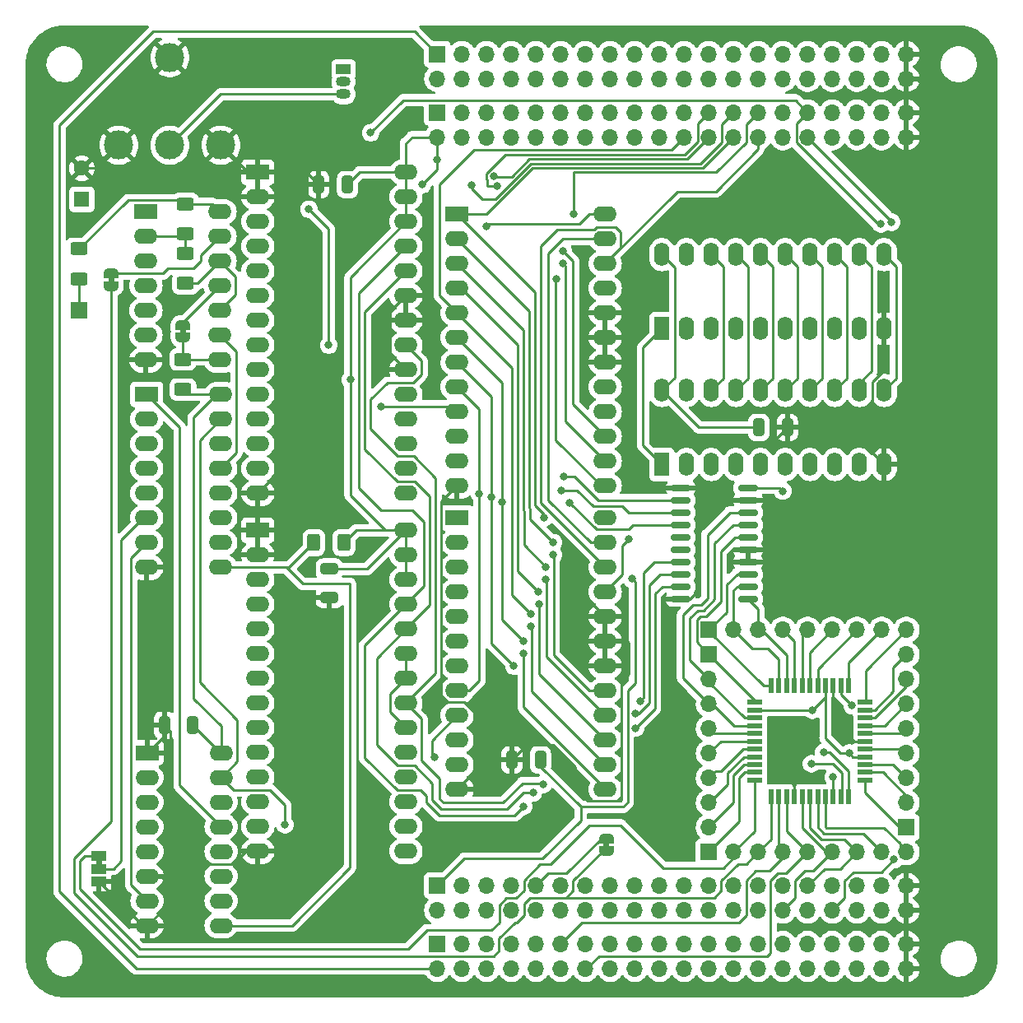
<source format=gbr>
%TF.GenerationSoftware,KiCad,Pcbnew,7.0.5-7.0.5~ubuntu20.04.1*%
%TF.CreationDate,2023-07-18T19:18:07+02:00*%
%TF.ProjectId,UC2_synertek_KTM2,5543325f-7379-46e6-9572-74656b5f4b54,rev?*%
%TF.SameCoordinates,Original*%
%TF.FileFunction,Copper,L1,Top*%
%TF.FilePolarity,Positive*%
%FSLAX46Y46*%
G04 Gerber Fmt 4.6, Leading zero omitted, Abs format (unit mm)*
G04 Created by KiCad (PCBNEW 7.0.5-7.0.5~ubuntu20.04.1) date 2023-07-18 19:18:07*
%MOMM*%
%LPD*%
G01*
G04 APERTURE LIST*
G04 Aperture macros list*
%AMRoundRect*
0 Rectangle with rounded corners*
0 $1 Rounding radius*
0 $2 $3 $4 $5 $6 $7 $8 $9 X,Y pos of 4 corners*
0 Add a 4 corners polygon primitive as box body*
4,1,4,$2,$3,$4,$5,$6,$7,$8,$9,$2,$3,0*
0 Add four circle primitives for the rounded corners*
1,1,$1+$1,$2,$3*
1,1,$1+$1,$4,$5*
1,1,$1+$1,$6,$7*
1,1,$1+$1,$8,$9*
0 Add four rect primitives between the rounded corners*
20,1,$1+$1,$2,$3,$4,$5,0*
20,1,$1+$1,$4,$5,$6,$7,0*
20,1,$1+$1,$6,$7,$8,$9,0*
20,1,$1+$1,$8,$9,$2,$3,0*%
%AMFreePoly0*
4,1,19,0.500000,-0.750000,0.000000,-0.750000,0.000000,-0.744911,-0.071157,-0.744911,-0.207708,-0.704816,-0.327430,-0.627875,-0.420627,-0.520320,-0.479746,-0.390866,-0.500000,-0.250000,-0.500000,0.250000,-0.479746,0.390866,-0.420627,0.520320,-0.327430,0.627875,-0.207708,0.704816,-0.071157,0.744911,0.000000,0.744911,0.000000,0.750000,0.500000,0.750000,0.500000,-0.750000,0.500000,-0.750000,
$1*%
%AMFreePoly1*
4,1,19,0.000000,0.744911,0.071157,0.744911,0.207708,0.704816,0.327430,0.627875,0.420627,0.520320,0.479746,0.390866,0.500000,0.250000,0.500000,-0.250000,0.479746,-0.390866,0.420627,-0.520320,0.327430,-0.627875,0.207708,-0.704816,0.071157,-0.744911,0.000000,-0.744911,0.000000,-0.750000,-0.500000,-0.750000,-0.500000,0.750000,0.000000,0.750000,0.000000,0.744911,0.000000,0.744911,
$1*%
G04 Aperture macros list end*
%TA.AperFunction,ComponentPad*%
%ADD10R,1.700000X1.700000*%
%TD*%
%TA.AperFunction,ComponentPad*%
%ADD11O,1.700000X1.700000*%
%TD*%
%TA.AperFunction,SMDPad,CuDef*%
%ADD12FreePoly0,270.000000*%
%TD*%
%TA.AperFunction,SMDPad,CuDef*%
%ADD13FreePoly1,270.000000*%
%TD*%
%TA.AperFunction,SMDPad,CuDef*%
%ADD14RoundRect,0.150000X-0.837500X-0.150000X0.837500X-0.150000X0.837500X0.150000X-0.837500X0.150000X0*%
%TD*%
%TA.AperFunction,SMDPad,CuDef*%
%ADD15RoundRect,0.250000X-0.650000X0.325000X-0.650000X-0.325000X0.650000X-0.325000X0.650000X0.325000X0*%
%TD*%
%TA.AperFunction,ComponentPad*%
%ADD16R,1.500000X1.050000*%
%TD*%
%TA.AperFunction,ComponentPad*%
%ADD17O,1.500000X1.050000*%
%TD*%
%TA.AperFunction,ComponentPad*%
%ADD18R,1.600000X1.600000*%
%TD*%
%TA.AperFunction,ComponentPad*%
%ADD19C,1.600000*%
%TD*%
%TA.AperFunction,SMDPad,CuDef*%
%ADD20RoundRect,0.250000X0.400000X0.625000X-0.400000X0.625000X-0.400000X-0.625000X0.400000X-0.625000X0*%
%TD*%
%TA.AperFunction,SMDPad,CuDef*%
%ADD21RoundRect,0.250000X-0.625000X0.400000X-0.625000X-0.400000X0.625000X-0.400000X0.625000X0.400000X0*%
%TD*%
%TA.AperFunction,SMDPad,CuDef*%
%ADD22RoundRect,0.250000X-0.325000X-0.650000X0.325000X-0.650000X0.325000X0.650000X-0.325000X0.650000X0*%
%TD*%
%TA.AperFunction,ComponentPad*%
%ADD23R,1.600000X2.400000*%
%TD*%
%TA.AperFunction,ComponentPad*%
%ADD24O,1.600000X2.400000*%
%TD*%
%TA.AperFunction,SMDPad,CuDef*%
%ADD25R,1.500000X1.000000*%
%TD*%
%TA.AperFunction,ComponentPad*%
%ADD26R,2.400000X1.600000*%
%TD*%
%TA.AperFunction,ComponentPad*%
%ADD27O,2.400000X1.600000*%
%TD*%
%TA.AperFunction,SMDPad,CuDef*%
%ADD28RoundRect,0.250000X0.325000X0.650000X-0.325000X0.650000X-0.325000X-0.650000X0.325000X-0.650000X0*%
%TD*%
%TA.AperFunction,ComponentPad*%
%ADD29C,3.000000*%
%TD*%
%TA.AperFunction,SMDPad,CuDef*%
%ADD30RoundRect,0.250000X0.625000X-0.400000X0.625000X0.400000X-0.625000X0.400000X-0.625000X-0.400000X0*%
%TD*%
%TA.AperFunction,SMDPad,CuDef*%
%ADD31FreePoly0,90.000000*%
%TD*%
%TA.AperFunction,SMDPad,CuDef*%
%ADD32FreePoly1,90.000000*%
%TD*%
%TA.AperFunction,SMDPad,CuDef*%
%ADD33R,0.550000X1.500000*%
%TD*%
%TA.AperFunction,SMDPad,CuDef*%
%ADD34R,1.500000X0.550000*%
%TD*%
%TA.AperFunction,ViaPad*%
%ADD35C,0.800000*%
%TD*%
%TA.AperFunction,Conductor*%
%ADD36C,0.250000*%
%TD*%
G04 APERTURE END LIST*
%TA.AperFunction,EtchedComponent*%
%TO.C,JP21*%
G36*
X157373600Y-129891600D02*
G01*
X156773600Y-129891600D01*
X156773600Y-129391600D01*
X157373600Y-129391600D01*
X157373600Y-129891600D01*
G37*
%TD.AperFunction*%
%TA.AperFunction,EtchedComponent*%
%TO.C,JP6*%
G36*
X105202000Y-131710000D02*
G01*
X104602000Y-131710000D01*
X104602000Y-131210000D01*
X105202000Y-131210000D01*
X105202000Y-131710000D01*
G37*
%TD.AperFunction*%
%TA.AperFunction,EtchedComponent*%
%TO.C,JP3*%
G36*
X113838000Y-77070000D02*
G01*
X113238000Y-77070000D01*
X113238000Y-76570000D01*
X113838000Y-76570000D01*
X113838000Y-77070000D01*
G37*
%TD.AperFunction*%
%TA.AperFunction,EtchedComponent*%
%TO.C,JP2*%
G36*
X106472000Y-71766000D02*
G01*
X105872000Y-71766000D01*
X105872000Y-71266000D01*
X106472000Y-71266000D01*
X106472000Y-71766000D01*
G37*
%TD.AperFunction*%
%TD*%
D10*
%TO.P,J3,1,Pin_1*%
%TO.N,+5V*%
X139700000Y-54303005D03*
D11*
%TO.P,J3,2,Pin_2*%
X139700000Y-56843005D03*
%TO.P,J3,3,Pin_3*%
%TO.N,/PHI1_e*%
X142240000Y-54303005D03*
%TO.P,J3,4,Pin_4*%
%TO.N,/PHI2_e*%
X142240000Y-56843005D03*
%TO.P,J3,5,Pin_5*%
%TO.N,/~{IORD}*%
X144780000Y-54303005D03*
%TO.P,J3,6,Pin_6*%
%TO.N,/R{slash}~{W}_e*%
X144780000Y-56843005D03*
%TO.P,J3,7,Pin_7*%
%TO.N,/~{MRD}*%
X147320000Y-54303005D03*
%TO.P,J3,8,Pin_8*%
%TO.N,/~{MWR}*%
X147320000Y-56843005D03*
%TO.P,J3,9,Pin_9*%
%TO.N,/~{IOWR}*%
X149860000Y-54303005D03*
%TO.P,J3,10,Pin_10*%
%TO.N,/D0*%
X149860000Y-56843005D03*
%TO.P,J3,11,Pin_11*%
%TO.N,/D1*%
X152400000Y-54303005D03*
%TO.P,J3,12,Pin_12*%
%TO.N,/D2*%
X152400000Y-56843005D03*
%TO.P,J3,13,Pin_13*%
%TO.N,/D3*%
X154940000Y-54303005D03*
%TO.P,J3,14,Pin_14*%
%TO.N,/D4*%
X154940000Y-56843005D03*
%TO.P,J3,15,Pin_15*%
%TO.N,/D5*%
X157480000Y-54303005D03*
%TO.P,J3,16,Pin_16*%
%TO.N,/D6*%
X157480000Y-56843005D03*
%TO.P,J3,17,Pin_17*%
%TO.N,/D7*%
X160020000Y-54303005D03*
%TO.P,J3,18,Pin_18*%
%TO.N,/~{RST}*%
X160020000Y-56843005D03*
%TO.P,J3,19,Pin_19*%
%TO.N,/A0*%
X162560000Y-54303005D03*
%TO.P,J3,20,Pin_20*%
%TO.N,/A1*%
X162560000Y-56843005D03*
%TO.P,J3,21,Pin_21*%
%TO.N,/A2*%
X165100000Y-54303005D03*
%TO.P,J3,22,Pin_22*%
%TO.N,/A3*%
X165100000Y-56843005D03*
%TO.P,J3,23,Pin_23*%
%TO.N,/A4*%
X167640000Y-54303005D03*
%TO.P,J3,24,Pin_24*%
%TO.N,/A5*%
X167640000Y-56843005D03*
%TO.P,J3,25,Pin_25*%
%TO.N,/A6*%
X170180000Y-54303005D03*
%TO.P,J3,26,Pin_26*%
%TO.N,/A7*%
X170180000Y-56843005D03*
%TO.P,J3,27,Pin_27*%
%TO.N,/A8*%
X172720000Y-54303005D03*
%TO.P,J3,28,Pin_28*%
%TO.N,/A9*%
X172720000Y-56843005D03*
%TO.P,J3,29,Pin_29*%
%TO.N,/A10*%
X175260000Y-54303005D03*
%TO.P,J3,30,Pin_30*%
%TO.N,/A11*%
X175260000Y-56843005D03*
%TO.P,J3,31,Pin_31*%
%TO.N,/A12*%
X177800000Y-54303005D03*
%TO.P,J3,32,Pin_32*%
%TO.N,/A13*%
X177800000Y-56843005D03*
%TO.P,J3,33,Pin_33*%
%TO.N,/A14*%
X180340000Y-54303005D03*
%TO.P,J3,34,Pin_34*%
%TO.N,/A15*%
X180340000Y-56843005D03*
%TO.P,J3,35,Pin_35*%
%TO.N,/A16*%
X182880000Y-54303005D03*
%TO.P,J3,36,Pin_36*%
%TO.N,/A17*%
X182880000Y-56843005D03*
%TO.P,J3,37,Pin_37*%
%TO.N,/A18*%
X185420000Y-54303005D03*
%TO.P,J3,38,Pin_38*%
%TO.N,/A19*%
X185420000Y-56843005D03*
%TO.P,J3,39,Pin_39*%
%TO.N,GND*%
X187960000Y-54303005D03*
%TO.P,J3,40,Pin_40*%
X187960000Y-56843005D03*
%TD*%
D12*
%TO.P,JP21,1,A*%
%TO.N,/RES1*%
X157073600Y-128991600D03*
D13*
%TO.P,JP21,2,B*%
%TO.N,/BLANKING*%
X157073600Y-130291600D03*
%TD*%
D10*
%TO.P,J8,1,Pin_1*%
%TO.N,/IO11*%
X167640000Y-130389005D03*
D11*
%TO.P,J8,2,Pin_2*%
%TO.N,/IO12*%
X170180000Y-130389005D03*
%TO.P,J8,3,Pin_3*%
%TO.N,/BLANKING*%
X172720000Y-130389005D03*
%TO.P,J8,4,Pin_4*%
%TO.N,/PH0*%
X175260000Y-130389005D03*
%TO.P,J8,5,Pin_5*%
%TO.N,/CLKF*%
X177800000Y-130389005D03*
%TO.P,J8,6,Pin_6*%
%TO.N,/MOSI*%
X180340000Y-130389005D03*
%TO.P,J8,7,Pin_7*%
%TO.N,/SCK*%
X182880000Y-130389005D03*
%TO.P,J8,8,Pin_8*%
%TO.N,/A15*%
X185420000Y-130389005D03*
%TO.P,J8,9,Pin_9*%
%TO.N,/A14*%
X187960000Y-130389005D03*
%TD*%
D14*
%TO.P,U4,1,A->B*%
%TO.N,GND*%
X164736300Y-92913200D03*
%TO.P,U4,2,A0*%
%TO.N,/Av0*%
X164736300Y-94183200D03*
%TO.P,U4,3,A1*%
%TO.N,/Av1*%
X164736300Y-95453200D03*
%TO.P,U4,4,A2*%
%TO.N,/Av2*%
X164736300Y-96723200D03*
%TO.P,U4,5,A3*%
%TO.N,unconnected-(U4-A3-Pad5)*%
X164736300Y-97993200D03*
%TO.P,U4,6,A4*%
%TO.N,unconnected-(U4-A4-Pad6)*%
X164736300Y-99263200D03*
%TO.P,U4,7,A5*%
%TO.N,/Av8*%
X164736300Y-100533200D03*
%TO.P,U4,8,A6*%
%TO.N,/Av9*%
X164736300Y-101803200D03*
%TO.P,U4,9,A7*%
%TO.N,/Av10*%
X164736300Y-103073200D03*
%TO.P,U4,10,GND*%
%TO.N,GND*%
X164736300Y-104343200D03*
%TO.P,U4,11,B7*%
%TO.N,/IO0*%
X171661300Y-104343200D03*
%TO.P,U4,12,B6*%
%TO.N,/IO1*%
X171661300Y-103073200D03*
%TO.P,U4,13,B5*%
%TO.N,/IO2*%
X171661300Y-101803200D03*
%TO.P,U4,14,B4*%
%TO.N,GND*%
X171661300Y-100533200D03*
%TO.P,U4,15,B3*%
X171661300Y-99263200D03*
%TO.P,U4,16,B2*%
%TO.N,/IO3*%
X171661300Y-97993200D03*
%TO.P,U4,17,B1*%
%TO.N,/IO4*%
X171661300Y-96723200D03*
%TO.P,U4,18,B0*%
%TO.N,/IO5*%
X171661300Y-95453200D03*
%TO.P,U4,19,CE*%
%TO.N,GND*%
X171661300Y-94183200D03*
%TO.P,U4,20,VCC*%
%TO.N,+5V*%
X171661300Y-92913200D03*
%TD*%
D10*
%TO.P,J1,1,Pin_1*%
%TO.N,+5V*%
X139700000Y-48303005D03*
D11*
%TO.P,J1,2,Pin_2*%
X139700000Y-50843005D03*
%TO.P,J1,3,Pin_3*%
%TO.N,/PHI1_e*%
X142240000Y-48303005D03*
%TO.P,J1,4,Pin_4*%
%TO.N,/PHI2_e*%
X142240000Y-50843005D03*
%TO.P,J1,5,Pin_5*%
%TO.N,/~{IORD}*%
X144780000Y-48303005D03*
%TO.P,J1,6,Pin_6*%
%TO.N,/R{slash}~{W}_e*%
X144780000Y-50843005D03*
%TO.P,J1,7,Pin_7*%
%TO.N,/~{MRD}*%
X147320000Y-48303005D03*
%TO.P,J1,8,Pin_8*%
%TO.N,/~{MWR}*%
X147320000Y-50843005D03*
%TO.P,J1,9,Pin_9*%
%TO.N,/~{IOWR}*%
X149860000Y-48303005D03*
%TO.P,J1,10,Pin_10*%
%TO.N,/D0*%
X149860000Y-50843005D03*
%TO.P,J1,11,Pin_11*%
%TO.N,/D1*%
X152400000Y-48303005D03*
%TO.P,J1,12,Pin_12*%
%TO.N,/D2*%
X152400000Y-50843005D03*
%TO.P,J1,13,Pin_13*%
%TO.N,/D3*%
X154940000Y-48303005D03*
%TO.P,J1,14,Pin_14*%
%TO.N,/D4*%
X154940000Y-50843005D03*
%TO.P,J1,15,Pin_15*%
%TO.N,/D5*%
X157480000Y-48303005D03*
%TO.P,J1,16,Pin_16*%
%TO.N,/D6*%
X157480000Y-50843005D03*
%TO.P,J1,17,Pin_17*%
%TO.N,/D7*%
X160020000Y-48303005D03*
%TO.P,J1,18,Pin_18*%
%TO.N,/~{RST}*%
X160020000Y-50843005D03*
%TO.P,J1,19,Pin_19*%
%TO.N,/A0*%
X162560000Y-48303005D03*
%TO.P,J1,20,Pin_20*%
%TO.N,/A1*%
X162560000Y-50843005D03*
%TO.P,J1,21,Pin_21*%
%TO.N,/A2*%
X165100000Y-48303005D03*
%TO.P,J1,22,Pin_22*%
%TO.N,/A3*%
X165100000Y-50843005D03*
%TO.P,J1,23,Pin_23*%
%TO.N,/A4*%
X167640000Y-48303005D03*
%TO.P,J1,24,Pin_24*%
%TO.N,/A5*%
X167640000Y-50843005D03*
%TO.P,J1,25,Pin_25*%
%TO.N,/A6*%
X170180000Y-48303005D03*
%TO.P,J1,26,Pin_26*%
%TO.N,/A7*%
X170180000Y-50843005D03*
%TO.P,J1,27,Pin_27*%
%TO.N,/A8*%
X172720000Y-48303005D03*
%TO.P,J1,28,Pin_28*%
%TO.N,/A9*%
X172720000Y-50843005D03*
%TO.P,J1,29,Pin_29*%
%TO.N,/A10*%
X175260000Y-48303005D03*
%TO.P,J1,30,Pin_30*%
%TO.N,/A11*%
X175260000Y-50843005D03*
%TO.P,J1,31,Pin_31*%
%TO.N,/A12*%
X177800000Y-48303005D03*
%TO.P,J1,32,Pin_32*%
%TO.N,/A13*%
X177800000Y-50843005D03*
%TO.P,J1,33,Pin_33*%
%TO.N,/A14*%
X180340000Y-48303005D03*
%TO.P,J1,34,Pin_34*%
%TO.N,/A15*%
X180340000Y-50843005D03*
%TO.P,J1,35,Pin_35*%
%TO.N,/A16*%
X182880000Y-48303005D03*
%TO.P,J1,36,Pin_36*%
%TO.N,/A17*%
X182880000Y-50843005D03*
%TO.P,J1,37,Pin_37*%
%TO.N,/A18*%
X185420000Y-48303005D03*
%TO.P,J1,38,Pin_38*%
%TO.N,/A19*%
X185420000Y-50843005D03*
%TO.P,J1,39,Pin_39*%
%TO.N,GND*%
X187960000Y-48303005D03*
%TO.P,J1,40,Pin_40*%
X187960000Y-50843005D03*
%TD*%
D15*
%TO.P,C5,1*%
%TO.N,+5V*%
X128593800Y-101266200D03*
%TO.P,C5,2*%
%TO.N,GND*%
X128593800Y-104216200D03*
%TD*%
D16*
%TO.P,Q1,1,C*%
%TO.N,+5V*%
X130054400Y-49885600D03*
D17*
%TO.P,Q1,2,B*%
%TO.N,Net-(Q1-B)*%
X130054400Y-51155600D03*
%TO.P,Q1,3,E*%
%TO.N,Net-(J20-In)*%
X130054400Y-52425600D03*
%TD*%
D18*
%TO.P,LS1,1,1*%
%TO.N,Net-(LS1-Pad1)*%
X103124000Y-63246000D03*
D19*
%TO.P,LS1,2,2*%
%TO.N,GND*%
X103124000Y-60046000D03*
%TD*%
D20*
%TO.P,R6,1*%
%TO.N,+5V*%
X130100000Y-98552000D03*
%TO.P,R6,2*%
%TO.N,/~{CLR}*%
X127000000Y-98552000D03*
%TD*%
D21*
%TO.P,R17,1*%
%TO.N,/~{SYNC}*%
X113792000Y-68782000D03*
%TO.P,R17,2*%
%TO.N,Net-(R17-Pad2)*%
X113792000Y-71882000D03*
%TD*%
D10*
%TO.P,J5,1,Pin_1*%
%TO.N,/IO2*%
X167640000Y-107529005D03*
D11*
%TO.P,J5,2,Pin_2*%
%TO.N,/IO1*%
X170180000Y-107529005D03*
%TO.P,J5,3,Pin_3*%
%TO.N,/IO0*%
X172720000Y-107529005D03*
%TO.P,J5,4,Pin_4*%
%TO.N,/A0*%
X175260000Y-107529005D03*
%TO.P,J5,5,Pin_5*%
%TO.N,/A1*%
X177800000Y-107529005D03*
%TO.P,J5,6,Pin_6*%
%TO.N,/A2*%
X180340000Y-107529005D03*
%TO.P,J5,7,Pin_7*%
%TO.N,/A3*%
X182880000Y-107529005D03*
%TO.P,J5,8,Pin_8*%
%TO.N,/A4*%
X185420000Y-107529005D03*
%TO.P,J5,9,Pin_9*%
%TO.N,/A5*%
X187960000Y-107529005D03*
%TD*%
D10*
%TO.P,J4,1,Pin_1*%
%TO.N,+5V*%
X139700000Y-133849005D03*
D11*
%TO.P,J4,2,Pin_2*%
X139700000Y-136389005D03*
%TO.P,J4,3,Pin_3*%
%TO.N,/RX2*%
X142240000Y-133849005D03*
%TO.P,J4,4,Pin_4*%
%TO.N,/TX2*%
X142240000Y-136389005D03*
%TO.P,J4,5,Pin_5*%
%TO.N,/RX3*%
X144780000Y-133849005D03*
%TO.P,J4,6,Pin_6*%
%TO.N,/TX3*%
X144780000Y-136389005D03*
%TO.P,J4,7,Pin_7*%
%TO.N,/RES0*%
X147320000Y-133849005D03*
%TO.P,J4,8,Pin_8*%
%TO.N,/TX1*%
X147320000Y-136389005D03*
%TO.P,J4,9,Pin_9*%
%TO.N,/RES1*%
X149860000Y-133849005D03*
%TO.P,J4,10,Pin_10*%
%TO.N,/RX1*%
X149860000Y-136389005D03*
%TO.P,J4,11,Pin_11*%
%TO.N,/PH0*%
X152400000Y-133849005D03*
%TO.P,J4,12,Pin_12*%
%TO.N,/~{PH0}*%
X152400000Y-136389005D03*
%TO.P,J4,13,Pin_13*%
%TO.N,/CLKS*%
X154940000Y-133849005D03*
%TO.P,J4,14,Pin_14*%
%TO.N,/CLKF*%
X154940000Y-136389005D03*
%TO.P,J4,15,Pin_15*%
%TO.N,/~{BUSFREE}*%
X157480000Y-133849005D03*
%TO.P,J4,16,Pin_16*%
%TO.N,/~{RAMWE13}*%
X157480000Y-136389005D03*
%TO.P,J4,17,Pin_17*%
%TO.N,/~{RAMWE12}*%
X160020000Y-133849005D03*
%TO.P,J4,18,Pin_18*%
%TO.N,/~{RAMWE11}*%
X160020000Y-136389005D03*
%TO.P,J4,19,Pin_19*%
%TO.N,/~{RAMWE10}*%
X162560000Y-133849005D03*
%TO.P,J4,20,Pin_20*%
%TO.N,/~{RAMWE9}*%
X162560000Y-136389005D03*
%TO.P,J4,21,Pin_21*%
%TO.N,/~{RAMWE8}*%
X165100000Y-133849005D03*
%TO.P,J4,22,Pin_22*%
%TO.N,/~{RAMWE7}*%
X165100000Y-136389005D03*
%TO.P,J4,23,Pin_23*%
%TO.N,/~{RAMWE6}*%
X167640000Y-133849005D03*
%TO.P,J4,24,Pin_24*%
%TO.N,/~{RAMWE5}*%
X167640000Y-136389005D03*
%TO.P,J4,25,Pin_25*%
%TO.N,/~{RAMWE4}*%
X170180000Y-133849005D03*
%TO.P,J4,26,Pin_26*%
%TO.N,/~{RAMWE3}*%
X170180000Y-136389005D03*
%TO.P,J4,27,Pin_27*%
%TO.N,/~{RAMWE2}*%
X172720000Y-133849005D03*
%TO.P,J4,28,Pin_28*%
%TO.N,/~{RAMWE1}*%
X172720000Y-136389005D03*
%TO.P,J4,29,Pin_29*%
%TO.N,/~{RAMWE0}*%
X175260000Y-133849005D03*
%TO.P,J4,30,Pin_30*%
%TO.N,/MOSI*%
X175260000Y-136389005D03*
%TO.P,J4,31,Pin_31*%
%TO.N,/SCK*%
X177800000Y-133849005D03*
%TO.P,J4,32,Pin_32*%
%TO.N,/Bus/TDRTN*%
X177800000Y-136389005D03*
%TO.P,J4,33,Pin_33*%
%TO.N,/TMS*%
X180340000Y-133849005D03*
%TO.P,J4,34,Pin_34*%
%TO.N,/TDO*%
X180340000Y-136389005D03*
%TO.P,J4,35,Pin_35*%
%TO.N,/TCK*%
X182880000Y-133849005D03*
%TO.P,J4,36,Pin_36*%
%TO.N,/TDI*%
X182880000Y-136389005D03*
%TO.P,J4,37,Pin_37*%
%TO.N,+3V3*%
X185420000Y-133849005D03*
%TO.P,J4,38,Pin_38*%
X185420000Y-136389005D03*
%TO.P,J4,39,Pin_39*%
%TO.N,GND*%
X187960000Y-133849005D03*
%TO.P,J4,40,Pin_40*%
X187960000Y-136389005D03*
%TD*%
D21*
%TO.P,R1,1*%
%TO.N,+5V*%
X102870000Y-68326000D03*
%TO.P,R1,2*%
%TO.N,/~{BELL_En}*%
X102870000Y-71426000D03*
%TD*%
D22*
%TO.P,C4,1*%
%TO.N,+5V*%
X172770400Y-86700600D03*
%TO.P,C4,2*%
%TO.N,GND*%
X175720400Y-86700600D03*
%TD*%
D23*
%TO.P,U9,1,A->B*%
%TO.N,/R{slash}~{W}r*%
X162820400Y-90525600D03*
D24*
%TO.P,U9,2,A0*%
%TO.N,/D0y*%
X165360400Y-90525600D03*
%TO.P,U9,3,A1*%
%TO.N,/D1y*%
X167900400Y-90525600D03*
%TO.P,U9,4,A2*%
%TO.N,/D2y*%
X170440400Y-90525600D03*
%TO.P,U9,5,A3*%
%TO.N,/D3y*%
X172980400Y-90525600D03*
%TO.P,U9,6,A4*%
%TO.N,/D4y*%
X175520400Y-90525600D03*
%TO.P,U9,7,A5*%
%TO.N,/D5y*%
X178060400Y-90525600D03*
%TO.P,U9,8,A6*%
%TO.N,/D6y*%
X180600400Y-90525600D03*
%TO.P,U9,9,A7*%
%TO.N,/D7y*%
X183140400Y-90525600D03*
%TO.P,U9,10,GND*%
%TO.N,GND*%
X185680400Y-90525600D03*
%TO.P,U9,11,B7*%
%TO.N,/D7*%
X185680400Y-82905600D03*
%TO.P,U9,12,B6*%
%TO.N,/D6*%
X183140400Y-82905600D03*
%TO.P,U9,13,B5*%
%TO.N,/D5*%
X180600400Y-82905600D03*
%TO.P,U9,14,B4*%
%TO.N,/D4*%
X178060400Y-82905600D03*
%TO.P,U9,15,B3*%
%TO.N,/D3*%
X175520400Y-82905600D03*
%TO.P,U9,16,B2*%
%TO.N,/D2*%
X172980400Y-82905600D03*
%TO.P,U9,17,B1*%
%TO.N,/D1*%
X170440400Y-82905600D03*
%TO.P,U9,18,B0*%
%TO.N,/D0*%
X167900400Y-82905600D03*
%TO.P,U9,19,CE*%
%TO.N,/A13*%
X165360400Y-82905600D03*
%TO.P,U9,20,VCC*%
%TO.N,+5V*%
X162820400Y-82905600D03*
%TD*%
D25*
%TO.P,JP6,1,A*%
%TO.N,/IO12*%
X104902000Y-130810000D03*
%TO.P,JP6,2,C*%
%TO.N,Net-(JP6-C)*%
X104902000Y-132110000D03*
%TO.P,JP6,3,B*%
%TO.N,GND*%
X104902000Y-133410000D03*
%TD*%
D26*
%TO.P,U7,1,Ds*%
%TO.N,Net-(U10-Qh)*%
X109798000Y-83312000D03*
D27*
%TO.P,U7,2,A*%
%TO.N,Net-(U7-A)*%
X109798000Y-85852000D03*
%TO.P,U7,3,B*%
%TO.N,Net-(U7-B)*%
X109798000Y-88392000D03*
%TO.P,U7,4,C*%
%TO.N,Net-(U7-C)*%
X109798000Y-90932000D03*
%TO.P,U7,5,D*%
%TO.N,Net-(U7-D)*%
X109798000Y-93472000D03*
%TO.P,U7,6,CE*%
%TO.N,Net-(JP6-C)*%
X109798000Y-96012000D03*
%TO.P,U7,7,Clk*%
%TO.N,/PH12*%
X109798000Y-98552000D03*
%TO.P,U7,8,GND*%
%TO.N,GND*%
X109798000Y-101092000D03*
%TO.P,U7,9,Clr*%
%TO.N,/~{CLR}*%
X117418000Y-101092000D03*
%TO.P,U7,10,E*%
%TO.N,Net-(U7-E)*%
X117418000Y-98552000D03*
%TO.P,U7,11,F*%
%TO.N,Net-(U7-F)*%
X117418000Y-96012000D03*
%TO.P,U7,12,G*%
%TO.N,Net-(U7-G)*%
X117418000Y-93472000D03*
%TO.P,U7,13,Qh*%
%TO.N,Net-(U7-Qh)*%
X117418000Y-90932000D03*
%TO.P,U7,14,H*%
%TO.N,Net-(U7-H)*%
X117418000Y-88392000D03*
%TO.P,U7,15,PE*%
%TO.N,/IO11*%
X117418000Y-85852000D03*
%TO.P,U7,16,VCC*%
%TO.N,+5V*%
X117418000Y-83312000D03*
%TD*%
D28*
%TO.P,C6,1*%
%TO.N,+5V*%
X130458000Y-61722000D03*
%TO.P,C6,2*%
%TO.N,GND*%
X127508000Y-61722000D03*
%TD*%
D26*
%TO.P,U8,1,VPP*%
%TO.N,GND*%
X121228000Y-60452000D03*
D27*
%TO.P,U8,2,A12*%
X121228000Y-62992000D03*
%TO.P,U8,3,A7*%
%TO.N,/D7x*%
X121228000Y-65532000D03*
%TO.P,U8,4,A6*%
%TO.N,/D6x*%
X121228000Y-68072000D03*
%TO.P,U8,5,A5*%
%TO.N,/D5x*%
X121228000Y-70612000D03*
%TO.P,U8,6,A4*%
%TO.N,/D4x*%
X121228000Y-73152000D03*
%TO.P,U8,7,A3*%
%TO.N,/D3x*%
X121228000Y-75692000D03*
%TO.P,U8,8,A2*%
%TO.N,/D2x*%
X121228000Y-78232000D03*
%TO.P,U8,9,A1*%
%TO.N,/D1x*%
X121228000Y-80772000D03*
%TO.P,U8,10,A0*%
%TO.N,/D0x*%
X121228000Y-83312000D03*
%TO.P,U8,11,D0*%
%TO.N,Net-(U7-A)*%
X121228000Y-85852000D03*
%TO.P,U8,12,D1*%
%TO.N,Net-(U7-B)*%
X121228000Y-88392000D03*
%TO.P,U8,13,D2*%
%TO.N,Net-(U7-C)*%
X121228000Y-90932000D03*
%TO.P,U8,14,GND*%
%TO.N,GND*%
X121228000Y-93472000D03*
%TO.P,U8,15,D3*%
%TO.N,Net-(U7-D)*%
X136468000Y-93472000D03*
%TO.P,U8,16,D4*%
%TO.N,Net-(U7-E)*%
X136468000Y-90932000D03*
%TO.P,U8,17,D5*%
%TO.N,Net-(U7-F)*%
X136468000Y-88392000D03*
%TO.P,U8,18,D6*%
%TO.N,Net-(U7-G)*%
X136468000Y-85852000D03*
%TO.P,U8,19,D7*%
%TO.N,Net-(U7-H)*%
X136468000Y-83312000D03*
%TO.P,U8,20,~{CE}*%
%TO.N,GND*%
X136468000Y-80772000D03*
%TO.P,U8,21,A10*%
%TO.N,/Av10*%
X136468000Y-78232000D03*
%TO.P,U8,22,~{OE}*%
%TO.N,GND*%
X136468000Y-75692000D03*
%TO.P,U8,23,A11*%
X136468000Y-73152000D03*
%TO.P,U8,24,A9*%
%TO.N,/Av9*%
X136468000Y-70612000D03*
%TO.P,U8,25,A8*%
%TO.N,/Av8*%
X136468000Y-68072000D03*
%TO.P,U8,26,NC*%
%TO.N,+5V*%
X136468000Y-65532000D03*
%TO.P,U8,27,~{PGM}*%
X136468000Y-62992000D03*
%TO.P,U8,28,VCC*%
X136468000Y-60452000D03*
%TD*%
D29*
%TO.P,J20,1,In*%
%TO.N,Net-(J20-In)*%
X112184000Y-57658000D03*
%TO.P,J20,2,Ext*%
%TO.N,GND*%
X117434000Y-57658000D03*
X112184000Y-48658000D03*
X106934000Y-57658000D03*
%TD*%
D30*
%TO.P,R8,1*%
%TO.N,+5V*%
X113538000Y-82804000D03*
%TO.P,R8,2*%
%TO.N,Net-(JP3-A)*%
X113538000Y-79704000D03*
%TD*%
D10*
%TO.P,J2,1,Pin_1*%
%TO.N,+5V*%
X139700000Y-139849005D03*
D11*
%TO.P,J2,2,Pin_2*%
X139700000Y-142389005D03*
%TO.P,J2,3,Pin_3*%
%TO.N,/RX2*%
X142240000Y-139849005D03*
%TO.P,J2,4,Pin_4*%
%TO.N,/TX2*%
X142240000Y-142389005D03*
%TO.P,J2,5,Pin_5*%
%TO.N,/RX3*%
X144780000Y-139849005D03*
%TO.P,J2,6,Pin_6*%
%TO.N,/TX3*%
X144780000Y-142389005D03*
%TO.P,J2,7,Pin_7*%
%TO.N,/RES0*%
X147320000Y-139849005D03*
%TO.P,J2,8,Pin_8*%
%TO.N,/TX1*%
X147320000Y-142389005D03*
%TO.P,J2,9,Pin_9*%
%TO.N,/RES1*%
X149860000Y-139849005D03*
%TO.P,J2,10,Pin_10*%
%TO.N,/RX1*%
X149860000Y-142389005D03*
%TO.P,J2,11,Pin_11*%
%TO.N,/PH0*%
X152400000Y-139849005D03*
%TO.P,J2,12,Pin_12*%
%TO.N,/~{PH0}*%
X152400000Y-142389005D03*
%TO.P,J2,13,Pin_13*%
%TO.N,/CLKS*%
X154940000Y-139849005D03*
%TO.P,J2,14,Pin_14*%
%TO.N,/CLKF*%
X154940000Y-142389005D03*
%TO.P,J2,15,Pin_15*%
%TO.N,/~{BUSFREE}*%
X157480000Y-139849005D03*
%TO.P,J2,16,Pin_16*%
%TO.N,/~{RAMWE13}*%
X157480000Y-142389005D03*
%TO.P,J2,17,Pin_17*%
%TO.N,/~{RAMWE12}*%
X160020000Y-139849005D03*
%TO.P,J2,18,Pin_18*%
%TO.N,/~{RAMWE11}*%
X160020000Y-142389005D03*
%TO.P,J2,19,Pin_19*%
%TO.N,/~{RAMWE10}*%
X162560000Y-139849005D03*
%TO.P,J2,20,Pin_20*%
%TO.N,/~{RAMWE9}*%
X162560000Y-142389005D03*
%TO.P,J2,21,Pin_21*%
%TO.N,/~{RAMWE8}*%
X165100000Y-139849005D03*
%TO.P,J2,22,Pin_22*%
%TO.N,/~{RAMWE7}*%
X165100000Y-142389005D03*
%TO.P,J2,23,Pin_23*%
%TO.N,/~{RAMWE6}*%
X167640000Y-139849005D03*
%TO.P,J2,24,Pin_24*%
%TO.N,/~{RAMWE5}*%
X167640000Y-142389005D03*
%TO.P,J2,25,Pin_25*%
%TO.N,/~{RAMWE4}*%
X170180000Y-139849005D03*
%TO.P,J2,26,Pin_26*%
%TO.N,/~{RAMWE3}*%
X170180000Y-142389005D03*
%TO.P,J2,27,Pin_27*%
%TO.N,/~{RAMWE2}*%
X172720000Y-139849005D03*
%TO.P,J2,28,Pin_28*%
%TO.N,/~{RAMWE1}*%
X172720000Y-142389005D03*
%TO.P,J2,29,Pin_29*%
%TO.N,/~{RAMWE0}*%
X175260000Y-139849005D03*
%TO.P,J2,30,Pin_30*%
%TO.N,/MOSI*%
X175260000Y-142389005D03*
%TO.P,J2,31,Pin_31*%
%TO.N,/SCK*%
X177800000Y-139849005D03*
%TO.P,J2,32,Pin_32*%
%TO.N,/Bus/TDRTN*%
X177800000Y-142389005D03*
%TO.P,J2,33,Pin_33*%
%TO.N,/TMS*%
X180340000Y-139849005D03*
%TO.P,J2,34,Pin_34*%
%TO.N,/TDO*%
X180340000Y-142389005D03*
%TO.P,J2,35,Pin_35*%
%TO.N,/TCK*%
X182880000Y-139849005D03*
%TO.P,J2,36,Pin_36*%
%TO.N,/TDI*%
X182880000Y-142389005D03*
%TO.P,J2,37,Pin_37*%
%TO.N,+3V3*%
X185420000Y-139849005D03*
%TO.P,J2,38,Pin_38*%
X185420000Y-142389005D03*
%TO.P,J2,39,Pin_39*%
%TO.N,GND*%
X187960000Y-139849005D03*
%TO.P,J2,40,Pin_40*%
X187960000Y-142389005D03*
%TD*%
D10*
%TO.P,J6,1,Pin_1*%
%TO.N,/A13*%
X187960000Y-127849005D03*
D11*
%TO.P,J6,2,Pin_2*%
%TO.N,/A12*%
X187960000Y-125309005D03*
%TO.P,J6,3,Pin_3*%
%TO.N,/A11*%
X187960000Y-122769005D03*
%TO.P,J6,4,Pin_4*%
%TO.N,/A10*%
X187960000Y-120229005D03*
%TO.P,J6,5,Pin_5*%
%TO.N,/A9*%
X187960000Y-117689005D03*
%TO.P,J6,6,Pin_6*%
%TO.N,/A8*%
X187960000Y-115149005D03*
%TO.P,J6,7,Pin_7*%
%TO.N,/A7*%
X187960000Y-112609005D03*
%TO.P,J6,8,Pin_8*%
%TO.N,/A6*%
X187960000Y-110069005D03*
%TD*%
D28*
%TO.P,C10,1*%
%TO.N,+5V*%
X150319000Y-120904000D03*
%TO.P,C10,2*%
%TO.N,GND*%
X147369000Y-120904000D03*
%TD*%
D26*
%TO.P,U11,1,A7*%
%TO.N,/A7*%
X141732000Y-96012000D03*
D27*
%TO.P,U11,2,A6*%
%TO.N,/A6*%
X141732000Y-98552000D03*
%TO.P,U11,3,A5*%
%TO.N,/A5*%
X141732000Y-101092000D03*
%TO.P,U11,4,A4*%
%TO.N,/A4*%
X141732000Y-103632000D03*
%TO.P,U11,5,A3*%
%TO.N,/A3*%
X141732000Y-106172000D03*
%TO.P,U11,6,A2*%
%TO.N,/Av2*%
X141732000Y-108712000D03*
%TO.P,U11,7,A1*%
%TO.N,/Av1*%
X141732000Y-111252000D03*
%TO.P,U11,8,A0*%
%TO.N,/Av0*%
X141732000Y-113792000D03*
%TO.P,U11,9,D0*%
%TO.N,/D0y*%
X141732000Y-116332000D03*
%TO.P,U11,10,D1*%
%TO.N,/D1y*%
X141732000Y-118872000D03*
%TO.P,U11,11,D2*%
%TO.N,/D2y*%
X141732000Y-121412000D03*
%TO.P,U11,12,GND*%
%TO.N,GND*%
X141732000Y-123952000D03*
%TO.P,U11,13,D3*%
%TO.N,/D3y*%
X156972000Y-123952000D03*
%TO.P,U11,14,D4*%
%TO.N,/D4y*%
X156972000Y-121412000D03*
%TO.P,U11,15,D5*%
%TO.N,/D5y*%
X156972000Y-118872000D03*
%TO.P,U11,16,D6*%
%TO.N,/D6y*%
X156972000Y-116332000D03*
%TO.P,U11,17,D7*%
%TO.N,/D7y*%
X156972000Y-113792000D03*
%TO.P,U11,18,~{CE}*%
%TO.N,GND*%
X156972000Y-111252000D03*
%TO.P,U11,19,A10*%
X156972000Y-108712000D03*
%TO.P,U11,20,~{OE}*%
X156972000Y-106172000D03*
%TO.P,U11,21,~{WE}*%
%TO.N,/R{slash}~{W}r*%
X156972000Y-103632000D03*
%TO.P,U11,22,A9*%
%TO.N,/A9*%
X156972000Y-101092000D03*
%TO.P,U11,23,A8*%
%TO.N,/A8*%
X156972000Y-98552000D03*
%TO.P,U11,24,VCC*%
%TO.N,+5V*%
X156972000Y-96012000D03*
%TD*%
D26*
%TO.P,U10,1,Ds*%
%TO.N,GND*%
X109830496Y-120170183D03*
D27*
%TO.P,U10,2,A*%
%TO.N,Net-(U10-A)*%
X109830496Y-122710183D03*
%TO.P,U10,3,B*%
%TO.N,Net-(U10-B)*%
X109830496Y-125250183D03*
%TO.P,U10,4,C*%
%TO.N,Net-(U10-C)*%
X109830496Y-127790183D03*
%TO.P,U10,5,D*%
%TO.N,Net-(U10-D)*%
X109830496Y-130330183D03*
%TO.P,U10,6,CE*%
%TO.N,GND*%
X109830496Y-132870183D03*
%TO.P,U10,7,Clk*%
%TO.N,/PH12*%
X109830496Y-135410183D03*
%TO.P,U10,8,GND*%
%TO.N,GND*%
X109830496Y-137950183D03*
%TO.P,U10,9,Clr*%
%TO.N,/~{CLR}*%
X117450496Y-137950183D03*
%TO.P,U10,10,E*%
%TO.N,Net-(U10-E)*%
X117450496Y-135410183D03*
%TO.P,U10,11,F*%
%TO.N,Net-(U10-F)*%
X117450496Y-132870183D03*
%TO.P,U10,12,G*%
%TO.N,Net-(U10-G)*%
X117450496Y-130330183D03*
%TO.P,U10,13,Qh*%
%TO.N,Net-(U10-Qh)*%
X117450496Y-127790183D03*
%TO.P,U10,14,H*%
%TO.N,Net-(U10-H)*%
X117450496Y-125250183D03*
%TO.P,U10,15,PE*%
%TO.N,/IO11*%
X117450496Y-122710183D03*
%TO.P,U10,16,VCC*%
%TO.N,+5V*%
X117450496Y-120170183D03*
%TD*%
D26*
%TO.P,U12,1,VPP*%
%TO.N,GND*%
X121228000Y-97282000D03*
D27*
%TO.P,U12,2,A12*%
X121228000Y-99822000D03*
%TO.P,U12,3,A7*%
%TO.N,/D7y*%
X121228000Y-102362000D03*
%TO.P,U12,4,A6*%
%TO.N,/D6y*%
X121228000Y-104902000D03*
%TO.P,U12,5,A5*%
%TO.N,/D5y*%
X121228000Y-107442000D03*
%TO.P,U12,6,A4*%
%TO.N,/D4y*%
X121228000Y-109982000D03*
%TO.P,U12,7,A3*%
%TO.N,/D3y*%
X121228000Y-112522000D03*
%TO.P,U12,8,A2*%
%TO.N,/D2y*%
X121228000Y-115062000D03*
%TO.P,U12,9,A1*%
%TO.N,/D1y*%
X121228000Y-117602000D03*
%TO.P,U12,10,A0*%
%TO.N,/D0y*%
X121228000Y-120142000D03*
%TO.P,U12,11,D0*%
%TO.N,Net-(U10-A)*%
X121228000Y-122682000D03*
%TO.P,U12,12,D1*%
%TO.N,Net-(U10-B)*%
X121228000Y-125222000D03*
%TO.P,U12,13,D2*%
%TO.N,Net-(U10-C)*%
X121228000Y-127762000D03*
%TO.P,U12,14,GND*%
%TO.N,GND*%
X121228000Y-130302000D03*
%TO.P,U12,15,D3*%
%TO.N,Net-(U10-D)*%
X136468000Y-130302000D03*
%TO.P,U12,16,D4*%
%TO.N,Net-(U10-E)*%
X136468000Y-127762000D03*
%TO.P,U12,17,D5*%
%TO.N,Net-(U10-F)*%
X136468000Y-125222000D03*
%TO.P,U12,18,D6*%
%TO.N,Net-(U10-G)*%
X136468000Y-122682000D03*
%TO.P,U12,19,D7*%
%TO.N,Net-(U10-H)*%
X136468000Y-120142000D03*
%TO.P,U12,20,~{CE}*%
%TO.N,GND*%
X136468000Y-117602000D03*
%TO.P,U12,21,A10*%
%TO.N,/Av10*%
X136468000Y-115062000D03*
%TO.P,U12,22,~{OE}*%
%TO.N,GND*%
X136468000Y-112522000D03*
%TO.P,U12,23,A11*%
X136468000Y-109982000D03*
%TO.P,U12,24,A9*%
%TO.N,/Av9*%
X136468000Y-107442000D03*
%TO.P,U12,25,A8*%
%TO.N,/Av8*%
X136468000Y-104902000D03*
%TO.P,U12,26,NC*%
%TO.N,+5V*%
X136468000Y-102362000D03*
%TO.P,U12,27,~{PGM}*%
X136468000Y-99822000D03*
%TO.P,U12,28,VCC*%
X136468000Y-97282000D03*
%TD*%
D23*
%TO.P,U3,1,A->B*%
%TO.N,/R{slash}~{W}r*%
X162820400Y-76555600D03*
D24*
%TO.P,U3,2,A0*%
%TO.N,/D0x*%
X165360400Y-76555600D03*
%TO.P,U3,3,A1*%
%TO.N,/D1x*%
X167900400Y-76555600D03*
%TO.P,U3,4,A2*%
%TO.N,/D2x*%
X170440400Y-76555600D03*
%TO.P,U3,5,A3*%
%TO.N,/D3x*%
X172980400Y-76555600D03*
%TO.P,U3,6,A4*%
%TO.N,/D4x*%
X175520400Y-76555600D03*
%TO.P,U3,7,A5*%
%TO.N,/D5x*%
X178060400Y-76555600D03*
%TO.P,U3,8,A6*%
%TO.N,/D6x*%
X180600400Y-76555600D03*
%TO.P,U3,9,A7*%
%TO.N,/D7x*%
X183140400Y-76555600D03*
%TO.P,U3,10,GND*%
%TO.N,GND*%
X185680400Y-76555600D03*
%TO.P,U3,11,B7*%
%TO.N,/D7*%
X185680400Y-68935600D03*
%TO.P,U3,12,B6*%
%TO.N,/D6*%
X183140400Y-68935600D03*
%TO.P,U3,13,B5*%
%TO.N,/D5*%
X180600400Y-68935600D03*
%TO.P,U3,14,B4*%
%TO.N,/D4*%
X178060400Y-68935600D03*
%TO.P,U3,15,B3*%
%TO.N,/D3*%
X175520400Y-68935600D03*
%TO.P,U3,16,B2*%
%TO.N,/D2*%
X172980400Y-68935600D03*
%TO.P,U3,17,B1*%
%TO.N,/D1*%
X170440400Y-68935600D03*
%TO.P,U3,18,B0*%
%TO.N,/D0*%
X167900400Y-68935600D03*
%TO.P,U3,19,CE*%
%TO.N,/A12*%
X165360400Y-68935600D03*
%TO.P,U3,20,VCC*%
%TO.N,+5V*%
X162820400Y-68935600D03*
%TD*%
D21*
%TO.P,R20,1*%
%TO.N,+5V*%
X113792000Y-63702000D03*
%TO.P,R20,2*%
%TO.N,/~{SYNC}*%
X113792000Y-66802000D03*
%TD*%
D10*
%TO.P,J7,1,Pin_1*%
%TO.N,/IO3*%
X167640000Y-110069005D03*
D11*
%TO.P,J7,2,Pin_2*%
%TO.N,/IO4*%
X167640000Y-112609005D03*
%TO.P,J7,3,Pin_3*%
%TO.N,/IO5*%
X167640000Y-115149005D03*
%TO.P,J7,4,Pin_4*%
%TO.N,/IO6*%
X167640000Y-117689005D03*
%TO.P,J7,5,Pin_5*%
%TO.N,/IO7*%
X167640000Y-120229005D03*
%TO.P,J7,6,Pin_6*%
%TO.N,/IO8*%
X167640000Y-122769005D03*
%TO.P,J7,7,Pin_7*%
%TO.N,/IO9*%
X167640000Y-125309005D03*
%TO.P,J7,8,Pin_8*%
%TO.N,/IO10*%
X167640000Y-127849005D03*
%TD*%
D26*
%TO.P,U2,1*%
%TO.N,/A12*%
X109728000Y-64516000D03*
D27*
%TO.P,U2,2*%
%TO.N,/~{SYNC}*%
X109728000Y-67056000D03*
%TO.P,U2,3*%
%TO.N,/Av10*%
X109728000Y-69596000D03*
%TO.P,U2,4*%
%TO.N,Net-(LS1-Pad1)*%
X109728000Y-72136000D03*
%TO.P,U2,5*%
%TO.N,/~{BELL_En}*%
X109728000Y-74676000D03*
%TO.P,U2,6*%
%TO.N,Net-(LS1-Pad1)*%
X109728000Y-77216000D03*
%TO.P,U2,7,GND*%
%TO.N,GND*%
X109728000Y-79756000D03*
%TO.P,U2,8*%
%TO.N,Net-(JP3-A)*%
X117348000Y-79756000D03*
%TO.P,U2,9*%
%TO.N,Net-(U7-Qh)*%
X117348000Y-77216000D03*
%TO.P,U2,10*%
%TO.N,Net-(R17-Pad2)*%
X117348000Y-74676000D03*
%TO.P,U2,11*%
%TO.N,Net-(JP3-B)*%
X117348000Y-72136000D03*
%TO.P,U2,12*%
%TO.N,Net-(R17-Pad2)*%
X117348000Y-69596000D03*
%TO.P,U2,13*%
%TO.N,Net-(JP2-B)*%
X117348000Y-67056000D03*
%TO.P,U2,14,VCC*%
%TO.N,+5V*%
X117348000Y-64516000D03*
%TD*%
D10*
%TO.P,J9,1,Pin_1*%
%TO.N,/~{BELL_En}*%
X102870000Y-74676000D03*
%TD*%
D31*
%TO.P,JP3,1,A*%
%TO.N,Net-(JP3-A)*%
X113538000Y-77470000D03*
D32*
%TO.P,JP3,2,B*%
%TO.N,Net-(JP3-B)*%
X113538000Y-76170000D03*
%TD*%
D26*
%TO.P,U6,1,A7*%
%TO.N,/A7*%
X141732000Y-64770000D03*
D27*
%TO.P,U6,2,A6*%
%TO.N,/A6*%
X141732000Y-67310000D03*
%TO.P,U6,3,A5*%
%TO.N,/A5*%
X141732000Y-69850000D03*
%TO.P,U6,4,A4*%
%TO.N,/A4*%
X141732000Y-72390000D03*
%TO.P,U6,5,A3*%
%TO.N,/A3*%
X141732000Y-74930000D03*
%TO.P,U6,6,A2*%
%TO.N,/Av2*%
X141732000Y-77470000D03*
%TO.P,U6,7,A1*%
%TO.N,/Av1*%
X141732000Y-80010000D03*
%TO.P,U6,8,A0*%
%TO.N,/Av0*%
X141732000Y-82550000D03*
%TO.P,U6,9,D0*%
%TO.N,/D0x*%
X141732000Y-85090000D03*
%TO.P,U6,10,D1*%
%TO.N,/D1x*%
X141732000Y-87630000D03*
%TO.P,U6,11,D2*%
%TO.N,/D2x*%
X141732000Y-90170000D03*
%TO.P,U6,12,GND*%
%TO.N,GND*%
X141732000Y-92710000D03*
%TO.P,U6,13,D3*%
%TO.N,/D3x*%
X156972000Y-92710000D03*
%TO.P,U6,14,D4*%
%TO.N,/D4x*%
X156972000Y-90170000D03*
%TO.P,U6,15,D5*%
%TO.N,/D5x*%
X156972000Y-87630000D03*
%TO.P,U6,16,D6*%
%TO.N,/D6x*%
X156972000Y-85090000D03*
%TO.P,U6,17,D7*%
%TO.N,/D7x*%
X156972000Y-82550000D03*
%TO.P,U6,18,~{CE}*%
%TO.N,GND*%
X156972000Y-80010000D03*
%TO.P,U6,19,A10*%
X156972000Y-77470000D03*
%TO.P,U6,20,~{OE}*%
X156972000Y-74930000D03*
%TO.P,U6,21,~{WE}*%
%TO.N,/R{slash}~{W}r*%
X156972000Y-72390000D03*
%TO.P,U6,22,A9*%
%TO.N,/A9*%
X156972000Y-69850000D03*
%TO.P,U6,23,A8*%
%TO.N,/A8*%
X156972000Y-67310000D03*
%TO.P,U6,24,VCC*%
%TO.N,+5V*%
X156972000Y-64770000D03*
%TD*%
D33*
%TO.P,U1,1,I/O/GCK3*%
%TO.N,/BLANKING*%
X174029000Y-124694805D03*
%TO.P,U1,2,M15*%
%TO.N,/PH0*%
X174829000Y-124694805D03*
%TO.P,U1,3,M17*%
%TO.N,/CLKF*%
X175629000Y-124694805D03*
%TO.P,U1,4,GND*%
%TO.N,GND*%
X176429000Y-124694805D03*
%TO.P,U1,5,M2*%
%TO.N,/MOSI*%
X177229000Y-124694805D03*
%TO.P,U1,6,M5*%
%TO.N,/SCK*%
X178029000Y-124694805D03*
%TO.P,U1,7,M8*%
%TO.N,/A15*%
X178829000Y-124694805D03*
%TO.P,U1,8,M9*%
%TO.N,/A14*%
X179629000Y-124694805D03*
%TO.P,U1,9,TDI*%
%TO.N,/TDI*%
X180429000Y-124694805D03*
%TO.P,U1,10,TMS*%
%TO.N,/TMS*%
X181229000Y-124694805D03*
%TO.P,U1,11,TCK*%
%TO.N,/TCK*%
X182029000Y-124694805D03*
D34*
%TO.P,U1,12,M11*%
%TO.N,/A13*%
X183729000Y-122994805D03*
%TO.P,U1,13,M14*%
%TO.N,/A12*%
X183729000Y-122194805D03*
%TO.P,U1,14,M15*%
%TO.N,/A11*%
X183729000Y-121394805D03*
%TO.P,U1,15,VCC*%
%TO.N,+3V3*%
X183729000Y-120594805D03*
%TO.P,U1,16,M17*%
%TO.N,/A10*%
X183729000Y-119794805D03*
%TO.P,U1,17,GND*%
%TO.N,GND*%
X183729000Y-118994805D03*
%TO.P,U1,18,M16*%
%TO.N,/A9*%
X183729000Y-118194805D03*
%TO.P,U1,19,M2*%
%TO.N,/A8*%
X183729000Y-117394805D03*
%TO.P,U1,20,M5*%
%TO.N,/A7*%
X183729000Y-116594805D03*
%TO.P,U1,21,M8*%
%TO.N,/A6*%
X183729000Y-115794805D03*
%TO.P,U1,22,M11*%
%TO.N,/A5*%
X183729000Y-114994805D03*
D33*
%TO.P,U1,23,M14*%
%TO.N,/A4*%
X182029000Y-113294805D03*
%TO.P,U1,24,TDO*%
%TO.N,/TDO*%
X181229000Y-113294805D03*
%TO.P,U1,25,GND*%
%TO.N,GND*%
X180429000Y-113294805D03*
%TO.P,U1,26,VCCIO*%
%TO.N,+3V3*%
X179629000Y-113294805D03*
%TO.P,U1,27,M15*%
%TO.N,/A3*%
X178829000Y-113294805D03*
%TO.P,U1,28,M17*%
%TO.N,/A2*%
X178029000Y-113294805D03*
%TO.P,U1,29,M2*%
%TO.N,/A1*%
X177229000Y-113294805D03*
%TO.P,U1,30,M5*%
%TO.N,/A0*%
X176429000Y-113294805D03*
%TO.P,U1,31,M6*%
%TO.N,/IO0*%
X175629000Y-113294805D03*
%TO.P,U1,32,M8*%
%TO.N,/IO1*%
X174829000Y-113294805D03*
%TO.P,U1,33,I/O/GSR*%
%TO.N,/IO2*%
X174029000Y-113294805D03*
D34*
%TO.P,U1,34,I/O/GTS2*%
%TO.N,/IO3*%
X172329000Y-114994805D03*
%TO.P,U1,35,VCC*%
%TO.N,+3V3*%
X172329000Y-115794805D03*
%TO.P,U1,36,I/O/GTS1*%
%TO.N,/IO4*%
X172329000Y-116594805D03*
%TO.P,U1,37,M15*%
%TO.N,/IO5*%
X172329000Y-117394805D03*
%TO.P,U1,38,M17*%
%TO.N,/IO6*%
X172329000Y-118194805D03*
%TO.P,U1,39,M1*%
%TO.N,/IO7*%
X172329000Y-118994805D03*
%TO.P,U1,40,M5*%
%TO.N,/IO8*%
X172329000Y-119794805D03*
%TO.P,U1,41,M6*%
%TO.N,/IO9*%
X172329000Y-120594805D03*
%TO.P,U1,42,M8*%
%TO.N,/IO10*%
X172329000Y-121394805D03*
%TO.P,U1,43,I/O/GCK1*%
%TO.N,/IO11*%
X172329000Y-122194805D03*
%TO.P,U1,44,I/O/GCK2*%
%TO.N,/IO12*%
X172329000Y-122994805D03*
%TD*%
D31*
%TO.P,JP2,1,A*%
%TO.N,/BLANKING*%
X106172000Y-72166000D03*
D32*
%TO.P,JP2,2,B*%
%TO.N,Net-(JP2-B)*%
X106172000Y-70866000D03*
%TD*%
D28*
%TO.P,C1,1*%
%TO.N,+5V*%
X114555800Y-117348000D03*
%TO.P,C1,2*%
%TO.N,GND*%
X111605800Y-117348000D03*
%TD*%
D35*
%TO.N,/A12*%
X185318400Y-65760600D03*
%TO.N,/A13*%
X186440477Y-65592125D03*
%TO.N,GND*%
X162255200Y-85750400D03*
X174625000Y-119927797D03*
X154152600Y-102844600D03*
X146050000Y-113538000D03*
X181102000Y-117866805D03*
%TO.N,+5V*%
X130772000Y-81809659D03*
X139699994Y-59182002D03*
X144780000Y-66040000D03*
X175234600Y-93243400D03*
X138175996Y-61722000D03*
X172770408Y-86700600D03*
X159702501Y-102273101D03*
%TO.N,/A12*%
X132842000Y-56388000D03*
%TO.N,/A8*%
X153715975Y-64763875D03*
%TO.N,/A7*%
X150714794Y-95966166D03*
%TO.N,/A6*%
X151638000Y-98552000D03*
X143230600Y-61823600D03*
%TO.N,/A5*%
X150876000Y-101092000D03*
X145479600Y-60882243D03*
%TO.N,/A4*%
X145821400Y-61849000D03*
X150114000Y-103631992D03*
%TO.N,/A3*%
X149352000Y-105918000D03*
%TO.N,/TDI*%
X180429000Y-122692805D03*
%TO.N,/TMS*%
X178186814Y-121301619D03*
%TO.N,/TCK*%
X179450994Y-120152805D03*
%TO.N,+3V3*%
X182054500Y-120216305D03*
X178279000Y-115794805D03*
%TO.N,/TDO*%
X182372000Y-115326805D03*
X186690000Y-131153000D03*
%TO.N,/IO11*%
X124021800Y-127584200D03*
%TO.N,/Av10*%
X126492000Y-64262000D03*
X160067800Y-117627400D03*
X150622000Y-123418600D03*
X128524000Y-78232000D03*
%TO.N,/R{slash}~{W}r*%
X159435800Y-98221800D03*
%TO.N,/D0x*%
X133896018Y-84543112D03*
%TO.N,/D3x*%
X151930000Y-71420203D03*
%TO.N,/D4x*%
X152654000Y-69850000D03*
%TO.N,/D5x*%
X152654000Y-68580000D03*
%TO.N,/Av9*%
X149555200Y-124307600D03*
X160096200Y-116128800D03*
%TO.N,/Av8*%
X160553400Y-114833400D03*
X148564600Y-125704600D03*
%TO.N,/D0y*%
X139446000Y-120650004D03*
%TO.N,/D3y*%
X148590000Y-109982000D03*
%TO.N,/D4y*%
X149352000Y-107188000D03*
%TO.N,/D5y*%
X150163362Y-104902000D03*
%TO.N,/D6y*%
X150876000Y-102362000D03*
%TO.N,/D7y*%
X151638000Y-99822000D03*
%TO.N,/Av0*%
X144018000Y-93497400D03*
X152704800Y-91770200D03*
%TO.N,/Av1*%
X152488900Y-93179900D03*
X145237200Y-93878400D03*
X147574000Y-111252000D03*
%TO.N,/Av2*%
X148590000Y-108712000D03*
X146354800Y-94386400D03*
X153314400Y-94462600D03*
%TD*%
D36*
%TO.N,/A12*%
X177800000Y-54303005D02*
X176625000Y-55478005D01*
X176625000Y-55478005D02*
X176625000Y-57372000D01*
X176625000Y-57372000D02*
X185013600Y-65760600D01*
X185013600Y-65760600D02*
X185318400Y-65760600D01*
%TO.N,/A13*%
X186440477Y-65483482D02*
X186440477Y-65592125D01*
X177800000Y-56843005D02*
X186440477Y-65483482D01*
%TO.N,/A5*%
X167640000Y-56843005D02*
X165381005Y-59102000D01*
X165381005Y-59102000D02*
X149149808Y-59102000D01*
X149149808Y-59102000D02*
X147342608Y-60909200D01*
X147342608Y-60909200D02*
X145506557Y-60909200D01*
X145506557Y-60909200D02*
X145479600Y-60882243D01*
%TO.N,/A6*%
X170180000Y-54303005D02*
X168930000Y-55553005D01*
X168930000Y-55553005D02*
X168930000Y-57360772D01*
X144333938Y-63237600D02*
X143230600Y-62134262D01*
X168930000Y-57360772D02*
X166738772Y-59552000D01*
X149336204Y-59552000D02*
X145650604Y-63237600D01*
X145650604Y-63237600D02*
X144333938Y-63237600D01*
%TO.N,/A7*%
X167021005Y-60002000D02*
X170180000Y-56843005D01*
%TO.N,/A6*%
X143230600Y-62134262D02*
X143230600Y-61823600D01*
%TO.N,/A7*%
X141732000Y-64770000D02*
X144754600Y-64770000D01*
%TO.N,/A6*%
X166738772Y-59552000D02*
X149336204Y-59552000D01*
%TO.N,/A7*%
X144754600Y-64770000D02*
X149522600Y-60002000D01*
X149522600Y-60002000D02*
X167021005Y-60002000D01*
%TO.N,/A8*%
X153715975Y-60452000D02*
X168378772Y-60452000D01*
X153715975Y-64763875D02*
X153715975Y-60452000D01*
X168378772Y-60452000D02*
X171470000Y-57360772D01*
X171470000Y-57360772D02*
X171470000Y-55553005D01*
X171470000Y-55553005D02*
X172720000Y-54303005D01*
%TO.N,/A4*%
X146684538Y-58652000D02*
X165147400Y-58652000D01*
X144805400Y-61849000D02*
X144805400Y-61233348D01*
X165147400Y-58652000D02*
X166465000Y-57334400D01*
X144754600Y-60581938D02*
X146684538Y-58652000D01*
X144754600Y-61182548D02*
X144754600Y-60581938D01*
X145821400Y-61849000D02*
X144805400Y-61849000D01*
X166465000Y-55478005D02*
X167640000Y-54303005D01*
X144805400Y-61233348D02*
X144754600Y-61182548D01*
X166465000Y-57334400D02*
X166465000Y-55478005D01*
%TO.N,/A3*%
X141732000Y-74930000D02*
X139954000Y-73152000D01*
X139954000Y-61696600D02*
X143476200Y-58174400D01*
X139954000Y-73152000D02*
X139954000Y-61696600D01*
X163768605Y-58174400D02*
X165100000Y-56843005D01*
X143476200Y-58174400D02*
X163768605Y-58174400D01*
%TO.N,/A9*%
X172720000Y-58045086D02*
X172720000Y-56843005D01*
X168341486Y-62423600D02*
X172720000Y-58045086D01*
X164398400Y-62423600D02*
X168341486Y-62423600D01*
X156972000Y-69850000D02*
X164398400Y-62423600D01*
%TO.N,/A12*%
X132842000Y-56388000D02*
X136176995Y-53053005D01*
X136176995Y-53053005D02*
X176550000Y-53053005D01*
X176550000Y-53053005D02*
X177800000Y-54303005D01*
%TO.N,GND*%
X121228000Y-60452000D02*
X120228000Y-60452000D01*
X156972000Y-74930000D02*
X156972000Y-80010000D01*
X176429000Y-124694805D02*
X176429000Y-121731797D01*
X111604000Y-118396679D02*
X109830496Y-120170183D01*
X134868000Y-114122000D02*
X134868000Y-116002000D01*
X159423000Y-108877000D02*
X159258000Y-108712000D01*
X185680400Y-90525600D02*
X185680400Y-92856000D01*
X158667800Y-112858200D02*
X159423000Y-112103000D01*
X109830496Y-101124496D02*
X109798000Y-101092000D01*
X156972000Y-106172000D02*
X154178000Y-106172000D01*
X153924000Y-121666000D02*
X153924000Y-123952000D01*
X154152600Y-103352600D02*
X154152600Y-102844600D01*
X112268000Y-135512679D02*
X109830496Y-137950183D01*
X143510000Y-116012944D02*
X142489056Y-114992000D01*
X164846001Y-88341201D02*
X162255200Y-85750400D01*
X111280183Y-132870183D02*
X112268000Y-133858000D01*
X147369000Y-120904000D02*
X148893000Y-119380000D01*
X181855400Y-86700600D02*
X185680400Y-90525600D01*
X195722400Y-90525600D02*
X185680400Y-90525600D01*
X104902000Y-133410000D02*
X109442183Y-137950183D01*
X156972000Y-106172000D02*
X154152600Y-103352600D01*
X183729000Y-118994805D02*
X182230000Y-118994805D01*
X109830496Y-120170183D02*
X109830496Y-105410000D01*
X176733200Y-98094800D02*
X176733200Y-94183200D01*
X128593800Y-128346200D02*
X126638000Y-130302000D01*
X196840000Y-89408000D02*
X195722400Y-90525600D01*
X136468000Y-109982000D02*
X136468000Y-112522000D01*
X154178000Y-106172000D02*
X153670000Y-106680000D01*
X143510000Y-122174000D02*
X143510000Y-116012944D01*
X184353200Y-94183200D02*
X176733200Y-94183200D01*
X159423000Y-112103000D02*
X159423000Y-108877000D01*
X185680400Y-92856000D02*
X184353200Y-94183200D01*
X136468000Y-73152000D02*
X134868000Y-74752000D01*
X136468000Y-112522000D02*
X134868000Y-114122000D01*
X121228000Y-62992000D02*
X123444000Y-62992000D01*
X118701816Y-131600183D02*
X114525817Y-131600183D01*
X196840000Y-58664000D02*
X189019005Y-50843005D01*
X140132000Y-94310000D02*
X141732000Y-92710000D01*
X134868000Y-116002000D02*
X136468000Y-117602000D01*
X184480400Y-82008544D02*
X184480400Y-89325600D01*
X176733200Y-94183200D02*
X171661300Y-94183200D01*
X156972000Y-111252000D02*
X154686000Y-111252000D01*
X123444000Y-62992000D02*
X125800000Y-65348000D01*
X159258000Y-108712000D02*
X156972000Y-108712000D01*
X121228000Y-60452000D02*
X126238000Y-60452000D01*
X174955200Y-99263200D02*
X175260000Y-99568000D01*
X134868000Y-74752000D02*
X134868000Y-79172000D01*
X140834944Y-114992000D02*
X140132000Y-114289056D01*
X128593800Y-104216200D02*
X128593800Y-128346200D01*
X121228000Y-130302000D02*
X119999999Y-130302000D01*
X144780000Y-120904000D02*
X147369000Y-120904000D01*
X185680400Y-80808544D02*
X184480400Y-82008544D01*
X112268000Y-133858000D02*
X112268000Y-135512679D01*
X112268000Y-118012000D02*
X112268000Y-133858000D01*
X154686000Y-111252000D02*
X153670000Y-110236000D01*
X175720400Y-86700600D02*
X181855400Y-86700600D01*
X180429000Y-113294805D02*
X180429000Y-117193805D01*
X158566000Y-125152000D02*
X158667800Y-125050200D01*
X126238000Y-60452000D02*
X127508000Y-61722000D01*
X146050000Y-113538000D02*
X145984944Y-113538000D01*
X111604000Y-117348000D02*
X112268000Y-118012000D01*
X184480400Y-89325600D02*
X185680400Y-90525600D01*
X189019005Y-50843005D02*
X187960000Y-50843005D01*
X153670000Y-110236000D02*
X153670000Y-108712000D01*
X134868000Y-79172000D02*
X136468000Y-80772000D01*
X111604000Y-117348000D02*
X111604000Y-118396679D01*
X114525817Y-131600183D02*
X112268000Y-133858000D01*
X171661300Y-99263200D02*
X174955200Y-99263200D01*
X171661300Y-100533200D02*
X174294800Y-100533200D01*
X125800000Y-65348000D02*
X125800000Y-88900000D01*
X158750000Y-106172000D02*
X156972000Y-106172000D01*
X180429000Y-117193805D02*
X181102000Y-117866805D01*
X175260000Y-99568000D02*
X176733200Y-98094800D01*
X159258000Y-106680000D02*
X158750000Y-106172000D01*
X158572000Y-111252000D02*
X159423000Y-112103000D01*
X142489056Y-114992000D02*
X140834944Y-114992000D01*
X175172008Y-120474805D02*
X174625000Y-119927797D01*
X125800000Y-88900000D02*
X121228000Y-93472000D01*
X196840000Y-89408000D02*
X196840000Y-58664000D01*
X176429000Y-121731797D02*
X174625000Y-119927797D01*
X121228000Y-93472000D02*
X121228000Y-99822000D01*
X119999999Y-130302000D02*
X118701816Y-131600183D01*
X158667800Y-125050200D02*
X158667800Y-112858200D01*
X126638000Y-130302000D02*
X121228000Y-130302000D01*
X165684200Y-104343200D02*
X164736300Y-104343200D01*
X185680400Y-76555600D02*
X185680400Y-80808544D01*
X189080995Y-139849005D02*
X196840000Y-132090000D01*
X196840000Y-132090000D02*
X196840000Y-89408000D01*
X164736300Y-92913200D02*
X166293800Y-92913200D01*
X166624000Y-93243400D02*
X166624000Y-103403400D01*
X153670000Y-106680000D02*
X153670000Y-108712000D01*
X145984944Y-113538000D02*
X143510000Y-116012944D01*
X156972000Y-108712000D02*
X153670000Y-108712000D01*
X141732000Y-123952000D02*
X143510000Y-122174000D01*
X155124000Y-125152000D02*
X158566000Y-125152000D01*
X120228000Y-60452000D02*
X117434000Y-57658000D01*
X141732000Y-123952000D02*
X144780000Y-120904000D01*
X148893000Y-119380000D02*
X151638000Y-119380000D01*
X167563800Y-94183200D02*
X171661300Y-94183200D01*
X109830496Y-105410000D02*
X109830496Y-101124496D01*
X109830496Y-132870183D02*
X111280183Y-132870183D01*
X166624000Y-93243400D02*
X167563800Y-94183200D01*
X175720400Y-86700600D02*
X174079799Y-88341201D01*
X182230000Y-118994805D02*
X181102000Y-117866805D01*
X166624000Y-103403400D02*
X165684200Y-104343200D01*
X174079799Y-88341201D02*
X164846001Y-88341201D01*
X156972000Y-111252000D02*
X158572000Y-111252000D01*
X174294800Y-100533200D02*
X175260000Y-99568000D01*
X166293800Y-92913200D02*
X166624000Y-93243400D01*
X151638000Y-119380000D02*
X153924000Y-121666000D01*
X153924000Y-123952000D02*
X155124000Y-125152000D01*
X104546000Y-60046000D02*
X106934000Y-57658000D01*
X159258000Y-108712000D02*
X159258000Y-106680000D01*
X187960000Y-139849005D02*
X189080995Y-139849005D01*
X103124000Y-60046000D02*
X104546000Y-60046000D01*
X140132000Y-114289056D02*
X140132000Y-94310000D01*
X109442183Y-137950183D02*
X109830496Y-137950183D01*
%TO.N,/D7*%
X185680400Y-68935600D02*
X186880400Y-70135600D01*
X186880400Y-70135600D02*
X186880400Y-81705600D01*
X186880400Y-81705600D02*
X185680400Y-82905600D01*
%TO.N,/D6*%
X183140400Y-68935600D02*
X184340400Y-70135600D01*
X183140400Y-82105600D02*
X183140400Y-82905600D01*
X184340400Y-70135600D02*
X184340400Y-80905600D01*
X184340400Y-80905600D02*
X183140400Y-82105600D01*
%TO.N,/D5*%
X180600400Y-68935600D02*
X181800400Y-70135600D01*
X181800400Y-70135600D02*
X181800400Y-81705600D01*
X181800400Y-81705600D02*
X180600400Y-82905600D01*
%TO.N,/D4*%
X178060400Y-68935600D02*
X179260400Y-70135600D01*
X179260400Y-70135600D02*
X179260400Y-81705600D01*
X179260400Y-81705600D02*
X178060400Y-82905600D01*
%TO.N,/D3*%
X176720400Y-81705600D02*
X175520400Y-82905600D01*
X176720400Y-70135600D02*
X176720400Y-81705600D01*
X175520400Y-68935600D02*
X176720400Y-70135600D01*
%TO.N,/D2*%
X174180400Y-70135600D02*
X174180400Y-81705600D01*
X174180400Y-81705600D02*
X172980400Y-82905600D01*
X172980400Y-68935600D02*
X174180400Y-70135600D01*
%TO.N,/D1*%
X171640400Y-70135600D02*
X171640400Y-81705600D01*
X171640400Y-81705600D02*
X170440400Y-82905600D01*
X170440400Y-68935600D02*
X171640400Y-70135600D01*
%TO.N,/D0*%
X169100400Y-70135600D02*
X169100400Y-81705600D01*
X169100400Y-81705600D02*
X167900400Y-82905600D01*
X167900400Y-68935600D02*
X169100400Y-70135600D01*
%TO.N,+5V*%
X139700000Y-58420000D02*
X139700000Y-59181996D01*
X136468000Y-60452000D02*
X136468000Y-57461000D01*
X114646000Y-85684000D02*
X114646000Y-114646000D01*
X117418000Y-83312000D02*
X117018000Y-83312000D01*
X139700000Y-48303005D02*
X137370995Y-45974000D01*
X114554000Y-117348000D02*
X117376183Y-120170183D01*
X159267800Y-125298728D02*
X159267800Y-113793829D01*
X116534000Y-63702000D02*
X117348000Y-64516000D01*
X136468000Y-60452000D02*
X131728000Y-60452000D01*
X117018000Y-83312000D02*
X114646000Y-85684000D01*
X160058100Y-113003529D02*
X160058100Y-102628700D01*
X154454000Y-127124416D02*
X154454000Y-125752000D01*
X137370995Y-45974000D02*
X110490000Y-45974000D01*
X117376183Y-120170183D02*
X117450496Y-120170183D01*
X159267800Y-113793829D02*
X160058100Y-113003529D01*
X164160400Y-70275600D02*
X164160400Y-81565600D01*
X134366000Y-97282000D02*
X130772000Y-93688000D01*
X100838000Y-134463992D02*
X108763013Y-142389005D01*
X158814528Y-125752000D02*
X159267800Y-125298728D01*
X113406000Y-63316000D02*
X113792000Y-63702000D01*
X166615400Y-86700600D02*
X172770400Y-86700600D01*
X114046000Y-83312000D02*
X113538000Y-82804000D01*
X160058100Y-102628700D02*
X159702501Y-102273101D01*
X164160400Y-81565600D02*
X162820400Y-82905600D01*
X175234600Y-93243400D02*
X174904400Y-92913200D01*
X136468000Y-97282000D02*
X136468000Y-102362000D01*
X172770400Y-86700600D02*
X172770408Y-86700600D01*
X150514416Y-131064000D02*
X154454000Y-127124416D01*
X156972000Y-64770000D02*
X155372000Y-64770000D01*
X114646000Y-114646000D02*
X117450496Y-117450496D01*
X136468000Y-60452000D02*
X136468000Y-65532000D01*
X131370000Y-97282000D02*
X136468000Y-97282000D01*
X150319000Y-121617000D02*
X154454000Y-125752000D01*
X136468000Y-65532000D02*
X130772000Y-71228000D01*
X130772000Y-93688000D02*
X130772000Y-81809659D01*
X174904400Y-92913200D02*
X171661300Y-92913200D01*
X155372000Y-64770000D02*
X154356000Y-65786000D01*
X108763013Y-142389005D02*
X139700000Y-142389005D01*
X139700000Y-56843005D02*
X139700000Y-58420000D01*
X128593800Y-101266200D02*
X132483800Y-101266200D01*
X137085995Y-56843005D02*
X139700000Y-56843005D01*
X131728000Y-60452000D02*
X130458000Y-61722000D01*
X154454000Y-125752000D02*
X158814528Y-125752000D01*
X162820400Y-82905600D02*
X166615400Y-86700600D01*
X162820400Y-82905600D02*
X164020400Y-84105600D01*
X142485005Y-131064000D02*
X150514416Y-131064000D01*
X102870000Y-68326000D02*
X107880000Y-63316000D01*
X117450496Y-117450496D02*
X117450496Y-120170183D01*
X132483800Y-101266200D02*
X136468000Y-97282000D01*
X100838000Y-55626000D02*
X100838000Y-134463992D01*
X117418000Y-83312000D02*
X114046000Y-83312000D01*
X162820400Y-68935600D02*
X164160400Y-70275600D01*
X139700000Y-59181996D02*
X139699994Y-59182002D01*
X113792000Y-63702000D02*
X116534000Y-63702000D01*
X139700000Y-58420000D02*
X139700000Y-58928000D01*
X139700000Y-60197996D02*
X138175996Y-61722000D01*
X139700000Y-133849005D02*
X142485005Y-131064000D01*
X145034000Y-65786000D02*
X144780000Y-66040000D01*
X154356000Y-65786000D02*
X145034000Y-65786000D01*
X110490000Y-45974000D02*
X100838000Y-55626000D01*
X136468000Y-57461000D02*
X137085995Y-56843005D01*
X150319000Y-120904000D02*
X150319000Y-121617000D01*
X130100000Y-98552000D02*
X131370000Y-97282000D01*
X107880000Y-63316000D02*
X113406000Y-63316000D01*
X139700000Y-58928000D02*
X139700000Y-60197996D01*
X136468000Y-97282000D02*
X134366000Y-97282000D01*
X130772000Y-71228000D02*
X130772000Y-81809659D01*
%TO.N,/A15*%
X179484764Y-128499805D02*
X183530800Y-128499805D01*
X183530800Y-128499805D02*
X185420000Y-130389005D01*
X178829000Y-124694805D02*
X178829000Y-127844041D01*
X178829000Y-127844041D02*
X179484764Y-128499805D01*
%TO.N,/A14*%
X179629000Y-127795513D02*
X179733292Y-127899805D01*
X187314672Y-129540477D02*
X187314672Y-130389005D01*
X185674000Y-127899805D02*
X187314672Y-129540477D01*
X179629000Y-124694805D02*
X179629000Y-127795513D01*
X179733292Y-127899805D02*
X185674000Y-127899805D01*
%TO.N,/A13*%
X183729000Y-122994805D02*
X183729000Y-124303805D01*
X187274200Y-127849005D02*
X187960000Y-127849005D01*
X183729000Y-124303805D02*
X187274200Y-127849005D01*
%TO.N,/A12*%
X187960000Y-124597805D02*
X187960000Y-125309005D01*
X183729000Y-122194805D02*
X185557000Y-122194805D01*
X185557000Y-122194805D02*
X187960000Y-124597805D01*
%TO.N,/A11*%
X183729000Y-121394805D02*
X186585800Y-121394805D01*
X186585800Y-121394805D02*
X187960000Y-122769005D01*
%TO.N,/A10*%
X183729000Y-119794805D02*
X187525800Y-119794805D01*
%TO.N,/A9*%
X152054000Y-66386000D02*
X155798944Y-66386000D01*
X150368000Y-68072000D02*
X152054000Y-66386000D01*
X158572000Y-68250000D02*
X156972000Y-69850000D01*
X187960000Y-117689005D02*
X187454200Y-118194805D01*
X158058000Y-66110000D02*
X158572000Y-66624000D01*
X156074944Y-66110000D02*
X158058000Y-66110000D01*
X158572000Y-66624000D02*
X158572000Y-68250000D01*
X155798944Y-66386000D02*
X156074944Y-66110000D01*
X156972000Y-101092000D02*
X150368000Y-94488000D01*
X187454200Y-118194805D02*
X183729000Y-118194805D01*
X150368000Y-94488000D02*
X150368000Y-68072000D01*
%TO.N,/A8*%
X155473400Y-98552000D02*
X151130000Y-94208600D01*
X151130000Y-94208600D02*
X151130000Y-68834000D01*
X187960000Y-115149005D02*
X185714200Y-117394805D01*
X151130000Y-68834000D02*
X152654000Y-67310000D01*
X152654000Y-67310000D02*
X156972000Y-67310000D01*
X185714200Y-117394805D02*
X183729000Y-117394805D01*
X156972000Y-98552000D02*
X155473400Y-98552000D01*
%TO.N,/A7*%
X149768000Y-72806000D02*
X149768000Y-94736528D01*
X184746433Y-116594805D02*
X183729000Y-116594805D01*
X141732000Y-64770000D02*
X149768000Y-72806000D01*
X149768000Y-94736528D02*
X150714794Y-95683322D01*
X150714794Y-95683322D02*
X150714794Y-95966166D01*
X187960000Y-112609005D02*
X187960000Y-113381238D01*
X187960000Y-113381238D02*
X184746433Y-116594805D01*
%TO.N,/A6*%
X186598000Y-113894710D02*
X186598000Y-111431005D01*
X149168000Y-74746000D02*
X149168000Y-94985056D01*
X149212000Y-95029056D02*
X149212000Y-96126000D01*
X184697905Y-115794805D02*
X186598000Y-113894710D01*
X149212000Y-96126000D02*
X151638000Y-98552000D01*
X141732000Y-67310000D02*
X149168000Y-74746000D01*
X149168000Y-94985056D02*
X149212000Y-95029056D01*
X183729000Y-115794805D02*
X184697905Y-115794805D01*
X186598000Y-111431005D02*
X187960000Y-110069005D01*
%TO.N,/A5*%
X148612000Y-98828000D02*
X150876000Y-101092000D01*
X183769000Y-114954805D02*
X183769000Y-111720005D01*
X183769000Y-111720005D02*
X187960000Y-107529005D01*
X148612000Y-95277584D02*
X148612000Y-98828000D01*
X141732000Y-69850000D02*
X148568000Y-76686000D01*
X148568000Y-76686000D02*
X148568000Y-95233584D01*
X148568000Y-95233584D02*
X148612000Y-95277584D01*
%TO.N,/A4*%
X182029000Y-110920005D02*
X185420000Y-107529005D01*
X147968000Y-78226000D02*
X147968000Y-101485992D01*
X141732000Y-72390000D02*
X142132000Y-72390000D01*
X147968000Y-101485992D02*
X150114000Y-103631992D01*
%TO.N,/D4*%
X154940000Y-56843005D02*
X154940000Y-57506824D01*
%TO.N,/A4*%
X142132000Y-72390000D02*
X147968000Y-78226000D01*
X182029000Y-113294805D02*
X182029000Y-110920005D01*
%TO.N,/A3*%
X141732000Y-74930000D02*
X147368000Y-80566000D01*
X147368000Y-80566000D02*
X147368000Y-103934000D01*
X178829000Y-111580005D02*
X182880000Y-107529005D01*
X147368000Y-103934000D02*
X149352000Y-105918000D01*
X178829000Y-113294805D02*
X178829000Y-111580005D01*
%TO.N,/D2*%
X152400000Y-57150000D02*
X152400000Y-56843005D01*
%TO.N,/A2*%
X178029000Y-113294805D02*
X178029000Y-109840005D01*
X178029000Y-109840005D02*
X180340000Y-107529005D01*
%TO.N,/A1*%
X177229000Y-108100005D02*
X177800000Y-107529005D01*
X177229000Y-113294805D02*
X177229000Y-108100005D01*
%TO.N,/A0*%
X176429000Y-113294805D02*
X176429000Y-108698005D01*
X176429000Y-108698005D02*
X175260000Y-107529005D01*
%TO.N,/IO3*%
X172329000Y-114994805D02*
X172329000Y-114758005D01*
X168840000Y-104637056D02*
X168840000Y-99485600D01*
X172329000Y-114758005D02*
X167640000Y-110069005D01*
X166740056Y-106152800D02*
X167324256Y-106152800D01*
X167324256Y-106152800D02*
X168840000Y-104637056D01*
X166390000Y-108819005D02*
X166390000Y-106502856D01*
X168840000Y-99485600D02*
X170332400Y-97993200D01*
X170332400Y-97993200D02*
X171661300Y-97993200D01*
X166390000Y-106502856D02*
X166740056Y-106152800D01*
X167640000Y-110069005D02*
X166390000Y-108819005D01*
%TO.N,/IO4*%
X168240000Y-98627472D02*
X170144272Y-96723200D01*
X167075728Y-105552800D02*
X168240000Y-104388528D01*
X165684200Y-106360128D02*
X166491528Y-105552800D01*
X166491528Y-105552800D02*
X167075728Y-105552800D01*
X168240000Y-104388528D02*
X168240000Y-98627472D01*
X172329000Y-116594805D02*
X171304000Y-116594805D01*
X171304000Y-116594805D02*
X167640000Y-112930805D01*
X165684200Y-110653205D02*
X165684200Y-106360128D01*
X170144272Y-96723200D02*
X171661300Y-96723200D01*
X167640000Y-112609005D02*
X165684200Y-110653205D01*
%TO.N,/IO5*%
X167487600Y-104292400D02*
X166827200Y-104952800D01*
X166019149Y-104952800D02*
X164973000Y-105998949D01*
X169773600Y-95453200D02*
X167487600Y-97739200D01*
X170231528Y-117394805D02*
X167812864Y-114976141D01*
X164973000Y-112482005D02*
X167640000Y-115149005D01*
X171661300Y-95453200D02*
X169773600Y-95453200D01*
X167487600Y-97739200D02*
X167487600Y-104292400D01*
X166827200Y-104952800D02*
X166019149Y-104952800D01*
X164973000Y-105998949D02*
X164973000Y-112482005D01*
X172329000Y-117394805D02*
X170231528Y-117394805D01*
%TO.N,/IO6*%
X168145800Y-118194805D02*
X167640000Y-117689005D01*
X172329000Y-118194805D02*
X168145800Y-118194805D01*
%TO.N,/IO7*%
X172329000Y-118994805D02*
X168874200Y-118994805D01*
X168874200Y-118994805D02*
X167640000Y-120229005D01*
%TO.N,/TDI*%
X180429000Y-124694805D02*
X180429000Y-122692805D01*
%TO.N,/TMS*%
X181290000Y-124633805D02*
X181290000Y-122205333D01*
X180386286Y-121301619D02*
X178186814Y-121301619D01*
X181290000Y-122205333D02*
X180386286Y-121301619D01*
%TO.N,/TCK*%
X182029000Y-122095805D02*
X180086000Y-120152805D01*
X180086000Y-120152805D02*
X179450994Y-120152805D01*
X182029000Y-124694805D02*
X182029000Y-122095805D01*
%TO.N,+3V3*%
X172329000Y-115794805D02*
X178279000Y-115794805D01*
X179629000Y-114444805D02*
X179629000Y-113294805D01*
X182433000Y-120594805D02*
X182054500Y-120216305D01*
X179629000Y-118679805D02*
X179629000Y-114444805D01*
X182054500Y-120216305D02*
X181165500Y-120216305D01*
X178279000Y-115794805D02*
X179629000Y-114444805D01*
X181165500Y-120216305D02*
X179629000Y-118679805D01*
X183729000Y-120594805D02*
X182433000Y-120594805D01*
%TO.N,/TDO*%
X180340000Y-136389005D02*
X181610000Y-135119005D01*
X182500238Y-132461000D02*
X185382000Y-132461000D01*
X181610000Y-135119005D02*
X181610000Y-133351238D01*
X181229000Y-114183805D02*
X182372000Y-115326805D01*
X181610000Y-133351238D02*
X182500238Y-132461000D01*
X181229000Y-113294805D02*
X181229000Y-114183805D01*
X185382000Y-132461000D02*
X186690000Y-131153000D01*
%TO.N,/CLKF*%
X175590000Y-132599005D02*
X174690195Y-132599005D01*
X175629000Y-128218005D02*
X177800000Y-130389005D01*
X173970000Y-140761400D02*
X173632395Y-141099005D01*
X173970000Y-133319200D02*
X173970000Y-140761400D01*
X175629000Y-124694805D02*
X175629000Y-128218005D01*
X173632395Y-141099005D02*
X156306295Y-141099005D01*
X155016295Y-142389005D02*
X154940000Y-142389005D01*
X174690195Y-132599005D02*
X173970000Y-133319200D01*
X156306295Y-141099005D02*
X155016295Y-142389005D01*
X177800000Y-130389005D02*
X175590000Y-132599005D01*
%TO.N,/IO8*%
X168365784Y-122043221D02*
X167812864Y-122596141D01*
X168910000Y-122043221D02*
X168365784Y-122043221D01*
X171158416Y-119794805D02*
X168910000Y-122043221D01*
X172329000Y-119794805D02*
X171158416Y-119794805D01*
%TO.N,/IO9*%
X169545000Y-122256749D02*
X169545000Y-123404005D01*
X169545000Y-123404005D02*
X167737200Y-125211805D01*
X171206944Y-120594805D02*
X169545000Y-122256749D01*
X172329000Y-120594805D02*
X171206944Y-120594805D01*
%TO.N,/IO10*%
X171255472Y-121394805D02*
X170180000Y-122470277D01*
X170180000Y-125309005D02*
X167640000Y-127849005D01*
X172329000Y-121394805D02*
X171255472Y-121394805D01*
X170180000Y-122470277D02*
X170180000Y-125309005D01*
%TO.N,/IO11*%
X124021800Y-125545800D02*
X124021800Y-127584200D01*
X170780000Y-122718805D02*
X170780000Y-127249005D01*
X118762313Y-124022000D02*
X122498000Y-124022000D01*
X122498000Y-124022000D02*
X124021800Y-125545800D01*
X170780000Y-127249005D02*
X167640000Y-130389005D01*
X115246000Y-112960000D02*
X119126000Y-116840000D01*
X117450496Y-122710183D02*
X118762313Y-124022000D01*
X115246000Y-88024000D02*
X115246000Y-112960000D01*
X171304000Y-122194805D02*
X170780000Y-122718805D01*
X117418000Y-85852000D02*
X115246000Y-88024000D01*
X119126000Y-121034679D02*
X117450496Y-122710183D01*
X119126000Y-116840000D02*
X119126000Y-121034679D01*
X172329000Y-122194805D02*
X171304000Y-122194805D01*
%TO.N,/IO12*%
X148610000Y-134326772D02*
X148610000Y-133331238D01*
X146070000Y-137622600D02*
X146070000Y-135871238D01*
X145262600Y-138430000D02*
X146070000Y-137622600D01*
X146070000Y-135871238D02*
X146813238Y-135128000D01*
X138619005Y-138430000D02*
X145262600Y-138430000D01*
X102962000Y-131312528D02*
X102962000Y-134204000D01*
X172329000Y-122994805D02*
X172329000Y-128240005D01*
X158572200Y-127635000D02*
X162966400Y-132029200D01*
X104902000Y-130810000D02*
X103464528Y-130810000D01*
X151333200Y-131673600D02*
X155371800Y-127635000D01*
X155371800Y-127635000D02*
X158572200Y-127635000D01*
X169138600Y-132029200D02*
X170180000Y-130987800D01*
X103464528Y-130810000D02*
X102962000Y-131312528D01*
X172329000Y-128240005D02*
X170180000Y-130389005D01*
X170180000Y-130987800D02*
X170180000Y-130389005D01*
X150267638Y-131673600D02*
X151333200Y-131673600D01*
X148610000Y-133331238D02*
X150267638Y-131673600D01*
X109128000Y-140370000D02*
X136679005Y-140370000D01*
X146813238Y-135128000D02*
X147808772Y-135128000D01*
X147808772Y-135128000D02*
X148610000Y-134326772D01*
X102962000Y-134204000D02*
X109128000Y-140370000D01*
X162966400Y-132029200D02*
X169138600Y-132029200D01*
X136679005Y-140370000D02*
X138619005Y-138430000D01*
%TO.N,/MOSI*%
X177229000Y-127941097D02*
X179676908Y-130389005D01*
X177229000Y-124694805D02*
X177229000Y-127941097D01*
X180340000Y-130389005D02*
X178394386Y-132334619D01*
X179676908Y-130389005D02*
X180340000Y-130389005D01*
X176510000Y-133371238D02*
X176510000Y-135139005D01*
X178394386Y-132334619D02*
X177546619Y-132334619D01*
X177546619Y-132334619D02*
X176510000Y-133371238D01*
X176510000Y-135139005D02*
X175260000Y-136389005D01*
%TO.N,/SCK*%
X178029000Y-124694805D02*
X178029000Y-127892569D01*
X178029000Y-127892569D02*
X179236236Y-129099805D01*
X182880000Y-130389005D02*
X181124886Y-132144119D01*
X179504886Y-132144119D02*
X177800000Y-133849005D01*
X181590800Y-129099805D02*
X182880000Y-130389005D01*
X179236236Y-129099805D02*
X181590800Y-129099805D01*
X181124886Y-132144119D02*
X179504886Y-132144119D01*
%TO.N,/PH0*%
X174829000Y-124694805D02*
X174829000Y-129958005D01*
X170697767Y-137639005D02*
X171470000Y-136866772D01*
X154610000Y-137639005D02*
X170697767Y-137639005D01*
X175260000Y-130987800D02*
X175260000Y-130389005D01*
X173913800Y-132334000D02*
X175260000Y-130987800D01*
X172467238Y-132334000D02*
X173913800Y-132334000D01*
X171470000Y-133331238D02*
X172467238Y-132334000D01*
X171470000Y-136866772D02*
X171470000Y-133331238D01*
X152400000Y-139849005D02*
X154610000Y-137639005D01*
%TO.N,/RES1*%
X149860000Y-133849005D02*
X151110000Y-132599005D01*
X156557914Y-128991600D02*
X157073600Y-128991600D01*
X151110000Y-132599005D02*
X152950509Y-132599005D01*
X152950509Y-132599005D02*
X156557914Y-128991600D01*
%TO.N,/~{BELL_En}*%
X102870000Y-71426000D02*
X102870000Y-74676000D01*
%TO.N,Net-(J20-In)*%
X130054400Y-52425600D02*
X117416400Y-52425600D01*
X112184000Y-57658000D02*
X116925000Y-52917000D01*
X117416400Y-52425600D02*
X116925000Y-52917000D01*
%TO.N,/BLANKING*%
X172720000Y-130389005D02*
X171470000Y-131639005D01*
X170622233Y-131639005D02*
X168890000Y-133371238D01*
X168890000Y-133371238D02*
X168890000Y-134366772D01*
X108841005Y-141099005D02*
X145491200Y-141099005D01*
X106172000Y-72166000D02*
X106172000Y-127254000D01*
X168890000Y-134366772D02*
X168157767Y-135099005D01*
X153650000Y-134366772D02*
X152917767Y-135099005D01*
X146030000Y-140560205D02*
X146030000Y-139284605D01*
X106172000Y-127254000D02*
X102362000Y-131064000D01*
X171470000Y-131639005D02*
X170622233Y-131639005D01*
X102362000Y-131064000D02*
X102362000Y-134620000D01*
X148610000Y-136866772D02*
X148610000Y-135743000D01*
X174029000Y-129080005D02*
X172720000Y-130389005D01*
X153650000Y-133371238D02*
X153650000Y-134366772D01*
X168157767Y-135099005D02*
X150377767Y-135099005D01*
X148610000Y-135743000D02*
X149253995Y-135099005D01*
X146030000Y-139284605D02*
X147675600Y-137639005D01*
X152917767Y-135099005D02*
X152781000Y-135099005D01*
X102362000Y-134620000D02*
X108841005Y-141099005D01*
X147675600Y-137639005D02*
X147837767Y-137639005D01*
X145491200Y-141099005D02*
X146030000Y-140560205D01*
X149253995Y-135099005D02*
X150377767Y-135099005D01*
X156729638Y-130291600D02*
X153650000Y-133371238D01*
X157073600Y-130291600D02*
X156729638Y-130291600D01*
X174029000Y-124694805D02*
X174029000Y-129080005D01*
X147837767Y-137639005D02*
X148610000Y-136866772D01*
%TO.N,Net-(JP2-B)*%
X114646060Y-70358000D02*
X115408060Y-69596000D01*
X112014000Y-70358000D02*
X114646060Y-70358000D01*
X111506000Y-70866000D02*
X112014000Y-70358000D01*
X115408060Y-68995940D02*
X117348000Y-67056000D01*
X106172000Y-70866000D02*
X111506000Y-70866000D01*
X115408060Y-69596000D02*
X115408060Y-68995940D01*
%TO.N,Net-(JP3-A)*%
X113538000Y-77470000D02*
X113538000Y-79704000D01*
X113538000Y-79704000D02*
X117296000Y-79704000D01*
X117296000Y-79704000D02*
X117348000Y-79756000D01*
%TO.N,Net-(JP3-B)*%
X113538000Y-75946000D02*
X117348000Y-72136000D01*
X113538000Y-76170000D02*
X113538000Y-75946000D01*
%TO.N,Net-(JP6-C)*%
X109474000Y-96012000D02*
X109798000Y-96012000D01*
X107188000Y-98298000D02*
X109474000Y-96012000D01*
X107188000Y-131318000D02*
X107188000Y-98298000D01*
X104902000Y-132110000D02*
X106396000Y-132110000D01*
X106396000Y-132110000D02*
X107188000Y-131318000D01*
%TO.N,/IO2*%
X167640000Y-107529005D02*
X169468800Y-105700205D01*
X169468800Y-105700205D02*
X169468800Y-102870000D01*
X170535600Y-101803200D02*
X171661300Y-101803200D01*
X174029000Y-113294805D02*
X173268472Y-113294805D01*
X169468800Y-102870000D02*
X170535600Y-101803200D01*
X173268472Y-113294805D02*
X167640000Y-107666333D01*
%TO.N,/~{SYNC}*%
X113792000Y-68782000D02*
X113792000Y-66802000D01*
X109728000Y-67056000D02*
X113538000Y-67056000D01*
X113538000Y-67056000D02*
X113792000Y-66802000D01*
%TO.N,/~{CLR}*%
X130702000Y-132003800D02*
X124755617Y-137950183D01*
X124148800Y-101092000D02*
X124460000Y-101092000D01*
X122055056Y-101092000D02*
X117418000Y-101092000D01*
X122055056Y-101092000D02*
X124148800Y-101092000D01*
X130702000Y-102793800D02*
X130702000Y-132003800D01*
X124148800Y-101092000D02*
X125850600Y-102793800D01*
X125850600Y-102793800D02*
X130702000Y-102793800D01*
X124460000Y-101092000D02*
X127000000Y-98552000D01*
X124755617Y-137950183D02*
X117450496Y-137950183D01*
%TO.N,/Av10*%
X128524000Y-66294000D02*
X126492000Y-64262000D01*
X137225056Y-82112000D02*
X134550000Y-82112000D01*
X162839400Y-103073200D02*
X162102800Y-103809800D01*
X136468000Y-115062000D02*
X138068000Y-116662000D01*
X134550000Y-82112000D02*
X132842000Y-83820000D01*
X132842000Y-83820000D02*
X132842000Y-86863056D01*
X164736300Y-103073200D02*
X162839400Y-103073200D01*
X139532000Y-111998000D02*
X136468000Y-115062000D01*
X139532000Y-91898944D02*
X139532000Y-111998000D01*
X138068000Y-79832000D02*
X138068000Y-81269056D01*
X150507800Y-123304400D02*
X150622000Y-123418600D01*
X138068000Y-120982472D02*
X139954000Y-122868472D01*
X148436429Y-123304400D02*
X150507800Y-123304400D01*
X139954000Y-124968000D02*
X140309600Y-125323600D01*
X128524000Y-78232000D02*
X128524000Y-66294000D01*
X137295056Y-89662000D02*
X139532000Y-91898944D01*
X139954000Y-122868472D02*
X139954000Y-124968000D01*
X146417229Y-125323600D02*
X148436429Y-123304400D01*
X138068000Y-81269056D02*
X137225056Y-82112000D01*
X162102800Y-115592400D02*
X160067800Y-117627400D01*
X162102800Y-103809800D02*
X162102800Y-115592400D01*
X136468000Y-78232000D02*
X138068000Y-79832000D01*
X135640944Y-89662000D02*
X137295056Y-89662000D01*
X138068000Y-116662000D02*
X138068000Y-120982472D01*
X140309600Y-125323600D02*
X146417229Y-125323600D01*
X132842000Y-86863056D02*
X135640944Y-89662000D01*
%TO.N,Net-(U7-Qh)*%
X117418000Y-90932000D02*
X119018000Y-89332000D01*
X119018000Y-78886000D02*
X117348000Y-77216000D01*
X119018000Y-89332000D02*
X119018000Y-78886000D01*
%TO.N,/R{slash}~{W}r*%
X162820400Y-76555600D02*
X160874000Y-78502000D01*
X158750100Y-98907500D02*
X159435800Y-98221800D01*
X158750100Y-101853900D02*
X158750100Y-98907500D01*
X156972000Y-103632000D02*
X158750100Y-101853900D01*
X160874000Y-78502000D02*
X160874000Y-88579200D01*
X160874000Y-88579200D02*
X162820400Y-90525600D01*
%TO.N,/D0x*%
X141185112Y-84543112D02*
X133896018Y-84543112D01*
X141732000Y-85090000D02*
X141185112Y-84543112D01*
%TO.N,/D3x*%
X156572000Y-92710000D02*
X151892000Y-88030000D01*
X151892000Y-71458203D02*
X151930000Y-71420203D01*
X156972000Y-92710000D02*
X156572000Y-92710000D01*
X151892000Y-88030000D02*
X151892000Y-71458203D01*
%TO.N,/D4x*%
X152908000Y-70104000D02*
X152654000Y-69850000D01*
X152908000Y-86106000D02*
X152908000Y-70104000D01*
X156972000Y-90170000D02*
X152908000Y-86106000D01*
%TO.N,/D5x*%
X156972000Y-87630000D02*
X153670000Y-84328000D01*
X153670000Y-84328000D02*
X153670000Y-69596000D01*
X153670000Y-69596000D02*
X152654000Y-68580000D01*
%TO.N,Net-(U10-Qh)*%
X113168000Y-86682000D02*
X113168000Y-123507687D01*
X109798000Y-83312000D02*
X113168000Y-86682000D01*
X113168000Y-123507687D02*
X117450496Y-127790183D01*
%TO.N,/PH12*%
X109798000Y-98552000D02*
X108198000Y-100152000D01*
X108198000Y-100152000D02*
X108198000Y-133777687D01*
X108198000Y-133777687D02*
X109830496Y-135410183D01*
%TO.N,/Av9*%
X164736300Y-101803200D02*
X162636200Y-101803200D01*
X133477000Y-110433000D02*
X133477000Y-119388056D01*
X132242000Y-74838000D02*
X132242000Y-88943056D01*
X132242000Y-88943056D02*
X135570944Y-92272000D01*
X135570944Y-92272000D02*
X137391056Y-92272000D01*
X135570944Y-121482000D02*
X137365056Y-121482000D01*
X137391056Y-92272000D02*
X138932000Y-93812944D01*
X161502800Y-115015371D02*
X160389371Y-116128800D01*
X160389371Y-116128800D02*
X160096200Y-116128800D01*
X162636200Y-101803200D02*
X161502800Y-102936600D01*
X136468000Y-70612000D02*
X132242000Y-74838000D01*
X148525429Y-124307600D02*
X149555200Y-124307600D01*
X133477000Y-119388056D02*
X135570944Y-121482000D01*
X161502800Y-102936600D02*
X161502800Y-115015371D01*
X139192000Y-125054528D02*
X140121472Y-125984000D01*
X139192000Y-123308944D02*
X139192000Y-125054528D01*
X137365056Y-121482000D02*
X139192000Y-123308944D01*
X140121472Y-125984000D02*
X146849029Y-125984000D01*
X138932000Y-104978000D02*
X136468000Y-107442000D01*
X146849029Y-125984000D02*
X148525429Y-124307600D01*
X136468000Y-107442000D02*
X133477000Y-110433000D01*
X138932000Y-93812944D02*
X138932000Y-104978000D01*
%TO.N,/Av8*%
X138592000Y-124622000D02*
X138592000Y-125303056D01*
X138332000Y-96422000D02*
X138332000Y-103038000D01*
X137160000Y-95250000D02*
X138332000Y-96422000D01*
X132242000Y-109128000D02*
X132242000Y-120693056D01*
X136468000Y-104902000D02*
X132242000Y-109128000D01*
X147650200Y-126619000D02*
X148564600Y-125704600D01*
X132242000Y-120693056D02*
X135570944Y-124022000D01*
X162026600Y-100533200D02*
X160902800Y-101657000D01*
X164736300Y-100533200D02*
X162026600Y-100533200D01*
X131642000Y-92964000D02*
X133928000Y-95250000D01*
X135570944Y-124022000D02*
X137992000Y-124022000D01*
X139907944Y-126619000D02*
X147650200Y-126619000D01*
X138332000Y-103038000D02*
X136468000Y-104902000D01*
X160902800Y-114484000D02*
X160553400Y-114833400D01*
X138592000Y-125303056D02*
X139907944Y-126619000D01*
X133928000Y-95250000D02*
X137160000Y-95250000D01*
X136468000Y-68072000D02*
X131642000Y-72898000D01*
X131642000Y-72898000D02*
X131642000Y-92964000D01*
X137992000Y-124022000D02*
X138592000Y-124622000D01*
X160902800Y-101657000D02*
X160902800Y-114484000D01*
%TO.N,/D0y*%
X141732000Y-116332000D02*
X139122014Y-118941986D01*
X139122014Y-120326018D02*
X139446000Y-120650004D01*
X139122014Y-118941986D02*
X139122014Y-120326018D01*
%TO.N,/D3y*%
X156972000Y-123952000D02*
X156972000Y-123865472D01*
X148590000Y-115483472D02*
X148590000Y-109982000D01*
X156972000Y-123865472D02*
X148590000Y-115483472D01*
%TO.N,/D4y*%
X149390000Y-107226000D02*
X149352000Y-107188000D01*
X149390000Y-113830000D02*
X149390000Y-107226000D01*
X156972000Y-121412000D02*
X149390000Y-113830000D01*
%TO.N,/D5y*%
X150163362Y-112063362D02*
X150163362Y-104902000D01*
X156972000Y-118872000D02*
X150163362Y-112063362D01*
%TO.N,/D6y*%
X150963362Y-110323362D02*
X150963362Y-102449362D01*
X150963362Y-102449362D02*
X150876000Y-102362000D01*
X156972000Y-116332000D02*
X150963362Y-110323362D01*
%TO.N,/D7y*%
X156972000Y-113792000D02*
X155372000Y-113792000D01*
X155372000Y-113792000D02*
X151676000Y-110096000D01*
X151676000Y-110096000D02*
X151676000Y-99860000D01*
X151676000Y-99860000D02*
X151638000Y-99822000D01*
%TO.N,Net-(R17-Pad2)*%
X117348000Y-69596000D02*
X118948000Y-71196000D01*
X118948000Y-73076000D02*
X117348000Y-74676000D01*
X118948000Y-71196000D02*
X118948000Y-73076000D01*
X115062000Y-71882000D02*
X117348000Y-69596000D01*
X113792000Y-71882000D02*
X115062000Y-71882000D01*
%TO.N,/IO1*%
X172120000Y-109469005D02*
X170180000Y-107529005D01*
X174829000Y-113294805D02*
X174829000Y-110567000D01*
X174829000Y-110567000D02*
X173731005Y-109469005D01*
X173731005Y-109469005D02*
X172120000Y-109469005D01*
X170535600Y-103073200D02*
X171661300Y-103073200D01*
X170180000Y-103428800D02*
X170535600Y-103073200D01*
X170180000Y-107529005D02*
X170180000Y-103428800D01*
%TO.N,/IO0*%
X172720000Y-107529005D02*
X172720000Y-105401900D01*
X175629000Y-113294805D02*
X175629000Y-110173200D01*
X172720000Y-105401900D02*
X171661300Y-104343200D01*
X175629000Y-110173200D02*
X172984805Y-107529005D01*
%TO.N,/Av0*%
X144018000Y-112776000D02*
X143002000Y-113792000D01*
X153822400Y-91770200D02*
X152704800Y-91770200D01*
X156264200Y-94212000D02*
X153822400Y-91770200D01*
X164736300Y-94183200D02*
X164707500Y-94212000D01*
X144018000Y-84836000D02*
X144018000Y-93497400D01*
X141732000Y-82550000D02*
X144018000Y-84836000D01*
X164707500Y-94212000D02*
X156264200Y-94212000D01*
X144018000Y-93497400D02*
X144018000Y-112776000D01*
X143002000Y-113792000D02*
X141732000Y-113792000D01*
%TO.N,/Av1*%
X145262600Y-108940600D02*
X147574000Y-111252000D01*
X145262600Y-93903800D02*
X145262600Y-108940600D01*
X145237200Y-93878400D02*
X145262600Y-93903800D01*
X145262600Y-93853000D02*
X145237200Y-93878400D01*
X158733472Y-94812000D02*
X155732828Y-94812000D01*
X155732828Y-94812000D02*
X154100728Y-93179900D01*
X141732000Y-80010000D02*
X145262600Y-83540600D01*
X159400072Y-95478600D02*
X158733472Y-94812000D01*
X154100728Y-93179900D02*
X152488900Y-93179900D01*
X145262600Y-83540600D02*
X145262600Y-93853000D01*
X164710900Y-95478600D02*
X159400072Y-95478600D01*
X164736300Y-95453200D02*
X164710900Y-95478600D01*
%TO.N,/Av2*%
X141732000Y-77470000D02*
X146329400Y-82067400D01*
X146329400Y-106451400D02*
X148590000Y-108712000D01*
X146329400Y-94411800D02*
X146329400Y-106451400D01*
X153314400Y-94462600D02*
X156063800Y-97212000D01*
X156063800Y-97212000D02*
X159404200Y-97212000D01*
X146354800Y-94386400D02*
X146329400Y-94411800D01*
X159404200Y-97212000D02*
X159842200Y-96774000D01*
X159842200Y-96774000D02*
X164685500Y-96774000D01*
X146329400Y-82067400D02*
X146329400Y-94361000D01*
X164685500Y-96774000D02*
X164736300Y-96723200D01*
X146329400Y-94361000D02*
X146354800Y-94386400D01*
%TD*%
%TA.AperFunction,Conductor*%
%TO.N,GND*%
G36*
X185934400Y-78241681D02*
G01*
X186088289Y-78200447D01*
X186159265Y-78202137D01*
X186218061Y-78241931D01*
X186246009Y-78307195D01*
X186246900Y-78322154D01*
X186246900Y-81138528D01*
X186226898Y-81206649D01*
X186173242Y-81253142D01*
X186102968Y-81263246D01*
X186088289Y-81260235D01*
X185977843Y-81230641D01*
X185908487Y-81212057D01*
X185680400Y-81192102D01*
X185452313Y-81212057D01*
X185231159Y-81271315D01*
X185231149Y-81271319D01*
X185084478Y-81339712D01*
X185014287Y-81350373D01*
X184949474Y-81321393D01*
X184910618Y-81261973D01*
X184910055Y-81190978D01*
X184920816Y-81164813D01*
X184925936Y-81155500D01*
X184934095Y-81140660D01*
X184939133Y-81121035D01*
X184945538Y-81102330D01*
X184946702Y-81099641D01*
X184953581Y-81083745D01*
X184960961Y-81037147D01*
X184962162Y-81031340D01*
X184973900Y-80985630D01*
X184973900Y-80965375D01*
X184975451Y-80945663D01*
X184978620Y-80925657D01*
X184975925Y-80897148D01*
X184974180Y-80878680D01*
X184973900Y-80872748D01*
X184973900Y-78267152D01*
X184993902Y-78199031D01*
X185047558Y-78152538D01*
X185117832Y-78142434D01*
X185153150Y-78152957D01*
X185231326Y-78189411D01*
X185231331Y-78189413D01*
X185426400Y-78241681D01*
X185426400Y-76867286D01*
X185442355Y-76883241D01*
X185555252Y-76940765D01*
X185648919Y-76955600D01*
X185711881Y-76955600D01*
X185805548Y-76940765D01*
X185918445Y-76883241D01*
X185934400Y-76867286D01*
X185934400Y-78241681D01*
G37*
%TD.AperFunction*%
%TA.AperFunction,Conductor*%
G36*
X185153148Y-70533508D02*
G01*
X185231157Y-70569884D01*
X185452313Y-70629143D01*
X185680400Y-70649098D01*
X185908487Y-70629143D01*
X186088291Y-70580964D01*
X186159265Y-70582654D01*
X186218061Y-70622448D01*
X186246009Y-70687712D01*
X186246900Y-70702671D01*
X186246900Y-74789045D01*
X186226898Y-74857166D01*
X186173242Y-74903659D01*
X186102968Y-74913763D01*
X186088288Y-74910752D01*
X185934400Y-74869517D01*
X185934400Y-76243914D01*
X185918445Y-76227959D01*
X185805548Y-76170435D01*
X185711881Y-76155600D01*
X185648919Y-76155600D01*
X185555252Y-76170435D01*
X185442355Y-76227959D01*
X185426400Y-76243914D01*
X185426400Y-74869517D01*
X185426399Y-74869517D01*
X185231328Y-74921787D01*
X185231321Y-74921790D01*
X185153149Y-74958242D01*
X185082958Y-74968903D01*
X185018145Y-74939923D01*
X184979289Y-74880503D01*
X184973900Y-74844047D01*
X184973900Y-70647703D01*
X184993902Y-70579582D01*
X185047558Y-70533089D01*
X185117832Y-70522985D01*
X185153148Y-70533508D01*
G37*
%TD.AperFunction*%
%TA.AperFunction,Conductor*%
G36*
X109985520Y-45366507D02*
G01*
X110032013Y-45420163D01*
X110042117Y-45490437D01*
X110012623Y-45555017D01*
X110006494Y-45561600D01*
X100449336Y-55118757D01*
X100436901Y-55128721D01*
X100437089Y-55128948D01*
X100430979Y-55134002D01*
X100383694Y-55184355D01*
X100382319Y-55185774D01*
X100361863Y-55206231D01*
X100357560Y-55211777D01*
X100353714Y-55216279D01*
X100321417Y-55250674D01*
X100321411Y-55250683D01*
X100311651Y-55268435D01*
X100300803Y-55284950D01*
X100288386Y-55300958D01*
X100269645Y-55344264D01*
X100267034Y-55349594D01*
X100244305Y-55390939D01*
X100244303Y-55390944D01*
X100239267Y-55410559D01*
X100232864Y-55429262D01*
X100224819Y-55447852D01*
X100217437Y-55494456D01*
X100216233Y-55500268D01*
X100204500Y-55545968D01*
X100204500Y-55566223D01*
X100202949Y-55585933D01*
X100199780Y-55605942D01*
X100199780Y-55605943D01*
X100204220Y-55652917D01*
X100204500Y-55658850D01*
X100204500Y-134380138D01*
X100202751Y-134395980D01*
X100203044Y-134396008D01*
X100202298Y-134403900D01*
X100204469Y-134472966D01*
X100204500Y-134474945D01*
X100204500Y-134503843D01*
X100204501Y-134503864D01*
X100205378Y-134510812D01*
X100205844Y-134516724D01*
X100207326Y-134563880D01*
X100207327Y-134563885D01*
X100212977Y-134583331D01*
X100216986Y-134602689D01*
X100219525Y-134622785D01*
X100219526Y-134622791D01*
X100236893Y-134666654D01*
X100238816Y-134672271D01*
X100251982Y-134717585D01*
X100262294Y-134735023D01*
X100270988Y-134752771D01*
X100278444Y-134771601D01*
X100278450Y-134771612D01*
X100306177Y-134809775D01*
X100309437Y-134814738D01*
X100333460Y-134855357D01*
X100347779Y-134869676D01*
X100360617Y-134884706D01*
X100370156Y-134897835D01*
X100372528Y-134901099D01*
X100390328Y-134915824D01*
X100408886Y-134931177D01*
X100413267Y-134935163D01*
X106329642Y-140851539D01*
X108255768Y-142777665D01*
X108265733Y-142790102D01*
X108265960Y-142789915D01*
X108271012Y-142796022D01*
X108271013Y-142796023D01*
X108303311Y-142826353D01*
X108321384Y-142843324D01*
X108322773Y-142844670D01*
X108333021Y-142854918D01*
X108343237Y-142865135D01*
X108343241Y-142865138D01*
X108343243Y-142865140D01*
X108348795Y-142869447D01*
X108353282Y-142873278D01*
X108374760Y-142893447D01*
X108387690Y-142905590D01*
X108387692Y-142905591D01*
X108405441Y-142915348D01*
X108421966Y-142926203D01*
X108437972Y-142938619D01*
X108479699Y-142956675D01*
X108481275Y-142957357D01*
X108486596Y-142959963D01*
X108527953Y-142982700D01*
X108527961Y-142982702D01*
X108547571Y-142987737D01*
X108566280Y-142994142D01*
X108584868Y-143002186D01*
X108631490Y-143009569D01*
X108637275Y-143010768D01*
X108682983Y-143022505D01*
X108703237Y-143022505D01*
X108722947Y-143024056D01*
X108725154Y-143024405D01*
X108742956Y-143027225D01*
X108776883Y-143024017D01*
X108789930Y-143022785D01*
X108795863Y-143022505D01*
X138422962Y-143022505D01*
X138491083Y-143042507D01*
X138528445Y-143079590D01*
X138624275Y-143226270D01*
X138624279Y-143226275D01*
X138776762Y-143391913D01*
X138831331Y-143434386D01*
X138954424Y-143530194D01*
X139152426Y-143637347D01*
X139152427Y-143637347D01*
X139152428Y-143637348D01*
X139228680Y-143663525D01*
X139365365Y-143710449D01*
X139587431Y-143747505D01*
X139587435Y-143747505D01*
X139812565Y-143747505D01*
X139812569Y-143747505D01*
X140034635Y-143710449D01*
X140247574Y-143637347D01*
X140445576Y-143530194D01*
X140623240Y-143391911D01*
X140775722Y-143226273D01*
X140864518Y-143090359D01*
X140918520Y-143044273D01*
X140988868Y-143034697D01*
X141053225Y-143064674D01*
X141075480Y-143090358D01*
X141100553Y-143128734D01*
X141164275Y-143226270D01*
X141164279Y-143226275D01*
X141316762Y-143391913D01*
X141371331Y-143434386D01*
X141494424Y-143530194D01*
X141692426Y-143637347D01*
X141692427Y-143637347D01*
X141692428Y-143637348D01*
X141768680Y-143663525D01*
X141905365Y-143710449D01*
X142127431Y-143747505D01*
X142127435Y-143747505D01*
X142352565Y-143747505D01*
X142352569Y-143747505D01*
X142574635Y-143710449D01*
X142787574Y-143637347D01*
X142985576Y-143530194D01*
X143163240Y-143391911D01*
X143315722Y-143226273D01*
X143404518Y-143090359D01*
X143458520Y-143044273D01*
X143528868Y-143034697D01*
X143593225Y-143064674D01*
X143615480Y-143090358D01*
X143640553Y-143128734D01*
X143704275Y-143226270D01*
X143704279Y-143226275D01*
X143856762Y-143391913D01*
X143911331Y-143434386D01*
X144034424Y-143530194D01*
X144232426Y-143637347D01*
X144232427Y-143637347D01*
X144232428Y-143637348D01*
X144308680Y-143663525D01*
X144445365Y-143710449D01*
X144667431Y-143747505D01*
X144667435Y-143747505D01*
X144892565Y-143747505D01*
X144892569Y-143747505D01*
X145114635Y-143710449D01*
X145327574Y-143637347D01*
X145525576Y-143530194D01*
X145703240Y-143391911D01*
X145855722Y-143226273D01*
X145944518Y-143090359D01*
X145998520Y-143044273D01*
X146068868Y-143034697D01*
X146133225Y-143064674D01*
X146155480Y-143090358D01*
X146180553Y-143128734D01*
X146244275Y-143226270D01*
X146244279Y-143226275D01*
X146396762Y-143391913D01*
X146451331Y-143434386D01*
X146574424Y-143530194D01*
X146772426Y-143637347D01*
X146772427Y-143637347D01*
X146772428Y-143637348D01*
X146848680Y-143663525D01*
X146985365Y-143710449D01*
X147207431Y-143747505D01*
X147207435Y-143747505D01*
X147432565Y-143747505D01*
X147432569Y-143747505D01*
X147654635Y-143710449D01*
X147867574Y-143637347D01*
X148065576Y-143530194D01*
X148243240Y-143391911D01*
X148395722Y-143226273D01*
X148484518Y-143090361D01*
X148538520Y-143044273D01*
X148608868Y-143034698D01*
X148673226Y-143064675D01*
X148695483Y-143090362D01*
X148784275Y-143226270D01*
X148784279Y-143226275D01*
X148936762Y-143391913D01*
X148991331Y-143434386D01*
X149114424Y-143530194D01*
X149312426Y-143637347D01*
X149312427Y-143637347D01*
X149312428Y-143637348D01*
X149388680Y-143663525D01*
X149525365Y-143710449D01*
X149747431Y-143747505D01*
X149747435Y-143747505D01*
X149972565Y-143747505D01*
X149972569Y-143747505D01*
X150194635Y-143710449D01*
X150407574Y-143637347D01*
X150605576Y-143530194D01*
X150783240Y-143391911D01*
X150935722Y-143226273D01*
X151024518Y-143090359D01*
X151078520Y-143044273D01*
X151148868Y-143034697D01*
X151213225Y-143064674D01*
X151235480Y-143090358D01*
X151260553Y-143128734D01*
X151324275Y-143226270D01*
X151324279Y-143226275D01*
X151476762Y-143391913D01*
X151531331Y-143434386D01*
X151654424Y-143530194D01*
X151852426Y-143637347D01*
X151852427Y-143637347D01*
X151852428Y-143637348D01*
X151928680Y-143663525D01*
X152065365Y-143710449D01*
X152287431Y-143747505D01*
X152287435Y-143747505D01*
X152512565Y-143747505D01*
X152512569Y-143747505D01*
X152734635Y-143710449D01*
X152947574Y-143637347D01*
X153145576Y-143530194D01*
X153323240Y-143391911D01*
X153475722Y-143226273D01*
X153564518Y-143090359D01*
X153618520Y-143044273D01*
X153688868Y-143034697D01*
X153753225Y-143064674D01*
X153775480Y-143090358D01*
X153800553Y-143128734D01*
X153864275Y-143226270D01*
X153864279Y-143226275D01*
X154016762Y-143391913D01*
X154071331Y-143434386D01*
X154194424Y-143530194D01*
X154392426Y-143637347D01*
X154392427Y-143637347D01*
X154392428Y-143637348D01*
X154468680Y-143663525D01*
X154605365Y-143710449D01*
X154827431Y-143747505D01*
X154827435Y-143747505D01*
X155052565Y-143747505D01*
X155052569Y-143747505D01*
X155274635Y-143710449D01*
X155487574Y-143637347D01*
X155685576Y-143530194D01*
X155863240Y-143391911D01*
X156015722Y-143226273D01*
X156104519Y-143090358D01*
X156158518Y-143044273D01*
X156228866Y-143034697D01*
X156293224Y-143064673D01*
X156315482Y-143090361D01*
X156404275Y-143226270D01*
X156404279Y-143226275D01*
X156556762Y-143391913D01*
X156611331Y-143434386D01*
X156734424Y-143530194D01*
X156932426Y-143637347D01*
X156932427Y-143637347D01*
X156932428Y-143637348D01*
X157008680Y-143663525D01*
X157145365Y-143710449D01*
X157367431Y-143747505D01*
X157367435Y-143747505D01*
X157592565Y-143747505D01*
X157592569Y-143747505D01*
X157814635Y-143710449D01*
X158027574Y-143637347D01*
X158225576Y-143530194D01*
X158403240Y-143391911D01*
X158555722Y-143226273D01*
X158644518Y-143090359D01*
X158698520Y-143044273D01*
X158768868Y-143034697D01*
X158833225Y-143064674D01*
X158855480Y-143090358D01*
X158880553Y-143128734D01*
X158944275Y-143226270D01*
X158944279Y-143226275D01*
X159096762Y-143391913D01*
X159151331Y-143434386D01*
X159274424Y-143530194D01*
X159472426Y-143637347D01*
X159472427Y-143637347D01*
X159472428Y-143637348D01*
X159548680Y-143663525D01*
X159685365Y-143710449D01*
X159907431Y-143747505D01*
X159907435Y-143747505D01*
X160132565Y-143747505D01*
X160132569Y-143747505D01*
X160354635Y-143710449D01*
X160567574Y-143637347D01*
X160765576Y-143530194D01*
X160943240Y-143391911D01*
X161095722Y-143226273D01*
X161184518Y-143090359D01*
X161238520Y-143044273D01*
X161308868Y-143034697D01*
X161373225Y-143064674D01*
X161395480Y-143090358D01*
X161420553Y-143128734D01*
X161484275Y-143226270D01*
X161484279Y-143226275D01*
X161636762Y-143391913D01*
X161691331Y-143434386D01*
X161814424Y-143530194D01*
X162012426Y-143637347D01*
X162012427Y-143637347D01*
X162012428Y-143637348D01*
X162088680Y-143663525D01*
X162225365Y-143710449D01*
X162447431Y-143747505D01*
X162447435Y-143747505D01*
X162672565Y-143747505D01*
X162672569Y-143747505D01*
X162894635Y-143710449D01*
X163107574Y-143637347D01*
X163305576Y-143530194D01*
X163483240Y-143391911D01*
X163635722Y-143226273D01*
X163724518Y-143090359D01*
X163778520Y-143044273D01*
X163848868Y-143034697D01*
X163913225Y-143064674D01*
X163935480Y-143090358D01*
X163960553Y-143128734D01*
X164024275Y-143226270D01*
X164024279Y-143226275D01*
X164176762Y-143391913D01*
X164231331Y-143434386D01*
X164354424Y-143530194D01*
X164552426Y-143637347D01*
X164552427Y-143637347D01*
X164552428Y-143637348D01*
X164628680Y-143663525D01*
X164765365Y-143710449D01*
X164987431Y-143747505D01*
X164987435Y-143747505D01*
X165212565Y-143747505D01*
X165212569Y-143747505D01*
X165434635Y-143710449D01*
X165647574Y-143637347D01*
X165845576Y-143530194D01*
X166023240Y-143391911D01*
X166175722Y-143226273D01*
X166264518Y-143090359D01*
X166318520Y-143044273D01*
X166388868Y-143034697D01*
X166453225Y-143064674D01*
X166475480Y-143090358D01*
X166500553Y-143128734D01*
X166564275Y-143226270D01*
X166564279Y-143226275D01*
X166716762Y-143391913D01*
X166771331Y-143434386D01*
X166894424Y-143530194D01*
X167092426Y-143637347D01*
X167092427Y-143637347D01*
X167092428Y-143637348D01*
X167168680Y-143663525D01*
X167305365Y-143710449D01*
X167527431Y-143747505D01*
X167527435Y-143747505D01*
X167752565Y-143747505D01*
X167752569Y-143747505D01*
X167974635Y-143710449D01*
X168187574Y-143637347D01*
X168385576Y-143530194D01*
X168563240Y-143391911D01*
X168715722Y-143226273D01*
X168804518Y-143090361D01*
X168858520Y-143044273D01*
X168928868Y-143034698D01*
X168993226Y-143064675D01*
X169015483Y-143090362D01*
X169104275Y-143226270D01*
X169104279Y-143226275D01*
X169256762Y-143391913D01*
X169311331Y-143434386D01*
X169434424Y-143530194D01*
X169632426Y-143637347D01*
X169632427Y-143637347D01*
X169632428Y-143637348D01*
X169708680Y-143663525D01*
X169845365Y-143710449D01*
X170067431Y-143747505D01*
X170067435Y-143747505D01*
X170292565Y-143747505D01*
X170292569Y-143747505D01*
X170514635Y-143710449D01*
X170727574Y-143637347D01*
X170925576Y-143530194D01*
X171103240Y-143391911D01*
X171255722Y-143226273D01*
X171344518Y-143090359D01*
X171398520Y-143044273D01*
X171468868Y-143034697D01*
X171533225Y-143064674D01*
X171555480Y-143090358D01*
X171580553Y-143128734D01*
X171644275Y-143226270D01*
X171644279Y-143226275D01*
X171796762Y-143391913D01*
X171851331Y-143434386D01*
X171974424Y-143530194D01*
X172172426Y-143637347D01*
X172172427Y-143637347D01*
X172172428Y-143637348D01*
X172248680Y-143663525D01*
X172385365Y-143710449D01*
X172607431Y-143747505D01*
X172607435Y-143747505D01*
X172832565Y-143747505D01*
X172832569Y-143747505D01*
X173054635Y-143710449D01*
X173267574Y-143637347D01*
X173465576Y-143530194D01*
X173643240Y-143391911D01*
X173795722Y-143226273D01*
X173884519Y-143090358D01*
X173938518Y-143044273D01*
X174008866Y-143034697D01*
X174073224Y-143064673D01*
X174095482Y-143090361D01*
X174184275Y-143226270D01*
X174184279Y-143226275D01*
X174336762Y-143391913D01*
X174391331Y-143434386D01*
X174514424Y-143530194D01*
X174712426Y-143637347D01*
X174712427Y-143637347D01*
X174712428Y-143637348D01*
X174788680Y-143663525D01*
X174925365Y-143710449D01*
X175147431Y-143747505D01*
X175147435Y-143747505D01*
X175372565Y-143747505D01*
X175372569Y-143747505D01*
X175594635Y-143710449D01*
X175807574Y-143637347D01*
X176005576Y-143530194D01*
X176183240Y-143391911D01*
X176335722Y-143226273D01*
X176424518Y-143090359D01*
X176478520Y-143044273D01*
X176548868Y-143034697D01*
X176613225Y-143064674D01*
X176635480Y-143090358D01*
X176660553Y-143128734D01*
X176724275Y-143226270D01*
X176724279Y-143226275D01*
X176876762Y-143391913D01*
X176931331Y-143434386D01*
X177054424Y-143530194D01*
X177252426Y-143637347D01*
X177252427Y-143637347D01*
X177252428Y-143637348D01*
X177328680Y-143663525D01*
X177465365Y-143710449D01*
X177687431Y-143747505D01*
X177687435Y-143747505D01*
X177912565Y-143747505D01*
X177912569Y-143747505D01*
X178134635Y-143710449D01*
X178347574Y-143637347D01*
X178545576Y-143530194D01*
X178723240Y-143391911D01*
X178875722Y-143226273D01*
X178964518Y-143090359D01*
X179018520Y-143044273D01*
X179088868Y-143034697D01*
X179153225Y-143064674D01*
X179175480Y-143090358D01*
X179200553Y-143128734D01*
X179264275Y-143226270D01*
X179264279Y-143226275D01*
X179416762Y-143391913D01*
X179471331Y-143434386D01*
X179594424Y-143530194D01*
X179792426Y-143637347D01*
X179792427Y-143637347D01*
X179792428Y-143637348D01*
X179868680Y-143663525D01*
X180005365Y-143710449D01*
X180227431Y-143747505D01*
X180227435Y-143747505D01*
X180452565Y-143747505D01*
X180452569Y-143747505D01*
X180674635Y-143710449D01*
X180887574Y-143637347D01*
X181085576Y-143530194D01*
X181263240Y-143391911D01*
X181415722Y-143226273D01*
X181504518Y-143090359D01*
X181558520Y-143044273D01*
X181628868Y-143034697D01*
X181693225Y-143064674D01*
X181715480Y-143090358D01*
X181740553Y-143128734D01*
X181804275Y-143226270D01*
X181804279Y-143226275D01*
X181956762Y-143391913D01*
X182011331Y-143434386D01*
X182134424Y-143530194D01*
X182332426Y-143637347D01*
X182332427Y-143637347D01*
X182332428Y-143637348D01*
X182408680Y-143663525D01*
X182545365Y-143710449D01*
X182767431Y-143747505D01*
X182767435Y-143747505D01*
X182992565Y-143747505D01*
X182992569Y-143747505D01*
X183214635Y-143710449D01*
X183427574Y-143637347D01*
X183625576Y-143530194D01*
X183803240Y-143391911D01*
X183955722Y-143226273D01*
X184044518Y-143090359D01*
X184098520Y-143044273D01*
X184168868Y-143034697D01*
X184233225Y-143064674D01*
X184255480Y-143090358D01*
X184280553Y-143128734D01*
X184344275Y-143226270D01*
X184344279Y-143226275D01*
X184496762Y-143391913D01*
X184551331Y-143434386D01*
X184674424Y-143530194D01*
X184872426Y-143637347D01*
X184872427Y-143637347D01*
X184872428Y-143637348D01*
X184948680Y-143663525D01*
X185085365Y-143710449D01*
X185307431Y-143747505D01*
X185307435Y-143747505D01*
X185532565Y-143747505D01*
X185532569Y-143747505D01*
X185754635Y-143710449D01*
X185967574Y-143637347D01*
X186165576Y-143530194D01*
X186343240Y-143391911D01*
X186495722Y-143226273D01*
X186584816Y-143089903D01*
X186638819Y-143043815D01*
X186709167Y-143034240D01*
X186773524Y-143064217D01*
X186795782Y-143089903D01*
X186884674Y-143225963D01*
X187037097Y-143391539D01*
X187214698Y-143529772D01*
X187214699Y-143529773D01*
X187412628Y-143636887D01*
X187412630Y-143636888D01*
X187625483Y-143709960D01*
X187625492Y-143709962D01*
X187706000Y-143723396D01*
X187706000Y-142822679D01*
X187817685Y-142873685D01*
X187924237Y-142889005D01*
X187995763Y-142889005D01*
X188102315Y-142873685D01*
X188214000Y-142822679D01*
X188214000Y-143723395D01*
X188294507Y-143709962D01*
X188294516Y-143709960D01*
X188507369Y-143636888D01*
X188507371Y-143636887D01*
X188705300Y-143529773D01*
X188705301Y-143529772D01*
X188882902Y-143391539D01*
X189035325Y-143225963D01*
X189158419Y-143037553D01*
X189248820Y-142831461D01*
X189248823Y-142831454D01*
X189296544Y-142643005D01*
X188391116Y-142643005D01*
X188419493Y-142598849D01*
X188460000Y-142460894D01*
X188460000Y-142317116D01*
X188419493Y-142179161D01*
X188391116Y-142135005D01*
X189296544Y-142135005D01*
X189296544Y-142135004D01*
X189248823Y-141946555D01*
X189248820Y-141946548D01*
X189158419Y-141740456D01*
X189035325Y-141552046D01*
X188908033Y-141413770D01*
X191485788Y-141413770D01*
X191515412Y-141683019D01*
X191583928Y-141945095D01*
X191689869Y-142194394D01*
X191731678Y-142262900D01*
X191830982Y-142425615D01*
X192004255Y-142633825D01*
X192004257Y-142633827D01*
X192004259Y-142633829D01*
X192024979Y-142652394D01*
X192205998Y-142814587D01*
X192431910Y-142964049D01*
X192677176Y-143079025D01*
X192936569Y-143157065D01*
X192936572Y-143157065D01*
X192936574Y-143157066D01*
X193204557Y-143196505D01*
X193204561Y-143196505D01*
X193407631Y-143196505D01*
X193610156Y-143181682D01*
X193610160Y-143181681D01*
X193610161Y-143181681D01*
X193720665Y-143157065D01*
X193874553Y-143122785D01*
X194127558Y-143026019D01*
X194363777Y-142893446D01*
X194578177Y-142727893D01*
X194766186Y-142532886D01*
X194923799Y-142312584D01*
X194949344Y-142262900D01*
X195047656Y-142071680D01*
X195047657Y-142071677D01*
X195052252Y-142058207D01*
X195135118Y-141815310D01*
X195169517Y-141629077D01*
X195184318Y-141548946D01*
X195184319Y-141548935D01*
X195185483Y-141517079D01*
X195194212Y-141278240D01*
X195176691Y-141119005D01*
X195164587Y-141008990D01*
X195130000Y-140876694D01*
X195096072Y-140746917D01*
X195070169Y-140685963D01*
X194990130Y-140497615D01*
X194970533Y-140465505D01*
X194849018Y-140266395D01*
X194675745Y-140058185D01*
X194675741Y-140058182D01*
X194675740Y-140058180D01*
X194474012Y-139877432D01*
X194474002Y-139877423D01*
X194248090Y-139727961D01*
X194002824Y-139612985D01*
X193845392Y-139565620D01*
X193743425Y-139534943D01*
X193475442Y-139495505D01*
X193475439Y-139495505D01*
X193272369Y-139495505D01*
X193069839Y-139510328D01*
X193069838Y-139510328D01*
X192805456Y-139569222D01*
X192805441Y-139569227D01*
X192552441Y-139665991D01*
X192316229Y-139798560D01*
X192316225Y-139798562D01*
X192101818Y-139964121D01*
X191913815Y-140159122D01*
X191913810Y-140159128D01*
X191756203Y-140379422D01*
X191756196Y-140379432D01*
X191632343Y-140620329D01*
X191632342Y-140620332D01*
X191544883Y-140876694D01*
X191544880Y-140876707D01*
X191495681Y-141143063D01*
X191495680Y-141143074D01*
X191485788Y-141413770D01*
X188908033Y-141413770D01*
X188882902Y-141386470D01*
X188705301Y-141248237D01*
X188705300Y-141248236D01*
X188671267Y-141229819D01*
X188620876Y-141179806D01*
X188605524Y-141110489D01*
X188630085Y-141043876D01*
X188671267Y-141008191D01*
X188705300Y-140989773D01*
X188705301Y-140989772D01*
X188882902Y-140851539D01*
X189035325Y-140685963D01*
X189158419Y-140497553D01*
X189248820Y-140291461D01*
X189248823Y-140291454D01*
X189296544Y-140103005D01*
X188391116Y-140103005D01*
X188419493Y-140058849D01*
X188460000Y-139920894D01*
X188460000Y-139777116D01*
X188419493Y-139639161D01*
X188391116Y-139595005D01*
X189296544Y-139595005D01*
X189296544Y-139595004D01*
X189248823Y-139406555D01*
X189248820Y-139406548D01*
X189158419Y-139200456D01*
X189035325Y-139012046D01*
X188882902Y-138846470D01*
X188705301Y-138708237D01*
X188705300Y-138708236D01*
X188507371Y-138601122D01*
X188507369Y-138601121D01*
X188294512Y-138528048D01*
X188294501Y-138528045D01*
X188214000Y-138514611D01*
X188213999Y-138514612D01*
X188213999Y-139415330D01*
X188102315Y-139364325D01*
X187995763Y-139349005D01*
X187924237Y-139349005D01*
X187817685Y-139364325D01*
X187706000Y-139415330D01*
X187706000Y-138514612D01*
X187705999Y-138514611D01*
X187625498Y-138528045D01*
X187625487Y-138528048D01*
X187412630Y-138601121D01*
X187412628Y-138601122D01*
X187214699Y-138708236D01*
X187214698Y-138708237D01*
X187037097Y-138846470D01*
X186884670Y-139012050D01*
X186795780Y-139148106D01*
X186741776Y-139194194D01*
X186671428Y-139203769D01*
X186607071Y-139173791D01*
X186584816Y-139148106D01*
X186545070Y-139087270D01*
X186495724Y-139011739D01*
X186495720Y-139011734D01*
X186379570Y-138885563D01*
X186343240Y-138846099D01*
X186343239Y-138846098D01*
X186343237Y-138846096D01*
X186261382Y-138782386D01*
X186165576Y-138707816D01*
X185967574Y-138600663D01*
X185967572Y-138600662D01*
X185967571Y-138600661D01*
X185754639Y-138527562D01*
X185754630Y-138527560D01*
X185705734Y-138519401D01*
X185532569Y-138490505D01*
X185307431Y-138490505D01*
X185162971Y-138514611D01*
X185085369Y-138527560D01*
X185085360Y-138527562D01*
X184872428Y-138600661D01*
X184872426Y-138600663D01*
X184674426Y-138707815D01*
X184674424Y-138707816D01*
X184496762Y-138846096D01*
X184344279Y-139011734D01*
X184255483Y-139147648D01*
X184201479Y-139193736D01*
X184131131Y-139203311D01*
X184066774Y-139173334D01*
X184044517Y-139147648D01*
X183955720Y-139011734D01*
X183839570Y-138885563D01*
X183803240Y-138846099D01*
X183803239Y-138846098D01*
X183803237Y-138846096D01*
X183721382Y-138782386D01*
X183625576Y-138707816D01*
X183427574Y-138600663D01*
X183427572Y-138600662D01*
X183427571Y-138600661D01*
X183214639Y-138527562D01*
X183214630Y-138527560D01*
X183165734Y-138519401D01*
X182992569Y-138490505D01*
X182767431Y-138490505D01*
X182622971Y-138514611D01*
X182545369Y-138527560D01*
X182545360Y-138527562D01*
X182332428Y-138600661D01*
X182332426Y-138600663D01*
X182134426Y-138707815D01*
X182134424Y-138707816D01*
X181956762Y-138846096D01*
X181804279Y-139011734D01*
X181715483Y-139147648D01*
X181661479Y-139193736D01*
X181591131Y-139203311D01*
X181526774Y-139173334D01*
X181504517Y-139147648D01*
X181415720Y-139011734D01*
X181299570Y-138885563D01*
X181263240Y-138846099D01*
X181263239Y-138846098D01*
X181263237Y-138846096D01*
X181181382Y-138782386D01*
X181085576Y-138707816D01*
X180887574Y-138600663D01*
X180887572Y-138600662D01*
X180887571Y-138600661D01*
X180674639Y-138527562D01*
X180674630Y-138527560D01*
X180625734Y-138519401D01*
X180452569Y-138490505D01*
X180227431Y-138490505D01*
X180082971Y-138514611D01*
X180005369Y-138527560D01*
X180005360Y-138527562D01*
X179792428Y-138600661D01*
X179792426Y-138600663D01*
X179594426Y-138707815D01*
X179594424Y-138707816D01*
X179416762Y-138846096D01*
X179264279Y-139011734D01*
X179175483Y-139147648D01*
X179121479Y-139193736D01*
X179051131Y-139203311D01*
X178986774Y-139173334D01*
X178964517Y-139147648D01*
X178875720Y-139011734D01*
X178759570Y-138885563D01*
X178723240Y-138846099D01*
X178723239Y-138846098D01*
X178723237Y-138846096D01*
X178641382Y-138782386D01*
X178545576Y-138707816D01*
X178347574Y-138600663D01*
X178347572Y-138600662D01*
X178347571Y-138600661D01*
X178134639Y-138527562D01*
X178134630Y-138527560D01*
X178085734Y-138519401D01*
X177912569Y-138490505D01*
X177687431Y-138490505D01*
X177542971Y-138514611D01*
X177465369Y-138527560D01*
X177465360Y-138527562D01*
X177252428Y-138600661D01*
X177252426Y-138600663D01*
X177054426Y-138707815D01*
X177054424Y-138707816D01*
X176876762Y-138846096D01*
X176724279Y-139011734D01*
X176635483Y-139147648D01*
X176581479Y-139193736D01*
X176511131Y-139203311D01*
X176446774Y-139173334D01*
X176424517Y-139147648D01*
X176335720Y-139011734D01*
X176219570Y-138885563D01*
X176183240Y-138846099D01*
X176183239Y-138846098D01*
X176183237Y-138846096D01*
X176101382Y-138782386D01*
X176005576Y-138707816D01*
X175807574Y-138600663D01*
X175807572Y-138600662D01*
X175807571Y-138600661D01*
X175594639Y-138527562D01*
X175594630Y-138527560D01*
X175545734Y-138519401D01*
X175372569Y-138490505D01*
X175147431Y-138490505D01*
X175002971Y-138514611D01*
X174925369Y-138527560D01*
X174925360Y-138527562D01*
X174770411Y-138580756D01*
X174699486Y-138583956D01*
X174638091Y-138548304D01*
X174605717Y-138485118D01*
X174603500Y-138461593D01*
X174603500Y-137776422D01*
X174623501Y-137708305D01*
X174677157Y-137661812D01*
X174747431Y-137651708D01*
X174770408Y-137657252D01*
X174925365Y-137710449D01*
X175147431Y-137747505D01*
X175147435Y-137747505D01*
X175372565Y-137747505D01*
X175372569Y-137747505D01*
X175594635Y-137710449D01*
X175807574Y-137637347D01*
X176005576Y-137530194D01*
X176183240Y-137391911D01*
X176335722Y-137226273D01*
X176424518Y-137090359D01*
X176478520Y-137044273D01*
X176548868Y-137034697D01*
X176613225Y-137064674D01*
X176635480Y-137090358D01*
X176645832Y-137106202D01*
X176724275Y-137226270D01*
X176724279Y-137226275D01*
X176876762Y-137391913D01*
X176901505Y-137411171D01*
X177054424Y-137530194D01*
X177252426Y-137637347D01*
X177252427Y-137637347D01*
X177252428Y-137637348D01*
X177294258Y-137651708D01*
X177465365Y-137710449D01*
X177687431Y-137747505D01*
X177687435Y-137747505D01*
X177912565Y-137747505D01*
X177912569Y-137747505D01*
X178134635Y-137710449D01*
X178347574Y-137637347D01*
X178545576Y-137530194D01*
X178723240Y-137391911D01*
X178875722Y-137226273D01*
X178964518Y-137090359D01*
X179018520Y-137044273D01*
X179088868Y-137034697D01*
X179153225Y-137064674D01*
X179175480Y-137090358D01*
X179185832Y-137106202D01*
X179264275Y-137226270D01*
X179264279Y-137226275D01*
X179416762Y-137391913D01*
X179441505Y-137411171D01*
X179594424Y-137530194D01*
X179792426Y-137637347D01*
X179792427Y-137637347D01*
X179792428Y-137637348D01*
X179834258Y-137651708D01*
X180005365Y-137710449D01*
X180227431Y-137747505D01*
X180227435Y-137747505D01*
X180452565Y-137747505D01*
X180452569Y-137747505D01*
X180674635Y-137710449D01*
X180887574Y-137637347D01*
X181085576Y-137530194D01*
X181263240Y-137391911D01*
X181415722Y-137226273D01*
X181504518Y-137090359D01*
X181558520Y-137044273D01*
X181628868Y-137034697D01*
X181693225Y-137064674D01*
X181715480Y-137090358D01*
X181725832Y-137106202D01*
X181804275Y-137226270D01*
X181804279Y-137226275D01*
X181956762Y-137391913D01*
X181981505Y-137411171D01*
X182134424Y-137530194D01*
X182332426Y-137637347D01*
X182332427Y-137637347D01*
X182332428Y-137637348D01*
X182374258Y-137651708D01*
X182545365Y-137710449D01*
X182767431Y-137747505D01*
X182767435Y-137747505D01*
X182992565Y-137747505D01*
X182992569Y-137747505D01*
X183214635Y-137710449D01*
X183427574Y-137637347D01*
X183625576Y-137530194D01*
X183803240Y-137391911D01*
X183955722Y-137226273D01*
X184044518Y-137090359D01*
X184098520Y-137044273D01*
X184168868Y-137034697D01*
X184233225Y-137064674D01*
X184255480Y-137090358D01*
X184265832Y-137106202D01*
X184344275Y-137226270D01*
X184344279Y-137226275D01*
X184496762Y-137391913D01*
X184521505Y-137411171D01*
X184674424Y-137530194D01*
X184872426Y-137637347D01*
X184872427Y-137637347D01*
X184872428Y-137637348D01*
X184914258Y-137651708D01*
X185085365Y-137710449D01*
X185307431Y-137747505D01*
X185307435Y-137747505D01*
X185532565Y-137747505D01*
X185532569Y-137747505D01*
X185754635Y-137710449D01*
X185967574Y-137637347D01*
X186165576Y-137530194D01*
X186343240Y-137391911D01*
X186495722Y-137226273D01*
X186584816Y-137089903D01*
X186638819Y-137043815D01*
X186709167Y-137034240D01*
X186773524Y-137064217D01*
X186795782Y-137089903D01*
X186884674Y-137225963D01*
X187037097Y-137391539D01*
X187214698Y-137529772D01*
X187214699Y-137529773D01*
X187412628Y-137636887D01*
X187412630Y-137636888D01*
X187625483Y-137709960D01*
X187625492Y-137709962D01*
X187706000Y-137723396D01*
X187706000Y-136822679D01*
X187817685Y-136873685D01*
X187924237Y-136889005D01*
X187995763Y-136889005D01*
X188102315Y-136873685D01*
X188214000Y-136822679D01*
X188214000Y-137723395D01*
X188294507Y-137709962D01*
X188294516Y-137709960D01*
X188507369Y-137636888D01*
X188507371Y-137636887D01*
X188705300Y-137529773D01*
X188705301Y-137529772D01*
X188882902Y-137391539D01*
X189035325Y-137225963D01*
X189158419Y-137037553D01*
X189248820Y-136831461D01*
X189248823Y-136831454D01*
X189296544Y-136643005D01*
X188391116Y-136643005D01*
X188419493Y-136598849D01*
X188460000Y-136460894D01*
X188460000Y-136317116D01*
X188419493Y-136179161D01*
X188391116Y-136135005D01*
X189296544Y-136135005D01*
X189296544Y-136135004D01*
X189248823Y-135946555D01*
X189248820Y-135946548D01*
X189158419Y-135740456D01*
X189035325Y-135552046D01*
X188882902Y-135386470D01*
X188705301Y-135248237D01*
X188705300Y-135248236D01*
X188671267Y-135229819D01*
X188620876Y-135179806D01*
X188605524Y-135110489D01*
X188630085Y-135043876D01*
X188671267Y-135008191D01*
X188705300Y-134989773D01*
X188705301Y-134989772D01*
X188882902Y-134851539D01*
X189035325Y-134685963D01*
X189158419Y-134497553D01*
X189248820Y-134291461D01*
X189248823Y-134291454D01*
X189296544Y-134103005D01*
X188391116Y-134103005D01*
X188419493Y-134058849D01*
X188460000Y-133920894D01*
X188460000Y-133777116D01*
X188419493Y-133639161D01*
X188391116Y-133595005D01*
X189296544Y-133595005D01*
X189296544Y-133595004D01*
X189248823Y-133406555D01*
X189248820Y-133406548D01*
X189158419Y-133200456D01*
X189035325Y-133012046D01*
X188882902Y-132846470D01*
X188705301Y-132708237D01*
X188705300Y-132708236D01*
X188507371Y-132601122D01*
X188507369Y-132601121D01*
X188294512Y-132528048D01*
X188294501Y-132528045D01*
X188214000Y-132514611D01*
X188213999Y-132514612D01*
X188213999Y-133415330D01*
X188102315Y-133364325D01*
X187995763Y-133349005D01*
X187924237Y-133349005D01*
X187817685Y-133364325D01*
X187706000Y-133415330D01*
X187706000Y-132514612D01*
X187705999Y-132514611D01*
X187625498Y-132528045D01*
X187625487Y-132528048D01*
X187412630Y-132601121D01*
X187412628Y-132601122D01*
X187214699Y-132708236D01*
X187214698Y-132708237D01*
X187037097Y-132846470D01*
X186884670Y-133012050D01*
X186795780Y-133148106D01*
X186741776Y-133194194D01*
X186671428Y-133203769D01*
X186607071Y-133173791D01*
X186584816Y-133148106D01*
X186527835Y-133060889D01*
X186495724Y-133011739D01*
X186495720Y-133011734D01*
X186352542Y-132856204D01*
X186343240Y-132846099D01*
X186343238Y-132846097D01*
X186343234Y-132846093D01*
X186202544Y-132736589D01*
X186161073Y-132678964D01*
X186157340Y-132608066D01*
X186190838Y-132548064D01*
X186640499Y-132098404D01*
X186702812Y-132064379D01*
X186729595Y-132061500D01*
X186785487Y-132061500D01*
X186972288Y-132021794D01*
X187146752Y-131944118D01*
X187301253Y-131831866D01*
X187405545Y-131716036D01*
X187465990Y-131678798D01*
X187536974Y-131680149D01*
X187540093Y-131681175D01*
X187625365Y-131710449D01*
X187847431Y-131747505D01*
X187847435Y-131747505D01*
X188072565Y-131747505D01*
X188072569Y-131747505D01*
X188294635Y-131710449D01*
X188507574Y-131637347D01*
X188705576Y-131530194D01*
X188883240Y-131391911D01*
X189035722Y-131226273D01*
X189158860Y-131037796D01*
X189249296Y-130831621D01*
X189304564Y-130613373D01*
X189323156Y-130389005D01*
X189304564Y-130164637D01*
X189304562Y-130164629D01*
X189249297Y-129946392D01*
X189249296Y-129946391D01*
X189249296Y-129946389D01*
X189158860Y-129740214D01*
X189144666Y-129718489D01*
X189035724Y-129551739D01*
X189035719Y-129551734D01*
X188975098Y-129485883D01*
X188892524Y-129396184D01*
X188861103Y-129332519D01*
X188869090Y-129261973D01*
X188913948Y-129206944D01*
X188941183Y-129192794D01*
X189056204Y-129149894D01*
X189060780Y-129146469D01*
X189173261Y-129062266D01*
X189260887Y-128945212D01*
X189260887Y-128945211D01*
X189260889Y-128945209D01*
X189311989Y-128808206D01*
X189313261Y-128796381D01*
X189318499Y-128747654D01*
X189318500Y-128747637D01*
X189318500Y-126950372D01*
X189318499Y-126950355D01*
X189311990Y-126889808D01*
X189311988Y-126889800D01*
X189260889Y-126752802D01*
X189260887Y-126752797D01*
X189173261Y-126635743D01*
X189056207Y-126548117D01*
X189056203Y-126548115D01*
X188941192Y-126505218D01*
X188884356Y-126462672D01*
X188859546Y-126396151D01*
X188874638Y-126326777D01*
X188892525Y-126301825D01*
X189035714Y-126146282D01*
X189035724Y-126146270D01*
X189081528Y-126076161D01*
X189158860Y-125957796D01*
X189249296Y-125751621D01*
X189304564Y-125533373D01*
X189323156Y-125309005D01*
X189304564Y-125084637D01*
X189298966Y-125062530D01*
X189249297Y-124866392D01*
X189249296Y-124866391D01*
X189249296Y-124866389D01*
X189158860Y-124660214D01*
X189126983Y-124611422D01*
X189035724Y-124471739D01*
X189035720Y-124471734D01*
X188917814Y-124343656D01*
X188883240Y-124306099D01*
X188883239Y-124306098D01*
X188883237Y-124306096D01*
X188759411Y-124209718D01*
X188705576Y-124167816D01*
X188672319Y-124149818D01*
X188621929Y-124099807D01*
X188606576Y-124030490D01*
X188631136Y-123963877D01*
X188672320Y-123928191D01*
X188686746Y-123920384D01*
X188705576Y-123910194D01*
X188883240Y-123771911D01*
X189035722Y-123606273D01*
X189158860Y-123417796D01*
X189249296Y-123211621D01*
X189304564Y-122993373D01*
X189323156Y-122769005D01*
X189304564Y-122544637D01*
X189293989Y-122502877D01*
X189249297Y-122326392D01*
X189249296Y-122326391D01*
X189249296Y-122326389D01*
X189158860Y-122120214D01*
X189098813Y-122028305D01*
X189035724Y-121931739D01*
X189035720Y-121931734D01*
X188895122Y-121779006D01*
X188883240Y-121766099D01*
X188883239Y-121766098D01*
X188883237Y-121766096D01*
X188767230Y-121675804D01*
X188705576Y-121627816D01*
X188672319Y-121609818D01*
X188621929Y-121559807D01*
X188606576Y-121490490D01*
X188631136Y-121423877D01*
X188672320Y-121388191D01*
X188680883Y-121383557D01*
X188705576Y-121370194D01*
X188883240Y-121231911D01*
X189035722Y-121066273D01*
X189158860Y-120877796D01*
X189249296Y-120671621D01*
X189304564Y-120453373D01*
X189323156Y-120229005D01*
X189304564Y-120004637D01*
X189293989Y-119962877D01*
X189249297Y-119786392D01*
X189249296Y-119786391D01*
X189249296Y-119786389D01*
X189158860Y-119580214D01*
X189121866Y-119523590D01*
X189035724Y-119391739D01*
X189035720Y-119391734D01*
X188909345Y-119254456D01*
X188883240Y-119226099D01*
X188883239Y-119226098D01*
X188883237Y-119226096D01*
X188784031Y-119148881D01*
X188705576Y-119087816D01*
X188699548Y-119084554D01*
X188688163Y-119078392D01*
X188672319Y-119069818D01*
X188621929Y-119019807D01*
X188606576Y-118950490D01*
X188631136Y-118883877D01*
X188672320Y-118848191D01*
X188705576Y-118830194D01*
X188883240Y-118691911D01*
X189035722Y-118526273D01*
X189158860Y-118337796D01*
X189249296Y-118131621D01*
X189304564Y-117913373D01*
X189323156Y-117689005D01*
X189304564Y-117464637D01*
X189279068Y-117363955D01*
X189249297Y-117246392D01*
X189249296Y-117246391D01*
X189249296Y-117246389D01*
X189158860Y-117040214D01*
X189125236Y-116988749D01*
X189035724Y-116851739D01*
X189035720Y-116851734D01*
X188883237Y-116686096D01*
X188767230Y-116595804D01*
X188705576Y-116547816D01*
X188697737Y-116543574D01*
X188677058Y-116532383D01*
X188672319Y-116529818D01*
X188621929Y-116479807D01*
X188606576Y-116410490D01*
X188631136Y-116343877D01*
X188672320Y-116308191D01*
X188705576Y-116290194D01*
X188883240Y-116151911D01*
X189035722Y-115986273D01*
X189158860Y-115797796D01*
X189249296Y-115591621D01*
X189304564Y-115373373D01*
X189323156Y-115149005D01*
X189304564Y-114924637D01*
X189288124Y-114859717D01*
X189249297Y-114706392D01*
X189249296Y-114706391D01*
X189249296Y-114706389D01*
X189158860Y-114500214D01*
X189137648Y-114467747D01*
X189035724Y-114311739D01*
X189035720Y-114311734D01*
X188883237Y-114146096D01*
X188767230Y-114055804D01*
X188705576Y-114007816D01*
X188672319Y-113989818D01*
X188621929Y-113939807D01*
X188606576Y-113870490D01*
X188631136Y-113803877D01*
X188672320Y-113768191D01*
X188705576Y-113750194D01*
X188883240Y-113611911D01*
X189035722Y-113446273D01*
X189158860Y-113257796D01*
X189249296Y-113051621D01*
X189304564Y-112833373D01*
X189323156Y-112609005D01*
X189304564Y-112384637D01*
X189301698Y-112373320D01*
X189249297Y-112166392D01*
X189249296Y-112166391D01*
X189249296Y-112166389D01*
X189158860Y-111960214D01*
X189084637Y-111846607D01*
X189035724Y-111771739D01*
X189035720Y-111771734D01*
X188914425Y-111639975D01*
X188883240Y-111606099D01*
X188883239Y-111606098D01*
X188883237Y-111606096D01*
X188800703Y-111541857D01*
X188705576Y-111467816D01*
X188672319Y-111449818D01*
X188621929Y-111399807D01*
X188606576Y-111330490D01*
X188631136Y-111263877D01*
X188672320Y-111228191D01*
X188672664Y-111228005D01*
X188705576Y-111210194D01*
X188883240Y-111071911D01*
X189035722Y-110906273D01*
X189158860Y-110717796D01*
X189249296Y-110511621D01*
X189304564Y-110293373D01*
X189323156Y-110069005D01*
X189304564Y-109844637D01*
X189272545Y-109718198D01*
X189249297Y-109626392D01*
X189249296Y-109626391D01*
X189249296Y-109626389D01*
X189158860Y-109420214D01*
X189125072Y-109368498D01*
X189035724Y-109231739D01*
X189035720Y-109231734D01*
X188916762Y-109102513D01*
X188883240Y-109066099D01*
X188883239Y-109066098D01*
X188883237Y-109066096D01*
X188793764Y-108996456D01*
X188705576Y-108927816D01*
X188705569Y-108927812D01*
X188672318Y-108909817D01*
X188621928Y-108859803D01*
X188606576Y-108790486D01*
X188631137Y-108723874D01*
X188672315Y-108688193D01*
X188705576Y-108670194D01*
X188883240Y-108531911D01*
X189035722Y-108366273D01*
X189158860Y-108177796D01*
X189249296Y-107971621D01*
X189304564Y-107753373D01*
X189323156Y-107529005D01*
X189304564Y-107304637D01*
X189281590Y-107213913D01*
X189249297Y-107086392D01*
X189249296Y-107086391D01*
X189249296Y-107086389D01*
X189158860Y-106880214D01*
X189152140Y-106869929D01*
X189035724Y-106691739D01*
X189035720Y-106691734D01*
X188919570Y-106565563D01*
X188883240Y-106526099D01*
X188883239Y-106526098D01*
X188883237Y-106526096D01*
X188767230Y-106435804D01*
X188705576Y-106387816D01*
X188507574Y-106280663D01*
X188507572Y-106280662D01*
X188507571Y-106280661D01*
X188294639Y-106207562D01*
X188294630Y-106207560D01*
X188250476Y-106200192D01*
X188072569Y-106170505D01*
X187847431Y-106170505D01*
X187699210Y-106195238D01*
X187625369Y-106207560D01*
X187625360Y-106207562D01*
X187412428Y-106280661D01*
X187412426Y-106280663D01*
X187214426Y-106387815D01*
X187214424Y-106387816D01*
X187036762Y-106526096D01*
X186884279Y-106691734D01*
X186795483Y-106827648D01*
X186741479Y-106873736D01*
X186671131Y-106883311D01*
X186606774Y-106853334D01*
X186584517Y-106827648D01*
X186495720Y-106691734D01*
X186379570Y-106565563D01*
X186343240Y-106526099D01*
X186343239Y-106526098D01*
X186343237Y-106526096D01*
X186227230Y-106435804D01*
X186165576Y-106387816D01*
X185967574Y-106280663D01*
X185967572Y-106280662D01*
X185967571Y-106280661D01*
X185754639Y-106207562D01*
X185754630Y-106207560D01*
X185710476Y-106200192D01*
X185532569Y-106170505D01*
X185307431Y-106170505D01*
X185159210Y-106195238D01*
X185085369Y-106207560D01*
X185085360Y-106207562D01*
X184872428Y-106280661D01*
X184872426Y-106280663D01*
X184674426Y-106387815D01*
X184674424Y-106387816D01*
X184496762Y-106526096D01*
X184344279Y-106691734D01*
X184255483Y-106827648D01*
X184201479Y-106873736D01*
X184131131Y-106883311D01*
X184066774Y-106853334D01*
X184044517Y-106827648D01*
X183955720Y-106691734D01*
X183839570Y-106565563D01*
X183803240Y-106526099D01*
X183803239Y-106526098D01*
X183803237Y-106526096D01*
X183687230Y-106435804D01*
X183625576Y-106387816D01*
X183427574Y-106280663D01*
X183427572Y-106280662D01*
X183427571Y-106280661D01*
X183214639Y-106207562D01*
X183214630Y-106207560D01*
X183170476Y-106200192D01*
X182992569Y-106170505D01*
X182767431Y-106170505D01*
X182619210Y-106195238D01*
X182545369Y-106207560D01*
X182545360Y-106207562D01*
X182332428Y-106280661D01*
X182332426Y-106280663D01*
X182134426Y-106387815D01*
X182134424Y-106387816D01*
X181956762Y-106526096D01*
X181804279Y-106691734D01*
X181715483Y-106827648D01*
X181661479Y-106873736D01*
X181591131Y-106883311D01*
X181526774Y-106853334D01*
X181504517Y-106827648D01*
X181415720Y-106691734D01*
X181299570Y-106565563D01*
X181263240Y-106526099D01*
X181263239Y-106526098D01*
X181263237Y-106526096D01*
X181147230Y-106435804D01*
X181085576Y-106387816D01*
X180887574Y-106280663D01*
X180887572Y-106280662D01*
X180887571Y-106280661D01*
X180674639Y-106207562D01*
X180674630Y-106207560D01*
X180630476Y-106200192D01*
X180452569Y-106170505D01*
X180227431Y-106170505D01*
X180079210Y-106195238D01*
X180005369Y-106207560D01*
X180005360Y-106207562D01*
X179792428Y-106280661D01*
X179792426Y-106280663D01*
X179594426Y-106387815D01*
X179594424Y-106387816D01*
X179416762Y-106526096D01*
X179264279Y-106691734D01*
X179175483Y-106827648D01*
X179121479Y-106873736D01*
X179051131Y-106883311D01*
X178986774Y-106853334D01*
X178964517Y-106827648D01*
X178875720Y-106691734D01*
X178759570Y-106565563D01*
X178723240Y-106526099D01*
X178723239Y-106526098D01*
X178723237Y-106526096D01*
X178607230Y-106435804D01*
X178545576Y-106387816D01*
X178347574Y-106280663D01*
X178347572Y-106280662D01*
X178347571Y-106280661D01*
X178134639Y-106207562D01*
X178134630Y-106207560D01*
X178090476Y-106200192D01*
X177912569Y-106170505D01*
X177687431Y-106170505D01*
X177539210Y-106195238D01*
X177465369Y-106207560D01*
X177465360Y-106207562D01*
X177252428Y-106280661D01*
X177252426Y-106280663D01*
X177054426Y-106387815D01*
X177054424Y-106387816D01*
X176876762Y-106526096D01*
X176724279Y-106691734D01*
X176635483Y-106827648D01*
X176581479Y-106873736D01*
X176511131Y-106883311D01*
X176446774Y-106853334D01*
X176424517Y-106827648D01*
X176335720Y-106691734D01*
X176219570Y-106565563D01*
X176183240Y-106526099D01*
X176183239Y-106526098D01*
X176183237Y-106526096D01*
X176067230Y-106435804D01*
X176005576Y-106387816D01*
X175807574Y-106280663D01*
X175807572Y-106280662D01*
X175807571Y-106280661D01*
X175594639Y-106207562D01*
X175594630Y-106207560D01*
X175550476Y-106200192D01*
X175372569Y-106170505D01*
X175147431Y-106170505D01*
X174999210Y-106195238D01*
X174925369Y-106207560D01*
X174925360Y-106207562D01*
X174712428Y-106280661D01*
X174712426Y-106280663D01*
X174514426Y-106387815D01*
X174514424Y-106387816D01*
X174336762Y-106526096D01*
X174184279Y-106691734D01*
X174095483Y-106827648D01*
X174041479Y-106873736D01*
X173971131Y-106883311D01*
X173906774Y-106853334D01*
X173884517Y-106827648D01*
X173795720Y-106691734D01*
X173679570Y-106565563D01*
X173643240Y-106526099D01*
X173643239Y-106526098D01*
X173643237Y-106526096D01*
X173527230Y-106435804D01*
X173465576Y-106387816D01*
X173437620Y-106372686D01*
X173419529Y-106362896D01*
X173369139Y-106312882D01*
X173353500Y-106252083D01*
X173353500Y-105485753D01*
X173355249Y-105469911D01*
X173354956Y-105469884D01*
X173355702Y-105461991D01*
X173353531Y-105392911D01*
X173353500Y-105390932D01*
X173353500Y-105362050D01*
X173353500Y-105362044D01*
X173352620Y-105355082D01*
X173352156Y-105349193D01*
X173350674Y-105302011D01*
X173345017Y-105282542D01*
X173341012Y-105263198D01*
X173338474Y-105243103D01*
X173321100Y-105199222D01*
X173319181Y-105193616D01*
X173306018Y-105148307D01*
X173295706Y-105130870D01*
X173287010Y-105113121D01*
X173279552Y-105094283D01*
X173251812Y-105056103D01*
X173248564Y-105051158D01*
X173224542Y-105010538D01*
X173210214Y-104996210D01*
X173197384Y-104981189D01*
X173185472Y-104964793D01*
X173185469Y-104964791D01*
X173185469Y-104964790D01*
X173149107Y-104934708D01*
X173144726Y-104930722D01*
X173126090Y-104912086D01*
X173092064Y-104849774D01*
X173097129Y-104778959D01*
X173106729Y-104758855D01*
X173107945Y-104756801D01*
X173154362Y-104597031D01*
X173157299Y-104559711D01*
X173157300Y-104559711D01*
X173157300Y-104126689D01*
X173157299Y-104126688D01*
X173157118Y-104124393D01*
X173154362Y-104089369D01*
X173107945Y-103929599D01*
X173023253Y-103786393D01*
X173023249Y-103786389D01*
X173022503Y-103785427D01*
X173022150Y-103784530D01*
X173019218Y-103779571D01*
X173020017Y-103779097D01*
X172996556Y-103719342D01*
X173010456Y-103649719D01*
X173022508Y-103630967D01*
X173023245Y-103630014D01*
X173023253Y-103630007D01*
X173107945Y-103486801D01*
X173154362Y-103327031D01*
X173157299Y-103289711D01*
X173157300Y-103289711D01*
X173157300Y-102856689D01*
X173157299Y-102856688D01*
X173157062Y-102853683D01*
X173154362Y-102819369D01*
X173107945Y-102659599D01*
X173107943Y-102659597D01*
X173107943Y-102659594D01*
X173023256Y-102516398D01*
X173023255Y-102516397D01*
X173023253Y-102516393D01*
X173023249Y-102516389D01*
X173022508Y-102515433D01*
X173022156Y-102514537D01*
X173019218Y-102509569D01*
X173020019Y-102509095D01*
X172996556Y-102449350D01*
X173010452Y-102379726D01*
X173022508Y-102360967D01*
X173023245Y-102360014D01*
X173023253Y-102360007D01*
X173100679Y-102229087D01*
X173107943Y-102216805D01*
X173107943Y-102216803D01*
X173107945Y-102216801D01*
X173154362Y-102057031D01*
X173157299Y-102019711D01*
X173157300Y-102019711D01*
X173157300Y-101586689D01*
X173157299Y-101586688D01*
X173154362Y-101549371D01*
X173154362Y-101549370D01*
X173151950Y-101541068D01*
X173107945Y-101389599D01*
X173107943Y-101389597D01*
X173107943Y-101389594D01*
X173023255Y-101246396D01*
X173022185Y-101245016D01*
X173021682Y-101243736D01*
X173019218Y-101239569D01*
X173019890Y-101239171D01*
X172996237Y-101178932D01*
X173010136Y-101109309D01*
X173022190Y-101090553D01*
X173022856Y-101089693D01*
X173107481Y-100946601D01*
X173153793Y-100787200D01*
X170168807Y-100787200D01*
X170215118Y-100946601D01*
X170284805Y-101064435D01*
X170302264Y-101133251D01*
X170279747Y-101200583D01*
X170233695Y-101237584D01*
X170234929Y-101239829D01*
X170227983Y-101243647D01*
X170189809Y-101271381D01*
X170184848Y-101274640D01*
X170144238Y-101298658D01*
X170129911Y-101312984D01*
X170114885Y-101325817D01*
X170098495Y-101337725D01*
X170098493Y-101337727D01*
X170068408Y-101374092D01*
X170064412Y-101378483D01*
X169688595Y-101754299D01*
X169626283Y-101788325D01*
X169555468Y-101783260D01*
X169498632Y-101740713D01*
X169473821Y-101674193D01*
X169473500Y-101665204D01*
X169473500Y-99800194D01*
X169493502Y-99732073D01*
X169510405Y-99711099D01*
X169704304Y-99517200D01*
X170168807Y-99517200D01*
X170215118Y-99676601D01*
X170299747Y-99819700D01*
X170300739Y-99820979D01*
X170301203Y-99822163D01*
X170303781Y-99826521D01*
X170303077Y-99826936D01*
X170326682Y-99887066D01*
X170312778Y-99956687D01*
X170300739Y-99975421D01*
X170299747Y-99976699D01*
X170215118Y-100119798D01*
X170168807Y-100279200D01*
X171407300Y-100279200D01*
X171407300Y-99517200D01*
X171915300Y-99517200D01*
X171915300Y-100279200D01*
X173153792Y-100279200D01*
X173107481Y-100119798D01*
X173022859Y-99976709D01*
X173021873Y-99975438D01*
X173021409Y-99974257D01*
X173018820Y-99969879D01*
X173019525Y-99969461D01*
X172995919Y-99909355D01*
X173009811Y-99839731D01*
X173021867Y-99820971D01*
X173022852Y-99819700D01*
X173107481Y-99676601D01*
X173153793Y-99517200D01*
X171915300Y-99517200D01*
X171407300Y-99517200D01*
X170168807Y-99517200D01*
X169704304Y-99517200D01*
X170175399Y-99046105D01*
X170237711Y-99012079D01*
X170264494Y-99009200D01*
X173153792Y-99009200D01*
X173107481Y-98849798D01*
X173022853Y-98706700D01*
X173022185Y-98705839D01*
X173021871Y-98705040D01*
X173018819Y-98699879D01*
X173019651Y-98699386D01*
X172996237Y-98639754D01*
X173010136Y-98570131D01*
X173022190Y-98551376D01*
X173023244Y-98550015D01*
X173023253Y-98550007D01*
X173085411Y-98444904D01*
X173107943Y-98406805D01*
X173107943Y-98406803D01*
X173107945Y-98406801D01*
X173154362Y-98247031D01*
X173157299Y-98209711D01*
X173157300Y-98209711D01*
X173157300Y-97776689D01*
X173157299Y-97776688D01*
X173154362Y-97739371D01*
X173154362Y-97739370D01*
X173154362Y-97739369D01*
X173107945Y-97579599D01*
X173107943Y-97579597D01*
X173107943Y-97579594D01*
X173023256Y-97436398D01*
X173023255Y-97436397D01*
X173023253Y-97436393D01*
X173023249Y-97436389D01*
X173022508Y-97435433D01*
X173022156Y-97434537D01*
X173019218Y-97429569D01*
X173020019Y-97429095D01*
X172996556Y-97369350D01*
X173010452Y-97299726D01*
X173022508Y-97280967D01*
X173023245Y-97280014D01*
X173023253Y-97280007D01*
X173107945Y-97136801D01*
X173154362Y-96977031D01*
X173157299Y-96939711D01*
X173157300Y-96939711D01*
X173157300Y-96506689D01*
X173157299Y-96506688D01*
X173157017Y-96503110D01*
X173154362Y-96469369D01*
X173107945Y-96309599D01*
X173107943Y-96309597D01*
X173107943Y-96309594D01*
X173023256Y-96166398D01*
X173023255Y-96166397D01*
X173023253Y-96166393D01*
X173023249Y-96166389D01*
X173022508Y-96165433D01*
X173022156Y-96164537D01*
X173019218Y-96159569D01*
X173020019Y-96159095D01*
X172996556Y-96099350D01*
X173010452Y-96029726D01*
X173022508Y-96010967D01*
X173023245Y-96010014D01*
X173023253Y-96010007D01*
X173096817Y-95885617D01*
X173107943Y-95866805D01*
X173107943Y-95866803D01*
X173107945Y-95866801D01*
X173154362Y-95707031D01*
X173157299Y-95669711D01*
X173157300Y-95669711D01*
X173157300Y-95236689D01*
X173157299Y-95236688D01*
X173154362Y-95199371D01*
X173154362Y-95199370D01*
X173154362Y-95199369D01*
X173107945Y-95039599D01*
X173107943Y-95039597D01*
X173107943Y-95039594D01*
X173023255Y-94896396D01*
X173022185Y-94895016D01*
X173021682Y-94893736D01*
X173019218Y-94889569D01*
X173019890Y-94889171D01*
X172996237Y-94828932D01*
X173010136Y-94759309D01*
X173022190Y-94740553D01*
X173022856Y-94739693D01*
X173107481Y-94596601D01*
X173153793Y-94437200D01*
X170168807Y-94437200D01*
X170215118Y-94596601D01*
X170234611Y-94629561D01*
X170252070Y-94698377D01*
X170229553Y-94765709D01*
X170174208Y-94810178D01*
X170126157Y-94819700D01*
X169857453Y-94819700D01*
X169841611Y-94817950D01*
X169841584Y-94818244D01*
X169833691Y-94817498D01*
X169764624Y-94819669D01*
X169762645Y-94819700D01*
X169733744Y-94819700D01*
X169733740Y-94819700D01*
X169733730Y-94819701D01*
X169726779Y-94820579D01*
X169720867Y-94821044D01*
X169673712Y-94822526D01*
X169673710Y-94822527D01*
X169654255Y-94828178D01*
X169634902Y-94832186D01*
X169614810Y-94834724D01*
X169614802Y-94834726D01*
X169570936Y-94852093D01*
X169565321Y-94854016D01*
X169520007Y-94867182D01*
X169520002Y-94867184D01*
X169502563Y-94877497D01*
X169484818Y-94886190D01*
X169465980Y-94893649D01*
X169443878Y-94909707D01*
X169427812Y-94921380D01*
X169422861Y-94924633D01*
X169382240Y-94948655D01*
X169367907Y-94962987D01*
X169352881Y-94975820D01*
X169336495Y-94987726D01*
X169336494Y-94987726D01*
X169306418Y-95024080D01*
X169302423Y-95028471D01*
X167098936Y-97231957D01*
X167086501Y-97241921D01*
X167086689Y-97242148D01*
X167080579Y-97247202D01*
X167033294Y-97297555D01*
X167031919Y-97298974D01*
X167011463Y-97319431D01*
X167007160Y-97324977D01*
X167003314Y-97329479D01*
X166971017Y-97363874D01*
X166971011Y-97363883D01*
X166961251Y-97381635D01*
X166950403Y-97398150D01*
X166937986Y-97414158D01*
X166919245Y-97457464D01*
X166916634Y-97462794D01*
X166893905Y-97504139D01*
X166893903Y-97504144D01*
X166888867Y-97523759D01*
X166882464Y-97542462D01*
X166874419Y-97561052D01*
X166867037Y-97607656D01*
X166865833Y-97613468D01*
X166854100Y-97659168D01*
X166854100Y-97679423D01*
X166852549Y-97699133D01*
X166849380Y-97719142D01*
X166849380Y-97719143D01*
X166853820Y-97766117D01*
X166854100Y-97772050D01*
X166854100Y-103977805D01*
X166834098Y-104045926D01*
X166817195Y-104066900D01*
X166601700Y-104282395D01*
X166539388Y-104316421D01*
X166512605Y-104319300D01*
X166357799Y-104319300D01*
X166289678Y-104299298D01*
X166243185Y-104245642D01*
X166231799Y-104193300D01*
X166231799Y-104126743D01*
X166228865Y-104089449D01*
X166182481Y-103929799D01*
X166097853Y-103786700D01*
X166097185Y-103785839D01*
X166096871Y-103785040D01*
X166093819Y-103779879D01*
X166094651Y-103779386D01*
X166071237Y-103719754D01*
X166085136Y-103650131D01*
X166097190Y-103631376D01*
X166098244Y-103630015D01*
X166098253Y-103630007D01*
X166174573Y-103500958D01*
X166182943Y-103486805D01*
X166182943Y-103486803D01*
X166182945Y-103486801D01*
X166229362Y-103327031D01*
X166232299Y-103289711D01*
X166232300Y-103289711D01*
X166232300Y-102856689D01*
X166232299Y-102856688D01*
X166232062Y-102853683D01*
X166229362Y-102819369D01*
X166182945Y-102659599D01*
X166182943Y-102659597D01*
X166182943Y-102659594D01*
X166098256Y-102516398D01*
X166098255Y-102516397D01*
X166098253Y-102516393D01*
X166098249Y-102516389D01*
X166097508Y-102515433D01*
X166097156Y-102514537D01*
X166094218Y-102509569D01*
X166095019Y-102509095D01*
X166071556Y-102449350D01*
X166085452Y-102379726D01*
X166097508Y-102360967D01*
X166098245Y-102360014D01*
X166098253Y-102360007D01*
X166175679Y-102229087D01*
X166182943Y-102216805D01*
X166182943Y-102216803D01*
X166182945Y-102216801D01*
X166229362Y-102057031D01*
X166232299Y-102019711D01*
X166232300Y-102019711D01*
X166232300Y-101586689D01*
X166232299Y-101586688D01*
X166229362Y-101549371D01*
X166229362Y-101549370D01*
X166226950Y-101541068D01*
X166182945Y-101389599D01*
X166182943Y-101389597D01*
X166182943Y-101389594D01*
X166098256Y-101246398D01*
X166098255Y-101246397D01*
X166098253Y-101246393D01*
X166098249Y-101246389D01*
X166097508Y-101245433D01*
X166097156Y-101244537D01*
X166094218Y-101239569D01*
X166095019Y-101239095D01*
X166071556Y-101179350D01*
X166085452Y-101109726D01*
X166097508Y-101090967D01*
X166098245Y-101090014D01*
X166098253Y-101090007D01*
X166182945Y-100946801D01*
X166229362Y-100787031D01*
X166232299Y-100749711D01*
X166232300Y-100749711D01*
X166232300Y-100316689D01*
X166232299Y-100316688D01*
X166229362Y-100279371D01*
X166229362Y-100279370D01*
X166229313Y-100279200D01*
X166182945Y-100119599D01*
X166182943Y-100119597D01*
X166182943Y-100119594D01*
X166098256Y-99976398D01*
X166098255Y-99976397D01*
X166098253Y-99976393D01*
X166098249Y-99976389D01*
X166097508Y-99975433D01*
X166097156Y-99974537D01*
X166094218Y-99969569D01*
X166095019Y-99969095D01*
X166071556Y-99909350D01*
X166085452Y-99839726D01*
X166097508Y-99820967D01*
X166098245Y-99820014D01*
X166098253Y-99820007D01*
X166182945Y-99676801D01*
X166229362Y-99517031D01*
X166232299Y-99479711D01*
X166232300Y-99479711D01*
X166232300Y-99046689D01*
X166232299Y-99046688D01*
X166229362Y-99009371D01*
X166229362Y-99009370D01*
X166227000Y-99001240D01*
X166182945Y-98849599D01*
X166182943Y-98849597D01*
X166182943Y-98849594D01*
X166098256Y-98706398D01*
X166098255Y-98706397D01*
X166098253Y-98706393D01*
X166098249Y-98706389D01*
X166097508Y-98705433D01*
X166097156Y-98704537D01*
X166094218Y-98699569D01*
X166095019Y-98699095D01*
X166071556Y-98639350D01*
X166085452Y-98569726D01*
X166097508Y-98550967D01*
X166098245Y-98550014D01*
X166098253Y-98550007D01*
X166175421Y-98419523D01*
X166182943Y-98406805D01*
X166182943Y-98406803D01*
X166182945Y-98406801D01*
X166229362Y-98247031D01*
X166232299Y-98209711D01*
X166232300Y-98209711D01*
X166232300Y-97776689D01*
X166232299Y-97776688D01*
X166229362Y-97739371D01*
X166229362Y-97739370D01*
X166229362Y-97739369D01*
X166182945Y-97579599D01*
X166182943Y-97579597D01*
X166182943Y-97579594D01*
X166098256Y-97436398D01*
X166098255Y-97436397D01*
X166098253Y-97436393D01*
X166098249Y-97436389D01*
X166097508Y-97435433D01*
X166097156Y-97434537D01*
X166094218Y-97429569D01*
X166095019Y-97429095D01*
X166071556Y-97369350D01*
X166085452Y-97299726D01*
X166097508Y-97280967D01*
X166098245Y-97280014D01*
X166098253Y-97280007D01*
X166182945Y-97136801D01*
X166229362Y-96977031D01*
X166232299Y-96939711D01*
X166232300Y-96939711D01*
X166232300Y-96506689D01*
X166232299Y-96506688D01*
X166232017Y-96503110D01*
X166229362Y-96469369D01*
X166182945Y-96309599D01*
X166182943Y-96309597D01*
X166182943Y-96309594D01*
X166098256Y-96166398D01*
X166098255Y-96166397D01*
X166098253Y-96166393D01*
X166098249Y-96166389D01*
X166097508Y-96165433D01*
X166097156Y-96164537D01*
X166094218Y-96159569D01*
X166095019Y-96159095D01*
X166071556Y-96099350D01*
X166085452Y-96029726D01*
X166097508Y-96010967D01*
X166098245Y-96010014D01*
X166098253Y-96010007D01*
X166171817Y-95885617D01*
X166182943Y-95866805D01*
X166182943Y-95866803D01*
X166182945Y-95866801D01*
X166229362Y-95707031D01*
X166232299Y-95669711D01*
X166232300Y-95669711D01*
X166232300Y-95236689D01*
X166232299Y-95236688D01*
X166229362Y-95199371D01*
X166229362Y-95199370D01*
X166229362Y-95199369D01*
X166182945Y-95039599D01*
X166182943Y-95039597D01*
X166182943Y-95039594D01*
X166098256Y-94896398D01*
X166098255Y-94896397D01*
X166098253Y-94896393D01*
X166098249Y-94896389D01*
X166097508Y-94895433D01*
X166097156Y-94894537D01*
X166094218Y-94889569D01*
X166095019Y-94889095D01*
X166071556Y-94829350D01*
X166085452Y-94759726D01*
X166097508Y-94740967D01*
X166098245Y-94740014D01*
X166098253Y-94740007D01*
X166164609Y-94627805D01*
X166182943Y-94596805D01*
X166182943Y-94596803D01*
X166182945Y-94596801D01*
X166229362Y-94437031D01*
X166232299Y-94399711D01*
X166232300Y-94399711D01*
X166232300Y-93966689D01*
X166232299Y-93966688D01*
X166231696Y-93959031D01*
X166229362Y-93929369D01*
X166182945Y-93769599D01*
X166182943Y-93769597D01*
X166182943Y-93769594D01*
X166098255Y-93626396D01*
X166097185Y-93625016D01*
X166096682Y-93623736D01*
X166094218Y-93619569D01*
X166094890Y-93619171D01*
X166071237Y-93558932D01*
X166085136Y-93489309D01*
X166097190Y-93470553D01*
X166097856Y-93469693D01*
X166182481Y-93326601D01*
X166228793Y-93167200D01*
X163243807Y-93167200D01*
X163290118Y-93326601D01*
X163326643Y-93388361D01*
X163344102Y-93457178D01*
X163321585Y-93524509D01*
X163266240Y-93568978D01*
X163218189Y-93578500D01*
X158603297Y-93578500D01*
X158535176Y-93558498D01*
X158488683Y-93504842D01*
X158478579Y-93434568D01*
X158500085Y-93380228D01*
X158509522Y-93366750D01*
X158509523Y-93366749D01*
X158606284Y-93159243D01*
X158665543Y-92938087D01*
X158685498Y-92710000D01*
X158665543Y-92481913D01*
X158606284Y-92260757D01*
X158509523Y-92053251D01*
X158378198Y-91865700D01*
X158216300Y-91703802D01*
X158205567Y-91696287D01*
X158153998Y-91660177D01*
X158028749Y-91572477D01*
X157990130Y-91554469D01*
X157989543Y-91554195D01*
X157936258Y-91507279D01*
X157916796Y-91439002D01*
X157937337Y-91371042D01*
X157989543Y-91325805D01*
X157991997Y-91324660D01*
X158028749Y-91307523D01*
X158216300Y-91176198D01*
X158378198Y-91014300D01*
X158509523Y-90826749D01*
X158606284Y-90619243D01*
X158665543Y-90398087D01*
X158685498Y-90170000D01*
X158665543Y-89941913D01*
X158606284Y-89720757D01*
X158509523Y-89513251D01*
X158378198Y-89325700D01*
X158216300Y-89163802D01*
X158028749Y-89032477D01*
X157994076Y-89016309D01*
X157989543Y-89014195D01*
X157936258Y-88967279D01*
X157916796Y-88899002D01*
X157937337Y-88831042D01*
X157989543Y-88785805D01*
X157992063Y-88784630D01*
X158028749Y-88767523D01*
X158216300Y-88636198D01*
X158378198Y-88474300D01*
X158509523Y-88286749D01*
X158606284Y-88079243D01*
X158665543Y-87858087D01*
X158685498Y-87630000D01*
X158665543Y-87401913D01*
X158606284Y-87180757D01*
X158509523Y-86973251D01*
X158378198Y-86785700D01*
X158216300Y-86623802D01*
X158028749Y-86492477D01*
X157994640Y-86476572D01*
X157989543Y-86474195D01*
X157936258Y-86427279D01*
X157916796Y-86359002D01*
X157937337Y-86291042D01*
X157989543Y-86245805D01*
X157991997Y-86244660D01*
X158028749Y-86227523D01*
X158216300Y-86096198D01*
X158378198Y-85934300D01*
X158509523Y-85746749D01*
X158606284Y-85539243D01*
X158665543Y-85318087D01*
X158685498Y-85090000D01*
X158665543Y-84861913D01*
X158606284Y-84640757D01*
X158509523Y-84433251D01*
X158378198Y-84245700D01*
X158216300Y-84083802D01*
X158200023Y-84072405D01*
X158119870Y-84016281D01*
X158028749Y-83952477D01*
X157989543Y-83934195D01*
X157936258Y-83887279D01*
X157916796Y-83819002D01*
X157937337Y-83751042D01*
X157989543Y-83705805D01*
X157991997Y-83704660D01*
X158028749Y-83687523D01*
X158216300Y-83556198D01*
X158378198Y-83394300D01*
X158509523Y-83206749D01*
X158606284Y-82999243D01*
X158665543Y-82778087D01*
X158685498Y-82550000D01*
X158665543Y-82321913D01*
X158606284Y-82100757D01*
X158509523Y-81893251D01*
X158378198Y-81705700D01*
X158216300Y-81543802D01*
X158190850Y-81525982D01*
X158028749Y-81412477D01*
X157988951Y-81393919D01*
X157935666Y-81347002D01*
X157916205Y-81278725D01*
X157936747Y-81210765D01*
X157988951Y-81165529D01*
X158028498Y-81147087D01*
X158215974Y-81015815D01*
X158215980Y-81015810D01*
X158377810Y-80853980D01*
X158377815Y-80853974D01*
X158509087Y-80666498D01*
X158605811Y-80459073D01*
X158605813Y-80459068D01*
X158658082Y-80264000D01*
X157283686Y-80264000D01*
X157299641Y-80248045D01*
X157357165Y-80135148D01*
X157376986Y-80010000D01*
X157357165Y-79884852D01*
X157299641Y-79771955D01*
X157283686Y-79756000D01*
X158658082Y-79756000D01*
X158605813Y-79560931D01*
X158605811Y-79560926D01*
X158509087Y-79353501D01*
X158377815Y-79166025D01*
X158377810Y-79166019D01*
X158215980Y-79004189D01*
X158215974Y-79004184D01*
X158028498Y-78872912D01*
X157988359Y-78854195D01*
X157935074Y-78807278D01*
X157915613Y-78739001D01*
X157936155Y-78671041D01*
X157988359Y-78625805D01*
X158028498Y-78607087D01*
X158207221Y-78481944D01*
X160235780Y-78481944D01*
X160240220Y-78528917D01*
X160240500Y-78534850D01*
X160240500Y-88495346D01*
X160238751Y-88511188D01*
X160239044Y-88511216D01*
X160238298Y-88519108D01*
X160240469Y-88588174D01*
X160240500Y-88590153D01*
X160240500Y-88619051D01*
X160240501Y-88619072D01*
X160241378Y-88626020D01*
X160241844Y-88631932D01*
X160243326Y-88679088D01*
X160243327Y-88679093D01*
X160248977Y-88698539D01*
X160252986Y-88717897D01*
X160255525Y-88737993D01*
X160255526Y-88737999D01*
X160272893Y-88781862D01*
X160274816Y-88787479D01*
X160287982Y-88832793D01*
X160298294Y-88850231D01*
X160306988Y-88867979D01*
X160314444Y-88886809D01*
X160314450Y-88886820D01*
X160342177Y-88924983D01*
X160345437Y-88929946D01*
X160348850Y-88935716D01*
X160367516Y-88967279D01*
X160369460Y-88970565D01*
X160383779Y-88984884D01*
X160396617Y-88999914D01*
X160401308Y-89006370D01*
X160408528Y-89016307D01*
X160428073Y-89032476D01*
X160444886Y-89046385D01*
X160449267Y-89050371D01*
X160965954Y-89567058D01*
X161474995Y-90076099D01*
X161509021Y-90138411D01*
X161511900Y-90165194D01*
X161511900Y-91774249D01*
X161518409Y-91834796D01*
X161518411Y-91834804D01*
X161569510Y-91971802D01*
X161569512Y-91971807D01*
X161657138Y-92088861D01*
X161774192Y-92176487D01*
X161774194Y-92176488D01*
X161774196Y-92176489D01*
X161801720Y-92186755D01*
X161911195Y-92227588D01*
X161911203Y-92227590D01*
X161971750Y-92234099D01*
X161971755Y-92234099D01*
X161971762Y-92234100D01*
X161971768Y-92234100D01*
X163226351Y-92234100D01*
X163294472Y-92254102D01*
X163340965Y-92307758D01*
X163351069Y-92378032D01*
X163334804Y-92424239D01*
X163290119Y-92499795D01*
X163243807Y-92659200D01*
X166228792Y-92659200D01*
X166182481Y-92499798D01*
X166097851Y-92356698D01*
X166097850Y-92356696D01*
X165998125Y-92256971D01*
X165964099Y-92194659D01*
X165969164Y-92123844D01*
X166011711Y-92067008D01*
X166014949Y-92064663D01*
X166017147Y-92063123D01*
X166017149Y-92063123D01*
X166204700Y-91931798D01*
X166366598Y-91769900D01*
X166497923Y-91582349D01*
X166516204Y-91543143D01*
X166563121Y-91489858D01*
X166631398Y-91470396D01*
X166699358Y-91490937D01*
X166744595Y-91543143D01*
X166758475Y-91572910D01*
X166762877Y-91582349D01*
X166894202Y-91769900D01*
X167056100Y-91931798D01*
X167243651Y-92063123D01*
X167451157Y-92159884D01*
X167672313Y-92219143D01*
X167900400Y-92239098D01*
X168128487Y-92219143D01*
X168349643Y-92159884D01*
X168557149Y-92063123D01*
X168744700Y-91931798D01*
X168906598Y-91769900D01*
X169037923Y-91582349D01*
X169056204Y-91543143D01*
X169103121Y-91489858D01*
X169171398Y-91470396D01*
X169239358Y-91490937D01*
X169284595Y-91543143D01*
X169298475Y-91572910D01*
X169302877Y-91582349D01*
X169434202Y-91769900D01*
X169596100Y-91931798D01*
X169783651Y-92063123D01*
X169991157Y-92159884D01*
X170197168Y-92215084D01*
X170257788Y-92252035D01*
X170288809Y-92315895D01*
X170280381Y-92386390D01*
X170273008Y-92400929D01*
X170214655Y-92499597D01*
X170168237Y-92659370D01*
X170168237Y-92659371D01*
X170165300Y-92696688D01*
X170165300Y-93129711D01*
X170168237Y-93167028D01*
X170168237Y-93167029D01*
X170214656Y-93326805D01*
X170299344Y-93470003D01*
X170300415Y-93471384D01*
X170300917Y-93472663D01*
X170303382Y-93476831D01*
X170302709Y-93477228D01*
X170326362Y-93537470D01*
X170312462Y-93607092D01*
X170300414Y-93625839D01*
X170299746Y-93626699D01*
X170215118Y-93769798D01*
X170168807Y-93929200D01*
X173153792Y-93929200D01*
X173107481Y-93769798D01*
X173087989Y-93736839D01*
X173070530Y-93668023D01*
X173093047Y-93600691D01*
X173148392Y-93556222D01*
X173196443Y-93546700D01*
X174287919Y-93546700D01*
X174356040Y-93566702D01*
X174397038Y-93609700D01*
X174495558Y-93780341D01*
X174495565Y-93780351D01*
X174623344Y-93922264D01*
X174623347Y-93922266D01*
X174777848Y-94034518D01*
X174952312Y-94112194D01*
X175139113Y-94151900D01*
X175330087Y-94151900D01*
X175516888Y-94112194D01*
X175691352Y-94034518D01*
X175845853Y-93922266D01*
X175845855Y-93922264D01*
X175973634Y-93780351D01*
X175973635Y-93780349D01*
X175973640Y-93780344D01*
X176069127Y-93614956D01*
X176128142Y-93433328D01*
X176148104Y-93243400D01*
X176128142Y-93053472D01*
X176069127Y-92871844D01*
X175973640Y-92706456D01*
X175973638Y-92706454D01*
X175973634Y-92706448D01*
X175845855Y-92564535D01*
X175709963Y-92465804D01*
X175691352Y-92452282D01*
X175691351Y-92452281D01*
X175686010Y-92448401D01*
X175687286Y-92446644D01*
X175645277Y-92402567D01*
X175631855Y-92332851D01*
X175658255Y-92266945D01*
X175716096Y-92225775D01*
X175746303Y-92219334D01*
X175748487Y-92219143D01*
X175969643Y-92159884D01*
X176177149Y-92063123D01*
X176364700Y-91931798D01*
X176526598Y-91769900D01*
X176657923Y-91582349D01*
X176676204Y-91543143D01*
X176723121Y-91489858D01*
X176791398Y-91470396D01*
X176859358Y-91490937D01*
X176904595Y-91543143D01*
X176918475Y-91572910D01*
X176922877Y-91582349D01*
X177054202Y-91769900D01*
X177216100Y-91931798D01*
X177403651Y-92063123D01*
X177611157Y-92159884D01*
X177832313Y-92219143D01*
X178060400Y-92239098D01*
X178288487Y-92219143D01*
X178509643Y-92159884D01*
X178717149Y-92063123D01*
X178904700Y-91931798D01*
X179066598Y-91769900D01*
X179197923Y-91582349D01*
X179216204Y-91543143D01*
X179263121Y-91489858D01*
X179331398Y-91470396D01*
X179399358Y-91490937D01*
X179444595Y-91543143D01*
X179458475Y-91572910D01*
X179462877Y-91582349D01*
X179594202Y-91769900D01*
X179756100Y-91931798D01*
X179943651Y-92063123D01*
X180151157Y-92159884D01*
X180372313Y-92219143D01*
X180600400Y-92239098D01*
X180828487Y-92219143D01*
X181049643Y-92159884D01*
X181257149Y-92063123D01*
X181444700Y-91931798D01*
X181606598Y-91769900D01*
X181737923Y-91582349D01*
X181756204Y-91543143D01*
X181803121Y-91489858D01*
X181871398Y-91470396D01*
X181939358Y-91490937D01*
X181984595Y-91543143D01*
X181998475Y-91572910D01*
X182002877Y-91582349D01*
X182134202Y-91769900D01*
X182296100Y-91931798D01*
X182483651Y-92063123D01*
X182691157Y-92159884D01*
X182912313Y-92219143D01*
X183140400Y-92239098D01*
X183368487Y-92219143D01*
X183589643Y-92159884D01*
X183797149Y-92063123D01*
X183984700Y-91931798D01*
X184146598Y-91769900D01*
X184277923Y-91582349D01*
X184296481Y-91542550D01*
X184343395Y-91489267D01*
X184411672Y-91469805D01*
X184479632Y-91490345D01*
X184524869Y-91542549D01*
X184543311Y-91582097D01*
X184674584Y-91769574D01*
X184674589Y-91769580D01*
X184836419Y-91931410D01*
X184836425Y-91931415D01*
X185023901Y-92062687D01*
X185231326Y-92159411D01*
X185231331Y-92159413D01*
X185426400Y-92211681D01*
X185426400Y-90837286D01*
X185442355Y-90853241D01*
X185555252Y-90910765D01*
X185648919Y-90925600D01*
X185711881Y-90925600D01*
X185805548Y-90910765D01*
X185918445Y-90853241D01*
X185934400Y-90837286D01*
X185934400Y-92211681D01*
X186129468Y-92159413D01*
X186129473Y-92159411D01*
X186336898Y-92062687D01*
X186524374Y-91931415D01*
X186524380Y-91931410D01*
X186686210Y-91769580D01*
X186686215Y-91769574D01*
X186817487Y-91582098D01*
X186914211Y-91374673D01*
X186914213Y-91374668D01*
X186973448Y-91153602D01*
X186988400Y-90982698D01*
X186988400Y-90779600D01*
X185992086Y-90779600D01*
X186008041Y-90763645D01*
X186065565Y-90650748D01*
X186085386Y-90525600D01*
X186065565Y-90400452D01*
X186008041Y-90287555D01*
X185992086Y-90271600D01*
X186988400Y-90271600D01*
X186988400Y-90068501D01*
X186973448Y-89897597D01*
X186914213Y-89676531D01*
X186914211Y-89676526D01*
X186817487Y-89469101D01*
X186686215Y-89281625D01*
X186686210Y-89281619D01*
X186524380Y-89119789D01*
X186524374Y-89119784D01*
X186336898Y-88988512D01*
X186129473Y-88891788D01*
X186129471Y-88891787D01*
X185934400Y-88839517D01*
X185934400Y-90213913D01*
X185918445Y-90197959D01*
X185805548Y-90140435D01*
X185711881Y-90125600D01*
X185648919Y-90125600D01*
X185555252Y-90140435D01*
X185442355Y-90197959D01*
X185426400Y-90213913D01*
X185426400Y-88839517D01*
X185426399Y-88839517D01*
X185231328Y-88891787D01*
X185231326Y-88891788D01*
X185023901Y-88988512D01*
X184836425Y-89119784D01*
X184836419Y-89119789D01*
X184674589Y-89281619D01*
X184674584Y-89281625D01*
X184543310Y-89469104D01*
X184524868Y-89508651D01*
X184477950Y-89561935D01*
X184409672Y-89581394D01*
X184341713Y-89560850D01*
X184296480Y-89508647D01*
X184278041Y-89469104D01*
X184277923Y-89468851D01*
X184146598Y-89281300D01*
X183984700Y-89119402D01*
X183797149Y-88988077D01*
X183752547Y-88967279D01*
X183589646Y-88891317D01*
X183589640Y-88891315D01*
X183468154Y-88858763D01*
X183368487Y-88832057D01*
X183140400Y-88812102D01*
X182912313Y-88832057D01*
X182691159Y-88891315D01*
X182691153Y-88891317D01*
X182483650Y-88988077D01*
X182296103Y-89119399D01*
X182296097Y-89119404D01*
X182134204Y-89281297D01*
X182134199Y-89281303D01*
X182002877Y-89468850D01*
X181984595Y-89508057D01*
X181937678Y-89561342D01*
X181869401Y-89580803D01*
X181801441Y-89560261D01*
X181756205Y-89508057D01*
X181754294Y-89503959D01*
X181737923Y-89468851D01*
X181606598Y-89281300D01*
X181444700Y-89119402D01*
X181257149Y-88988077D01*
X181212547Y-88967279D01*
X181049646Y-88891317D01*
X181049640Y-88891315D01*
X180928154Y-88858763D01*
X180828487Y-88832057D01*
X180600400Y-88812102D01*
X180372313Y-88832057D01*
X180151159Y-88891315D01*
X180151153Y-88891317D01*
X179943650Y-88988077D01*
X179756103Y-89119399D01*
X179756097Y-89119404D01*
X179594204Y-89281297D01*
X179594199Y-89281303D01*
X179462877Y-89468850D01*
X179444595Y-89508057D01*
X179397678Y-89561342D01*
X179329401Y-89580803D01*
X179261441Y-89560261D01*
X179216205Y-89508057D01*
X179214294Y-89503959D01*
X179197923Y-89468851D01*
X179066598Y-89281300D01*
X178904700Y-89119402D01*
X178717149Y-88988077D01*
X178672547Y-88967279D01*
X178509646Y-88891317D01*
X178509640Y-88891315D01*
X178388154Y-88858763D01*
X178288487Y-88832057D01*
X178060400Y-88812102D01*
X177832313Y-88832057D01*
X177611159Y-88891315D01*
X177611153Y-88891317D01*
X177403650Y-88988077D01*
X177216103Y-89119399D01*
X177216097Y-89119404D01*
X177054204Y-89281297D01*
X177054199Y-89281303D01*
X176922877Y-89468850D01*
X176904595Y-89508057D01*
X176857678Y-89561342D01*
X176789401Y-89580803D01*
X176721441Y-89560261D01*
X176676205Y-89508057D01*
X176674294Y-89503959D01*
X176657923Y-89468851D01*
X176526598Y-89281300D01*
X176364700Y-89119402D01*
X176177149Y-88988077D01*
X176132547Y-88967279D01*
X175969646Y-88891317D01*
X175969640Y-88891315D01*
X175848154Y-88858763D01*
X175748487Y-88832057D01*
X175520400Y-88812102D01*
X175292313Y-88832057D01*
X175071159Y-88891315D01*
X175071153Y-88891317D01*
X174863650Y-88988077D01*
X174676103Y-89119399D01*
X174676097Y-89119404D01*
X174514204Y-89281297D01*
X174514199Y-89281303D01*
X174382877Y-89468850D01*
X174364595Y-89508057D01*
X174317678Y-89561342D01*
X174249401Y-89580803D01*
X174181441Y-89560261D01*
X174136205Y-89508057D01*
X174134294Y-89503959D01*
X174117923Y-89468851D01*
X173986598Y-89281300D01*
X173824700Y-89119402D01*
X173637149Y-88988077D01*
X173592547Y-88967279D01*
X173429646Y-88891317D01*
X173429640Y-88891315D01*
X173308154Y-88858763D01*
X173208487Y-88832057D01*
X172980400Y-88812102D01*
X172752313Y-88832057D01*
X172531159Y-88891315D01*
X172531153Y-88891317D01*
X172323650Y-88988077D01*
X172136103Y-89119399D01*
X172136097Y-89119404D01*
X171974204Y-89281297D01*
X171974199Y-89281303D01*
X171842877Y-89468850D01*
X171824595Y-89508057D01*
X171777678Y-89561342D01*
X171709401Y-89580803D01*
X171641441Y-89560261D01*
X171596205Y-89508057D01*
X171594294Y-89503959D01*
X171577923Y-89468851D01*
X171446598Y-89281300D01*
X171284700Y-89119402D01*
X171097149Y-88988077D01*
X171052547Y-88967279D01*
X170889646Y-88891317D01*
X170889640Y-88891315D01*
X170768154Y-88858763D01*
X170668487Y-88832057D01*
X170440400Y-88812102D01*
X170212313Y-88832057D01*
X169991159Y-88891315D01*
X169991153Y-88891317D01*
X169783650Y-88988077D01*
X169596103Y-89119399D01*
X169596097Y-89119404D01*
X169434204Y-89281297D01*
X169434199Y-89281303D01*
X169302876Y-89468851D01*
X169284593Y-89508059D01*
X169237675Y-89561343D01*
X169169397Y-89580803D01*
X169101438Y-89560260D01*
X169056205Y-89508057D01*
X169037923Y-89468851D01*
X168998136Y-89412030D01*
X168908117Y-89283470D01*
X168906598Y-89281300D01*
X168744700Y-89119402D01*
X168557149Y-88988077D01*
X168512547Y-88967279D01*
X168349646Y-88891317D01*
X168349640Y-88891315D01*
X168228154Y-88858763D01*
X168128487Y-88832057D01*
X167900400Y-88812102D01*
X167672313Y-88832057D01*
X167451159Y-88891315D01*
X167451153Y-88891317D01*
X167243650Y-88988077D01*
X167056103Y-89119399D01*
X167056097Y-89119404D01*
X166894204Y-89281297D01*
X166894199Y-89281303D01*
X166762877Y-89468850D01*
X166744595Y-89508057D01*
X166697678Y-89561342D01*
X166629401Y-89580803D01*
X166561441Y-89560261D01*
X166516205Y-89508057D01*
X166514294Y-89503959D01*
X166497923Y-89468851D01*
X166366598Y-89281300D01*
X166204700Y-89119402D01*
X166017149Y-88988077D01*
X165972547Y-88967279D01*
X165809646Y-88891317D01*
X165809640Y-88891315D01*
X165688154Y-88858763D01*
X165588487Y-88832057D01*
X165360400Y-88812102D01*
X165132313Y-88832057D01*
X164911159Y-88891315D01*
X164911153Y-88891317D01*
X164703650Y-88988077D01*
X164516103Y-89119399D01*
X164516097Y-89119404D01*
X164354204Y-89281297D01*
X164354195Y-89281308D01*
X164351883Y-89284610D01*
X164296421Y-89328933D01*
X164225801Y-89336235D01*
X164162444Y-89304198D01*
X164126465Y-89242993D01*
X164123399Y-89225798D01*
X164122389Y-89216399D01*
X164121407Y-89213767D01*
X164086211Y-89119404D01*
X164071289Y-89079396D01*
X164071288Y-89079394D01*
X164071287Y-89079392D01*
X163983661Y-88962338D01*
X163866607Y-88874712D01*
X163866602Y-88874710D01*
X163729604Y-88823611D01*
X163729596Y-88823609D01*
X163669049Y-88817100D01*
X163669038Y-88817100D01*
X162059995Y-88817100D01*
X161991874Y-88797098D01*
X161970900Y-88780195D01*
X161544405Y-88353700D01*
X161510379Y-88291388D01*
X161507500Y-88264605D01*
X161507500Y-84111505D01*
X161527502Y-84043384D01*
X161581158Y-83996891D01*
X161651432Y-83986787D01*
X161716012Y-84016281D01*
X161736713Y-84039235D01*
X161814195Y-84149891D01*
X161814199Y-84149896D01*
X161814202Y-84149900D01*
X161976100Y-84311798D01*
X162163651Y-84443123D01*
X162371157Y-84539884D01*
X162592313Y-84599143D01*
X162820400Y-84619098D01*
X163048487Y-84599143D01*
X163269643Y-84539884D01*
X163386870Y-84485219D01*
X163457061Y-84474558D01*
X163521874Y-84503537D01*
X163529215Y-84510319D01*
X166108153Y-87089257D01*
X166118120Y-87101697D01*
X166118347Y-87101510D01*
X166123399Y-87107617D01*
X166173788Y-87154935D01*
X166175177Y-87156281D01*
X166185418Y-87166522D01*
X166195626Y-87176731D01*
X166201168Y-87181030D01*
X166205681Y-87184885D01*
X166240079Y-87217186D01*
X166240080Y-87217186D01*
X166240082Y-87217188D01*
X166257829Y-87226944D01*
X166274359Y-87237802D01*
X166290359Y-87250213D01*
X166321536Y-87263704D01*
X166333651Y-87268947D01*
X166338985Y-87271559D01*
X166380340Y-87294295D01*
X166399962Y-87299333D01*
X166418663Y-87305735D01*
X166437255Y-87313781D01*
X166483870Y-87321163D01*
X166489642Y-87322358D01*
X166535370Y-87334100D01*
X166555631Y-87334100D01*
X166575339Y-87335650D01*
X166595343Y-87338819D01*
X166628859Y-87335651D01*
X166642310Y-87334380D01*
X166648242Y-87334100D01*
X171566267Y-87334100D01*
X171634388Y-87354102D01*
X171680881Y-87407758D01*
X171691615Y-87447294D01*
X171697512Y-87505025D01*
X171753285Y-87673338D01*
X171846370Y-87824252D01*
X171846375Y-87824258D01*
X171971741Y-87949624D01*
X171971747Y-87949629D01*
X171971748Y-87949630D01*
X172122662Y-88042715D01*
X172290974Y-88098487D01*
X172394855Y-88109100D01*
X173145944Y-88109099D01*
X173249826Y-88098487D01*
X173418138Y-88042715D01*
X173569052Y-87949630D01*
X173694430Y-87824252D01*
X173787515Y-87673338D01*
X173843287Y-87505026D01*
X173853900Y-87401145D01*
X173853900Y-86954600D01*
X174637400Y-86954600D01*
X174637400Y-87401116D01*
X174648005Y-87504918D01*
X174648006Y-87504921D01*
X174703742Y-87673125D01*
X174796765Y-87823939D01*
X174796770Y-87823945D01*
X174922054Y-87949229D01*
X174922060Y-87949234D01*
X175072874Y-88042257D01*
X175241078Y-88097993D01*
X175241081Y-88097994D01*
X175344883Y-88108599D01*
X175344883Y-88108600D01*
X175466400Y-88108600D01*
X175466400Y-86954600D01*
X175974400Y-86954600D01*
X175974400Y-88108600D01*
X176095917Y-88108600D01*
X176095916Y-88108599D01*
X176199718Y-88097994D01*
X176199721Y-88097993D01*
X176367925Y-88042257D01*
X176518739Y-87949234D01*
X176518745Y-87949229D01*
X176644029Y-87823945D01*
X176644034Y-87823939D01*
X176737057Y-87673125D01*
X176792793Y-87504921D01*
X176792794Y-87504918D01*
X176803399Y-87401116D01*
X176803400Y-87401116D01*
X176803400Y-86954600D01*
X175974400Y-86954600D01*
X175466400Y-86954600D01*
X174637400Y-86954600D01*
X173853900Y-86954600D01*
X173853899Y-86446600D01*
X174637400Y-86446600D01*
X175466400Y-86446600D01*
X175466400Y-85292600D01*
X175974400Y-85292600D01*
X175974400Y-86446600D01*
X176803400Y-86446600D01*
X176803400Y-86000083D01*
X176792794Y-85896281D01*
X176792793Y-85896278D01*
X176737057Y-85728074D01*
X176644034Y-85577260D01*
X176644029Y-85577254D01*
X176518745Y-85451970D01*
X176518739Y-85451965D01*
X176367925Y-85358942D01*
X176199721Y-85303206D01*
X176199718Y-85303205D01*
X176095916Y-85292600D01*
X175974400Y-85292600D01*
X175466400Y-85292600D01*
X175344883Y-85292600D01*
X175241081Y-85303205D01*
X175241078Y-85303206D01*
X175072874Y-85358942D01*
X174922060Y-85451965D01*
X174922054Y-85451970D01*
X174796770Y-85577254D01*
X174796765Y-85577260D01*
X174703742Y-85728074D01*
X174648006Y-85896278D01*
X174648005Y-85896281D01*
X174637400Y-86000083D01*
X174637400Y-86446600D01*
X173853899Y-86446600D01*
X173853899Y-86000056D01*
X173843287Y-85896174D01*
X173787515Y-85727862D01*
X173694430Y-85576948D01*
X173694429Y-85576947D01*
X173694424Y-85576941D01*
X173569058Y-85451575D01*
X173569052Y-85451570D01*
X173509560Y-85414875D01*
X173418138Y-85358485D01*
X173321416Y-85326435D01*
X173249827Y-85302713D01*
X173249820Y-85302712D01*
X173145953Y-85292100D01*
X172394855Y-85292100D01*
X172290974Y-85302712D01*
X172122661Y-85358485D01*
X171971747Y-85451570D01*
X171971741Y-85451575D01*
X171846375Y-85576941D01*
X171846370Y-85576947D01*
X171753285Y-85727862D01*
X171697513Y-85896172D01*
X171697512Y-85896179D01*
X171691614Y-85953907D01*
X171664792Y-86019642D01*
X171606688Y-86060440D01*
X171566267Y-86067100D01*
X166929995Y-86067100D01*
X166861874Y-86047098D01*
X166840900Y-86030195D01*
X165601916Y-84791211D01*
X165567890Y-84728899D01*
X165572955Y-84658084D01*
X165615502Y-84601248D01*
X165658396Y-84580410D01*
X165809643Y-84539884D01*
X166017149Y-84443123D01*
X166204700Y-84311798D01*
X166366598Y-84149900D01*
X166497923Y-83962349D01*
X166516204Y-83923143D01*
X166563121Y-83869858D01*
X166631398Y-83850396D01*
X166699358Y-83870937D01*
X166744595Y-83923143D01*
X166757998Y-83951887D01*
X166762877Y-83962349D01*
X166835171Y-84065595D01*
X166894195Y-84149891D01*
X166894202Y-84149900D01*
X167056100Y-84311798D01*
X167243651Y-84443123D01*
X167451157Y-84539884D01*
X167672313Y-84599143D01*
X167900400Y-84619098D01*
X168128487Y-84599143D01*
X168349643Y-84539884D01*
X168557149Y-84443123D01*
X168744700Y-84311798D01*
X168906598Y-84149900D01*
X169037923Y-83962349D01*
X169056204Y-83923143D01*
X169103121Y-83869858D01*
X169171398Y-83850396D01*
X169239358Y-83870937D01*
X169284595Y-83923143D01*
X169297998Y-83951887D01*
X169302877Y-83962349D01*
X169375171Y-84065595D01*
X169434195Y-84149891D01*
X169434202Y-84149900D01*
X169596100Y-84311798D01*
X169783651Y-84443123D01*
X169991157Y-84539884D01*
X170212313Y-84599143D01*
X170440400Y-84619098D01*
X170668487Y-84599143D01*
X170889643Y-84539884D01*
X171097149Y-84443123D01*
X171284700Y-84311798D01*
X171446598Y-84149900D01*
X171577923Y-83962349D01*
X171596204Y-83923143D01*
X171643121Y-83869858D01*
X171711398Y-83850396D01*
X171779358Y-83870937D01*
X171824595Y-83923143D01*
X171837998Y-83951887D01*
X171842877Y-83962349D01*
X171915171Y-84065595D01*
X171974195Y-84149891D01*
X171974202Y-84149900D01*
X172136100Y-84311798D01*
X172323651Y-84443123D01*
X172531157Y-84539884D01*
X172752313Y-84599143D01*
X172980400Y-84619098D01*
X173208487Y-84599143D01*
X173429643Y-84539884D01*
X173637149Y-84443123D01*
X173824700Y-84311798D01*
X173986598Y-84149900D01*
X174117923Y-83962349D01*
X174136204Y-83923143D01*
X174183121Y-83869858D01*
X174251398Y-83850396D01*
X174319358Y-83870937D01*
X174364595Y-83923143D01*
X174377998Y-83951887D01*
X174382877Y-83962349D01*
X174455171Y-84065595D01*
X174514195Y-84149891D01*
X174514202Y-84149900D01*
X174676100Y-84311798D01*
X174863651Y-84443123D01*
X175071157Y-84539884D01*
X175292313Y-84599143D01*
X175520400Y-84619098D01*
X175748487Y-84599143D01*
X175969643Y-84539884D01*
X176177149Y-84443123D01*
X176364700Y-84311798D01*
X176526598Y-84149900D01*
X176657923Y-83962349D01*
X176676204Y-83923143D01*
X176723121Y-83869858D01*
X176791398Y-83850396D01*
X176859358Y-83870937D01*
X176904595Y-83923143D01*
X176917998Y-83951887D01*
X176922877Y-83962349D01*
X176995171Y-84065595D01*
X177054195Y-84149891D01*
X177054202Y-84149900D01*
X177216100Y-84311798D01*
X177403651Y-84443123D01*
X177611157Y-84539884D01*
X177832313Y-84599143D01*
X178060400Y-84619098D01*
X178288487Y-84599143D01*
X178509643Y-84539884D01*
X178717149Y-84443123D01*
X178904700Y-84311798D01*
X179066598Y-84149900D01*
X179197923Y-83962349D01*
X179216204Y-83923143D01*
X179263121Y-83869858D01*
X179331398Y-83850396D01*
X179399358Y-83870937D01*
X179444595Y-83923143D01*
X179457998Y-83951887D01*
X179462877Y-83962349D01*
X179535171Y-84065595D01*
X179594195Y-84149891D01*
X179594202Y-84149900D01*
X179756100Y-84311798D01*
X179943651Y-84443123D01*
X180151157Y-84539884D01*
X180372313Y-84599143D01*
X180600400Y-84619098D01*
X180828487Y-84599143D01*
X181049643Y-84539884D01*
X181257149Y-84443123D01*
X181444700Y-84311798D01*
X181606598Y-84149900D01*
X181737923Y-83962349D01*
X181756204Y-83923143D01*
X181803121Y-83869858D01*
X181871398Y-83850396D01*
X181939358Y-83870937D01*
X181984595Y-83923143D01*
X181997998Y-83951887D01*
X182002877Y-83962349D01*
X182075171Y-84065595D01*
X182134195Y-84149891D01*
X182134202Y-84149900D01*
X182296100Y-84311798D01*
X182483651Y-84443123D01*
X182691157Y-84539884D01*
X182912313Y-84599143D01*
X183140400Y-84619098D01*
X183368487Y-84599143D01*
X183589643Y-84539884D01*
X183797149Y-84443123D01*
X183984700Y-84311798D01*
X184146598Y-84149900D01*
X184277923Y-83962349D01*
X184296204Y-83923143D01*
X184343121Y-83869858D01*
X184411398Y-83850396D01*
X184479358Y-83870937D01*
X184524595Y-83923143D01*
X184537998Y-83951887D01*
X184542877Y-83962349D01*
X184615171Y-84065595D01*
X184674195Y-84149891D01*
X184674202Y-84149900D01*
X184836100Y-84311798D01*
X185023651Y-84443123D01*
X185231157Y-84539884D01*
X185452313Y-84599143D01*
X185680400Y-84619098D01*
X185908487Y-84599143D01*
X186129643Y-84539884D01*
X186337149Y-84443123D01*
X186524700Y-84311798D01*
X186686598Y-84149900D01*
X186817923Y-83962349D01*
X186914684Y-83754843D01*
X186973943Y-83533687D01*
X186988900Y-83362727D01*
X186988900Y-82545194D01*
X187008902Y-82477073D01*
X187025800Y-82456103D01*
X187269059Y-82212843D01*
X187281493Y-82202884D01*
X187281305Y-82202657D01*
X187287416Y-82197601D01*
X187287415Y-82197601D01*
X187287418Y-82197600D01*
X187334752Y-82147192D01*
X187336067Y-82145835D01*
X187356534Y-82125370D01*
X187360829Y-82119832D01*
X187364671Y-82115331D01*
X187396986Y-82080921D01*
X187406745Y-82063167D01*
X187417597Y-82046646D01*
X187430013Y-82030641D01*
X187441346Y-82004450D01*
X187448747Y-81987348D01*
X187451361Y-81982012D01*
X187463021Y-81960803D01*
X187474095Y-81940660D01*
X187479133Y-81921035D01*
X187485538Y-81902330D01*
X187489467Y-81893251D01*
X187493581Y-81883745D01*
X187500961Y-81837147D01*
X187502162Y-81831340D01*
X187513900Y-81785630D01*
X187513900Y-81765375D01*
X187515451Y-81745663D01*
X187518620Y-81725657D01*
X187515139Y-81688827D01*
X187514180Y-81678680D01*
X187513900Y-81672748D01*
X187513900Y-70219455D01*
X187515649Y-70203614D01*
X187515356Y-70203587D01*
X187516102Y-70195693D01*
X187513931Y-70126623D01*
X187513900Y-70124644D01*
X187513900Y-70095749D01*
X187513900Y-70095748D01*
X187513900Y-70095744D01*
X187513019Y-70088778D01*
X187512555Y-70082882D01*
X187511073Y-70035710D01*
X187505422Y-70016263D01*
X187501412Y-69996900D01*
X187498874Y-69976803D01*
X187481499Y-69932920D01*
X187479579Y-69927311D01*
X187475718Y-69914020D01*
X187466418Y-69882007D01*
X187456105Y-69864569D01*
X187447410Y-69846822D01*
X187439952Y-69827983D01*
X187412221Y-69789815D01*
X187408962Y-69784855D01*
X187408953Y-69784840D01*
X187384942Y-69744237D01*
X187384941Y-69744235D01*
X187370618Y-69729912D01*
X187357777Y-69714879D01*
X187345871Y-69698492D01*
X187323340Y-69679853D01*
X187309508Y-69668410D01*
X187305136Y-69664431D01*
X187025805Y-69385099D01*
X186991779Y-69322788D01*
X186988900Y-69296005D01*
X186988900Y-68478480D01*
X186988900Y-68478479D01*
X186988900Y-68478473D01*
X186973943Y-68307513D01*
X186914684Y-68086357D01*
X186817923Y-67878851D01*
X186686598Y-67691300D01*
X186524700Y-67529402D01*
X186518103Y-67524783D01*
X186337149Y-67398077D01*
X186129646Y-67301317D01*
X186129640Y-67301315D01*
X185947628Y-67252545D01*
X185908487Y-67242057D01*
X185680400Y-67222102D01*
X185452313Y-67242057D01*
X185231159Y-67301315D01*
X185231153Y-67301317D01*
X185023650Y-67398077D01*
X184836103Y-67529399D01*
X184836097Y-67529404D01*
X184674204Y-67691297D01*
X184674199Y-67691303D01*
X184542877Y-67878850D01*
X184524595Y-67918057D01*
X184477678Y-67971342D01*
X184409401Y-67990803D01*
X184341441Y-67970261D01*
X184296205Y-67918057D01*
X184291674Y-67908341D01*
X184277923Y-67878851D01*
X184146598Y-67691300D01*
X183984700Y-67529402D01*
X183978103Y-67524783D01*
X183797149Y-67398077D01*
X183589646Y-67301317D01*
X183589640Y-67301315D01*
X183407628Y-67252545D01*
X183368487Y-67242057D01*
X183140400Y-67222102D01*
X182912313Y-67242057D01*
X182691159Y-67301315D01*
X182691153Y-67301317D01*
X182483650Y-67398077D01*
X182296103Y-67529399D01*
X182296097Y-67529404D01*
X182134204Y-67691297D01*
X182134199Y-67691303D01*
X182002877Y-67878850D01*
X181984595Y-67918057D01*
X181937678Y-67971342D01*
X181869401Y-67990803D01*
X181801441Y-67970261D01*
X181756205Y-67918057D01*
X181751674Y-67908341D01*
X181737923Y-67878851D01*
X181606598Y-67691300D01*
X181444700Y-67529402D01*
X181438103Y-67524783D01*
X181257149Y-67398077D01*
X181049646Y-67301317D01*
X181049640Y-67301315D01*
X180867628Y-67252545D01*
X180828487Y-67242057D01*
X180600400Y-67222102D01*
X180372313Y-67242057D01*
X180151159Y-67301315D01*
X180151153Y-67301317D01*
X179943650Y-67398077D01*
X179756103Y-67529399D01*
X179756097Y-67529404D01*
X179594204Y-67691297D01*
X179594199Y-67691303D01*
X179462877Y-67878850D01*
X179444595Y-67918057D01*
X179397678Y-67971342D01*
X179329401Y-67990803D01*
X179261441Y-67970261D01*
X179216205Y-67918057D01*
X179211674Y-67908341D01*
X179197923Y-67878851D01*
X179066598Y-67691300D01*
X178904700Y-67529402D01*
X178898103Y-67524783D01*
X178717149Y-67398077D01*
X178509646Y-67301317D01*
X178509640Y-67301315D01*
X178327628Y-67252545D01*
X178288487Y-67242057D01*
X178060400Y-67222102D01*
X177832313Y-67242057D01*
X177611159Y-67301315D01*
X177611153Y-67301317D01*
X177403650Y-67398077D01*
X177216103Y-67529399D01*
X177216097Y-67529404D01*
X177054204Y-67691297D01*
X177054199Y-67691303D01*
X176922877Y-67878850D01*
X176904595Y-67918057D01*
X176857678Y-67971342D01*
X176789401Y-67990803D01*
X176721441Y-67970261D01*
X176676205Y-67918057D01*
X176671674Y-67908341D01*
X176657923Y-67878851D01*
X176526598Y-67691300D01*
X176364700Y-67529402D01*
X176358103Y-67524783D01*
X176177149Y-67398077D01*
X175969646Y-67301317D01*
X175969640Y-67301315D01*
X175787628Y-67252545D01*
X175748487Y-67242057D01*
X175520400Y-67222102D01*
X175292313Y-67242057D01*
X175071159Y-67301315D01*
X175071153Y-67301317D01*
X174863650Y-67398077D01*
X174676103Y-67529399D01*
X174676097Y-67529404D01*
X174514204Y-67691297D01*
X174514199Y-67691303D01*
X174382877Y-67878850D01*
X174364595Y-67918057D01*
X174317678Y-67971342D01*
X174249401Y-67990803D01*
X174181441Y-67970261D01*
X174136205Y-67918057D01*
X174131674Y-67908341D01*
X174117923Y-67878851D01*
X173986598Y-67691300D01*
X173824700Y-67529402D01*
X173818103Y-67524783D01*
X173637149Y-67398077D01*
X173429646Y-67301317D01*
X173429640Y-67301315D01*
X173247628Y-67252545D01*
X173208487Y-67242057D01*
X172980400Y-67222102D01*
X172752313Y-67242057D01*
X172531159Y-67301315D01*
X172531153Y-67301317D01*
X172323650Y-67398077D01*
X172136103Y-67529399D01*
X172136097Y-67529404D01*
X171974204Y-67691297D01*
X171974199Y-67691303D01*
X171842877Y-67878850D01*
X171824595Y-67918057D01*
X171777678Y-67971342D01*
X171709401Y-67990803D01*
X171641441Y-67970261D01*
X171596205Y-67918057D01*
X171591674Y-67908341D01*
X171577923Y-67878851D01*
X171446598Y-67691300D01*
X171284700Y-67529402D01*
X171278103Y-67524783D01*
X171097149Y-67398077D01*
X170889646Y-67301317D01*
X170889640Y-67301315D01*
X170707628Y-67252545D01*
X170668487Y-67242057D01*
X170440400Y-67222102D01*
X170212313Y-67242057D01*
X169991159Y-67301315D01*
X169991153Y-67301317D01*
X169783650Y-67398077D01*
X169596103Y-67529399D01*
X169596097Y-67529404D01*
X169434204Y-67691297D01*
X169434199Y-67691303D01*
X169302877Y-67878850D01*
X169284595Y-67918057D01*
X169237678Y-67971342D01*
X169169401Y-67990803D01*
X169101441Y-67970261D01*
X169056205Y-67918057D01*
X169051674Y-67908341D01*
X169037923Y-67878851D01*
X168906598Y-67691300D01*
X168744700Y-67529402D01*
X168738103Y-67524783D01*
X168557149Y-67398077D01*
X168349646Y-67301317D01*
X168349640Y-67301315D01*
X168167628Y-67252545D01*
X168128487Y-67242057D01*
X167900400Y-67222102D01*
X167672313Y-67242057D01*
X167451159Y-67301315D01*
X167451153Y-67301317D01*
X167243650Y-67398077D01*
X167056103Y-67529399D01*
X167056097Y-67529404D01*
X166894204Y-67691297D01*
X166894199Y-67691303D01*
X166762877Y-67878850D01*
X166744595Y-67918057D01*
X166697678Y-67971342D01*
X166629401Y-67990803D01*
X166561441Y-67970261D01*
X166516205Y-67918057D01*
X166511674Y-67908341D01*
X166497923Y-67878851D01*
X166366598Y-67691300D01*
X166204700Y-67529402D01*
X166198103Y-67524783D01*
X166017149Y-67398077D01*
X165809646Y-67301317D01*
X165809640Y-67301315D01*
X165627628Y-67252545D01*
X165588487Y-67242057D01*
X165360400Y-67222102D01*
X165132313Y-67242057D01*
X164911159Y-67301315D01*
X164911153Y-67301317D01*
X164703650Y-67398077D01*
X164516103Y-67529399D01*
X164516097Y-67529404D01*
X164354204Y-67691297D01*
X164354199Y-67691303D01*
X164222877Y-67878850D01*
X164204595Y-67918057D01*
X164157678Y-67971342D01*
X164089401Y-67990803D01*
X164021441Y-67970261D01*
X163976205Y-67918057D01*
X163971674Y-67908341D01*
X163957923Y-67878851D01*
X163826598Y-67691300D01*
X163664700Y-67529402D01*
X163658103Y-67524783D01*
X163477149Y-67398077D01*
X163269646Y-67301317D01*
X163269640Y-67301315D01*
X163087628Y-67252545D01*
X163048487Y-67242057D01*
X162820400Y-67222102D01*
X162592313Y-67242057D01*
X162371159Y-67301315D01*
X162371153Y-67301317D01*
X162163650Y-67398077D01*
X161976103Y-67529399D01*
X161976097Y-67529404D01*
X161814204Y-67691297D01*
X161814199Y-67691303D01*
X161682877Y-67878850D01*
X161586117Y-68086353D01*
X161586115Y-68086359D01*
X161528847Y-68300086D01*
X161526857Y-68307513D01*
X161511900Y-68478473D01*
X161511900Y-69392727D01*
X161526857Y-69563687D01*
X161536810Y-69600832D01*
X161586115Y-69784840D01*
X161586117Y-69784846D01*
X161682877Y-69992349D01*
X161802195Y-70162753D01*
X161814202Y-70179900D01*
X161976100Y-70341798D01*
X162163651Y-70473123D01*
X162371157Y-70569884D01*
X162592313Y-70629143D01*
X162820400Y-70649098D01*
X163048487Y-70629143D01*
X163269643Y-70569884D01*
X163347649Y-70533508D01*
X163417840Y-70522848D01*
X163482653Y-70551828D01*
X163521510Y-70611247D01*
X163526899Y-70647704D01*
X163526900Y-74721100D01*
X163506898Y-74789221D01*
X163453242Y-74835714D01*
X163400900Y-74847100D01*
X161971750Y-74847100D01*
X161911203Y-74853609D01*
X161911195Y-74853611D01*
X161774197Y-74904710D01*
X161774192Y-74904712D01*
X161657138Y-74992338D01*
X161569512Y-75109392D01*
X161569510Y-75109397D01*
X161518411Y-75246395D01*
X161518409Y-75246403D01*
X161511900Y-75306950D01*
X161511900Y-76916004D01*
X161491898Y-76984125D01*
X161474995Y-77005099D01*
X160485336Y-77994757D01*
X160472901Y-78004721D01*
X160473089Y-78004948D01*
X160466979Y-78010002D01*
X160419694Y-78060355D01*
X160418319Y-78061774D01*
X160397863Y-78082231D01*
X160393560Y-78087777D01*
X160389714Y-78092279D01*
X160357417Y-78126674D01*
X160357411Y-78126683D01*
X160347651Y-78144435D01*
X160336803Y-78160950D01*
X160324386Y-78176958D01*
X160305645Y-78220264D01*
X160303034Y-78225594D01*
X160280305Y-78266939D01*
X160280303Y-78266944D01*
X160275267Y-78286559D01*
X160268864Y-78305262D01*
X160260819Y-78323852D01*
X160253437Y-78370456D01*
X160252233Y-78376268D01*
X160240499Y-78421969D01*
X160240499Y-78442231D01*
X160238948Y-78461933D01*
X160235780Y-78481938D01*
X160235780Y-78481944D01*
X158207221Y-78481944D01*
X158215974Y-78475815D01*
X158215980Y-78475810D01*
X158377810Y-78313980D01*
X158377815Y-78313974D01*
X158509087Y-78126498D01*
X158605811Y-77919073D01*
X158605813Y-77919068D01*
X158658082Y-77724000D01*
X157283686Y-77724000D01*
X157299641Y-77708045D01*
X157357165Y-77595148D01*
X157376986Y-77470000D01*
X157357165Y-77344852D01*
X157299641Y-77231955D01*
X157283686Y-77216000D01*
X158658082Y-77216000D01*
X158605813Y-77020931D01*
X158605811Y-77020926D01*
X158509087Y-76813501D01*
X158377815Y-76626025D01*
X158377810Y-76626019D01*
X158215980Y-76464189D01*
X158215974Y-76464184D01*
X158028498Y-76332912D01*
X157988359Y-76314195D01*
X157935074Y-76267278D01*
X157915613Y-76199001D01*
X157936155Y-76131041D01*
X157988359Y-76085805D01*
X158028498Y-76067087D01*
X158215974Y-75935815D01*
X158215980Y-75935810D01*
X158377810Y-75773980D01*
X158377815Y-75773974D01*
X158509087Y-75586498D01*
X158605811Y-75379073D01*
X158605813Y-75379068D01*
X158658082Y-75184000D01*
X157283686Y-75184000D01*
X157299641Y-75168045D01*
X157357165Y-75055148D01*
X157376986Y-74930000D01*
X157357165Y-74804852D01*
X157299641Y-74691955D01*
X157283686Y-74676000D01*
X158658082Y-74676000D01*
X158605813Y-74480931D01*
X158605811Y-74480926D01*
X158509087Y-74273501D01*
X158377815Y-74086025D01*
X158377810Y-74086019D01*
X158215980Y-73924189D01*
X158215974Y-73924184D01*
X158028497Y-73792911D01*
X157988949Y-73774469D01*
X157935665Y-73727551D01*
X157916205Y-73659273D01*
X157936748Y-73591314D01*
X157988950Y-73546081D01*
X158028749Y-73527523D01*
X158216300Y-73396198D01*
X158378198Y-73234300D01*
X158509523Y-73046749D01*
X158606284Y-72839243D01*
X158665543Y-72618087D01*
X158685498Y-72390000D01*
X158665543Y-72161913D01*
X158606284Y-71940757D01*
X158509523Y-71733251D01*
X158378198Y-71545700D01*
X158216300Y-71383802D01*
X158197361Y-71370541D01*
X158153998Y-71340177D01*
X158028749Y-71252477D01*
X157989543Y-71234195D01*
X157936258Y-71187279D01*
X157916796Y-71119002D01*
X157937337Y-71051042D01*
X157989543Y-71005805D01*
X157991997Y-71004660D01*
X158028749Y-70987523D01*
X158216300Y-70856198D01*
X158378198Y-70694300D01*
X158509523Y-70506749D01*
X158606284Y-70299243D01*
X158665543Y-70078087D01*
X158685498Y-69850000D01*
X158665543Y-69621913D01*
X158606284Y-69400757D01*
X158551618Y-69283526D01*
X158540958Y-69213336D01*
X158569938Y-69148524D01*
X158576706Y-69141196D01*
X158960657Y-68757245D01*
X158973092Y-68747284D01*
X158972905Y-68747057D01*
X158979016Y-68742001D01*
X158979015Y-68742001D01*
X158979018Y-68742000D01*
X159026352Y-68691592D01*
X159027667Y-68690235D01*
X159048135Y-68669769D01*
X159048135Y-68669768D01*
X159065854Y-68652050D01*
X159065856Y-68652046D01*
X164623898Y-63094005D01*
X164686211Y-63059979D01*
X164712994Y-63057100D01*
X168257633Y-63057100D01*
X168273474Y-63058849D01*
X168273502Y-63058556D01*
X168281387Y-63059300D01*
X168281395Y-63059302D01*
X168342694Y-63057375D01*
X168350462Y-63057131D01*
X168352441Y-63057100D01*
X168381337Y-63057100D01*
X168381342Y-63057100D01*
X168388304Y-63056219D01*
X168394205Y-63055754D01*
X168441375Y-63054273D01*
X168460833Y-63048619D01*
X168480180Y-63044613D01*
X168500283Y-63042074D01*
X168544165Y-63024699D01*
X168549760Y-63022783D01*
X168578302Y-63014491D01*
X168595077Y-63009619D01*
X168595081Y-63009617D01*
X168612512Y-62999308D01*
X168630266Y-62990609D01*
X168649103Y-62983152D01*
X168687272Y-62955418D01*
X168692230Y-62952162D01*
X168732848Y-62928142D01*
X168747171Y-62913818D01*
X168762210Y-62900974D01*
X168778593Y-62889072D01*
X168808679Y-62852703D01*
X168812647Y-62848341D01*
X173108660Y-58552329D01*
X173121098Y-58542366D01*
X173120910Y-58542139D01*
X173127016Y-58537087D01*
X173127015Y-58537087D01*
X173127018Y-58537086D01*
X173174337Y-58486694D01*
X173175651Y-58485338D01*
X173196135Y-58464856D01*
X173200445Y-58459298D01*
X173204274Y-58454815D01*
X173236586Y-58420407D01*
X173246346Y-58402651D01*
X173257195Y-58386136D01*
X173269614Y-58370127D01*
X173288363Y-58326796D01*
X173290953Y-58321509D01*
X173313695Y-58280146D01*
X173318733Y-58260520D01*
X173325137Y-58241818D01*
X173333180Y-58223233D01*
X173333179Y-58223233D01*
X173333181Y-58223231D01*
X173340561Y-58176633D01*
X173341762Y-58170826D01*
X173353500Y-58125116D01*
X173353500Y-58119925D01*
X173373502Y-58051805D01*
X173419531Y-58009112D01*
X173419535Y-58009110D01*
X173465576Y-57984194D01*
X173643240Y-57845911D01*
X173795722Y-57680273D01*
X173884518Y-57544359D01*
X173938520Y-57498273D01*
X174008868Y-57488697D01*
X174073225Y-57518674D01*
X174095480Y-57544358D01*
X174128607Y-57595063D01*
X174184275Y-57680270D01*
X174184279Y-57680275D01*
X174336762Y-57845913D01*
X174391331Y-57888386D01*
X174514424Y-57984194D01*
X174712426Y-58091347D01*
X174712427Y-58091347D01*
X174712428Y-58091348D01*
X174795671Y-58119925D01*
X174925365Y-58164449D01*
X175147431Y-58201505D01*
X175147435Y-58201505D01*
X175372565Y-58201505D01*
X175372569Y-58201505D01*
X175594635Y-58164449D01*
X175807574Y-58091347D01*
X176005576Y-57984194D01*
X176106548Y-57905603D01*
X176172591Y-57879546D01*
X176242236Y-57893331D01*
X176273034Y-57915938D01*
X180370622Y-62013527D01*
X184464795Y-66107700D01*
X184484819Y-66133795D01*
X184579358Y-66297541D01*
X184579365Y-66297551D01*
X184707144Y-66439464D01*
X184744231Y-66466409D01*
X184861648Y-66551718D01*
X185036112Y-66629394D01*
X185222913Y-66669100D01*
X185413887Y-66669100D01*
X185600688Y-66629394D01*
X185775152Y-66551718D01*
X185907709Y-66455409D01*
X185934995Y-66435585D01*
X185935964Y-66436920D01*
X185992495Y-66409775D01*
X186062951Y-66418523D01*
X186064011Y-66418988D01*
X186158189Y-66460919D01*
X186344990Y-66500625D01*
X186535964Y-66500625D01*
X186722765Y-66460919D01*
X186897229Y-66383243D01*
X187051730Y-66270991D01*
X187073145Y-66247207D01*
X187179511Y-66129076D01*
X187179512Y-66129074D01*
X187179517Y-66129069D01*
X187275004Y-65963681D01*
X187334019Y-65782053D01*
X187353981Y-65592125D01*
X187334019Y-65402197D01*
X187275004Y-65220569D01*
X187179517Y-65055181D01*
X187179515Y-65055179D01*
X187179511Y-65055173D01*
X187051732Y-64913260D01*
X186897229Y-64801007D01*
X186827586Y-64770000D01*
X186722765Y-64723331D01*
X186722764Y-64723330D01*
X186722760Y-64723329D01*
X186573180Y-64691534D01*
X186510706Y-64657806D01*
X186510282Y-64657383D01*
X180269500Y-58416600D01*
X180235474Y-58354288D01*
X180240539Y-58283473D01*
X180283086Y-58226637D01*
X180349606Y-58201826D01*
X180358595Y-58201505D01*
X180452565Y-58201505D01*
X180452569Y-58201505D01*
X180674635Y-58164449D01*
X180887574Y-58091347D01*
X181085576Y-57984194D01*
X181263240Y-57845911D01*
X181415722Y-57680273D01*
X181504518Y-57544359D01*
X181558520Y-57498273D01*
X181628868Y-57488697D01*
X181693225Y-57518674D01*
X181715480Y-57544358D01*
X181748607Y-57595063D01*
X181804275Y-57680270D01*
X181804279Y-57680275D01*
X181956762Y-57845913D01*
X182011331Y-57888386D01*
X182134424Y-57984194D01*
X182332426Y-58091347D01*
X182332427Y-58091347D01*
X182332428Y-58091348D01*
X182415671Y-58119925D01*
X182545365Y-58164449D01*
X182767431Y-58201505D01*
X182767435Y-58201505D01*
X182992565Y-58201505D01*
X182992569Y-58201505D01*
X183214635Y-58164449D01*
X183427574Y-58091347D01*
X183625576Y-57984194D01*
X183803240Y-57845911D01*
X183955722Y-57680273D01*
X184044518Y-57544359D01*
X184098520Y-57498273D01*
X184168868Y-57488697D01*
X184233225Y-57518674D01*
X184255480Y-57544358D01*
X184288607Y-57595063D01*
X184344275Y-57680270D01*
X184344279Y-57680275D01*
X184496762Y-57845913D01*
X184551331Y-57888386D01*
X184674424Y-57984194D01*
X184872426Y-58091347D01*
X184872427Y-58091347D01*
X184872428Y-58091348D01*
X184955671Y-58119925D01*
X185085365Y-58164449D01*
X185307431Y-58201505D01*
X185307435Y-58201505D01*
X185532565Y-58201505D01*
X185532569Y-58201505D01*
X185754635Y-58164449D01*
X185967574Y-58091347D01*
X186165576Y-57984194D01*
X186343240Y-57845911D01*
X186495722Y-57680273D01*
X186584816Y-57543903D01*
X186638819Y-57497815D01*
X186709167Y-57488240D01*
X186773524Y-57518217D01*
X186795782Y-57543903D01*
X186884674Y-57679963D01*
X187037097Y-57845539D01*
X187214698Y-57983772D01*
X187214699Y-57983773D01*
X187412628Y-58090887D01*
X187412630Y-58090888D01*
X187625483Y-58163960D01*
X187625492Y-58163962D01*
X187706000Y-58177396D01*
X187706000Y-57276679D01*
X187817685Y-57327685D01*
X187924237Y-57343005D01*
X187995763Y-57343005D01*
X188102315Y-57327685D01*
X188214000Y-57276679D01*
X188214000Y-58177395D01*
X188294507Y-58163962D01*
X188294516Y-58163960D01*
X188507369Y-58090888D01*
X188507371Y-58090887D01*
X188705300Y-57983773D01*
X188705301Y-57983772D01*
X188882902Y-57845539D01*
X189035325Y-57679963D01*
X189158419Y-57491553D01*
X189248820Y-57285461D01*
X189248823Y-57285454D01*
X189296544Y-57097005D01*
X188391116Y-57097005D01*
X188419493Y-57052849D01*
X188460000Y-56914894D01*
X188460000Y-56771116D01*
X188419493Y-56633161D01*
X188391116Y-56589005D01*
X189296544Y-56589005D01*
X189296544Y-56589004D01*
X189248823Y-56400555D01*
X189248820Y-56400548D01*
X189158419Y-56194456D01*
X189035325Y-56006046D01*
X188882902Y-55840470D01*
X188705303Y-55702238D01*
X188671264Y-55683817D01*
X188620875Y-55633802D01*
X188605524Y-55564485D01*
X188630086Y-55497873D01*
X188671269Y-55462189D01*
X188705300Y-55443773D01*
X188705301Y-55443772D01*
X188882902Y-55305539D01*
X189035325Y-55139963D01*
X189158419Y-54951553D01*
X189248820Y-54745461D01*
X189248823Y-54745454D01*
X189296544Y-54557005D01*
X188391116Y-54557005D01*
X188419493Y-54512849D01*
X188460000Y-54374894D01*
X188460000Y-54231116D01*
X188419493Y-54093161D01*
X188391116Y-54049005D01*
X189296544Y-54049005D01*
X189296544Y-54049004D01*
X189248823Y-53860555D01*
X189248820Y-53860548D01*
X189158419Y-53654456D01*
X189035325Y-53466046D01*
X188882902Y-53300470D01*
X188705301Y-53162237D01*
X188705300Y-53162236D01*
X188507371Y-53055122D01*
X188507369Y-53055121D01*
X188294512Y-52982048D01*
X188294501Y-52982045D01*
X188214000Y-52968611D01*
X188213999Y-52968611D01*
X188213999Y-53869330D01*
X188102315Y-53818325D01*
X187995763Y-53803005D01*
X187924237Y-53803005D01*
X187817685Y-53818325D01*
X187706000Y-53869330D01*
X187706000Y-52968612D01*
X187705999Y-52968611D01*
X187625498Y-52982045D01*
X187625487Y-52982048D01*
X187412630Y-53055121D01*
X187412628Y-53055122D01*
X187214699Y-53162236D01*
X187214698Y-53162237D01*
X187037097Y-53300470D01*
X186884670Y-53466050D01*
X186795780Y-53602106D01*
X186741776Y-53648194D01*
X186671428Y-53657769D01*
X186607071Y-53627791D01*
X186584816Y-53602106D01*
X186545884Y-53542516D01*
X186495724Y-53465739D01*
X186495720Y-53465734D01*
X186360681Y-53319045D01*
X186343240Y-53300099D01*
X186343239Y-53300098D01*
X186343237Y-53300096D01*
X186261382Y-53236386D01*
X186165576Y-53161816D01*
X185967574Y-53054663D01*
X185967572Y-53054662D01*
X185967571Y-53054661D01*
X185754639Y-52981562D01*
X185754630Y-52981560D01*
X185677029Y-52968611D01*
X185532569Y-52944505D01*
X185307431Y-52944505D01*
X185162971Y-52968611D01*
X185085369Y-52981560D01*
X185085360Y-52981562D01*
X184872428Y-53054661D01*
X184872426Y-53054663D01*
X184674426Y-53161815D01*
X184674424Y-53161816D01*
X184496762Y-53300096D01*
X184344279Y-53465734D01*
X184255483Y-53601648D01*
X184201479Y-53647736D01*
X184131131Y-53657311D01*
X184066774Y-53627334D01*
X184044517Y-53601648D01*
X183955720Y-53465734D01*
X183820681Y-53319045D01*
X183803240Y-53300099D01*
X183803239Y-53300098D01*
X183803237Y-53300096D01*
X183721382Y-53236386D01*
X183625576Y-53161816D01*
X183427574Y-53054663D01*
X183427572Y-53054662D01*
X183427571Y-53054661D01*
X183214639Y-52981562D01*
X183214630Y-52981560D01*
X183137029Y-52968611D01*
X182992569Y-52944505D01*
X182767431Y-52944505D01*
X182622971Y-52968611D01*
X182545369Y-52981560D01*
X182545360Y-52981562D01*
X182332428Y-53054661D01*
X182332426Y-53054663D01*
X182134426Y-53161815D01*
X182134424Y-53161816D01*
X181956762Y-53300096D01*
X181804279Y-53465734D01*
X181715483Y-53601648D01*
X181661479Y-53647736D01*
X181591131Y-53657311D01*
X181526774Y-53627334D01*
X181504517Y-53601648D01*
X181415720Y-53465734D01*
X181280681Y-53319045D01*
X181263240Y-53300099D01*
X181263239Y-53300098D01*
X181263237Y-53300096D01*
X181181382Y-53236386D01*
X181085576Y-53161816D01*
X180887574Y-53054663D01*
X180887572Y-53054662D01*
X180887571Y-53054661D01*
X180674639Y-52981562D01*
X180674630Y-52981560D01*
X180597029Y-52968611D01*
X180452569Y-52944505D01*
X180227431Y-52944505D01*
X180082971Y-52968611D01*
X180005369Y-52981560D01*
X180005360Y-52981562D01*
X179792428Y-53054661D01*
X179792426Y-53054663D01*
X179594426Y-53161815D01*
X179594424Y-53161816D01*
X179416762Y-53300096D01*
X179264279Y-53465734D01*
X179175483Y-53601648D01*
X179121479Y-53647736D01*
X179051131Y-53657311D01*
X178986774Y-53627334D01*
X178964517Y-53601648D01*
X178875720Y-53465734D01*
X178740681Y-53319045D01*
X178723240Y-53300099D01*
X178723239Y-53300098D01*
X178723237Y-53300096D01*
X178641382Y-53236386D01*
X178545576Y-53161816D01*
X178347574Y-53054663D01*
X178347572Y-53054662D01*
X178347571Y-53054661D01*
X178134639Y-52981562D01*
X178134630Y-52981560D01*
X178057029Y-52968611D01*
X177912569Y-52944505D01*
X177687431Y-52944505D01*
X177576496Y-52963016D01*
X177465355Y-52981562D01*
X177462213Y-52982358D01*
X177460889Y-52982308D01*
X177460224Y-52982419D01*
X177460201Y-52982282D01*
X177391267Y-52979680D01*
X177342204Y-52949304D01*
X177057244Y-52664344D01*
X177047279Y-52651906D01*
X177047052Y-52652095D01*
X177042001Y-52645989D01*
X177042000Y-52645987D01*
X176991625Y-52598682D01*
X176990236Y-52597336D01*
X176979990Y-52587090D01*
X176969776Y-52576875D01*
X176969772Y-52576871D01*
X176964225Y-52572568D01*
X176959717Y-52568717D01*
X176925325Y-52536422D01*
X176925319Y-52536418D01*
X176907563Y-52526656D01*
X176891047Y-52515807D01*
X176875041Y-52503391D01*
X176844289Y-52490083D01*
X176831740Y-52484653D01*
X176826408Y-52482041D01*
X176785061Y-52459310D01*
X176765436Y-52454271D01*
X176746736Y-52447869D01*
X176728145Y-52439824D01*
X176728143Y-52439823D01*
X176728142Y-52439823D01*
X176681542Y-52432442D01*
X176675729Y-52431238D01*
X176630030Y-52419505D01*
X176609776Y-52419505D01*
X176590066Y-52417954D01*
X176570057Y-52414785D01*
X176570056Y-52414785D01*
X176523083Y-52419225D01*
X176517150Y-52419505D01*
X175586763Y-52419505D01*
X175518642Y-52399503D01*
X175472149Y-52345847D01*
X175462045Y-52275573D01*
X175491539Y-52210993D01*
X175551265Y-52172609D01*
X175566019Y-52169224D01*
X175594635Y-52164449D01*
X175807574Y-52091347D01*
X176005576Y-51984194D01*
X176183240Y-51845911D01*
X176335722Y-51680273D01*
X176338377Y-51676210D01*
X176418862Y-51553017D01*
X176424518Y-51544359D01*
X176478520Y-51498273D01*
X176548868Y-51488697D01*
X176613225Y-51518674D01*
X176635480Y-51544358D01*
X176641138Y-51553017D01*
X176724275Y-51680270D01*
X176724279Y-51680275D01*
X176852539Y-51819601D01*
X176858812Y-51826415D01*
X176876762Y-51845913D01*
X176931331Y-51888386D01*
X177054424Y-51984194D01*
X177252426Y-52091347D01*
X177252427Y-52091347D01*
X177252428Y-52091348D01*
X177364227Y-52129728D01*
X177465365Y-52164449D01*
X177687431Y-52201505D01*
X177687435Y-52201505D01*
X177912565Y-52201505D01*
X177912569Y-52201505D01*
X178134635Y-52164449D01*
X178347574Y-52091347D01*
X178545576Y-51984194D01*
X178723240Y-51845911D01*
X178875722Y-51680273D01*
X178878377Y-51676210D01*
X178958862Y-51553017D01*
X178964518Y-51544359D01*
X179018520Y-51498273D01*
X179088868Y-51488697D01*
X179153225Y-51518674D01*
X179175480Y-51544358D01*
X179181138Y-51553017D01*
X179264275Y-51680270D01*
X179264279Y-51680275D01*
X179392539Y-51819600D01*
X179398812Y-51826415D01*
X179416762Y-51845913D01*
X179471331Y-51888386D01*
X179594424Y-51984194D01*
X179792426Y-52091347D01*
X179792427Y-52091347D01*
X179792428Y-52091348D01*
X179904227Y-52129728D01*
X180005365Y-52164449D01*
X180227431Y-52201505D01*
X180227435Y-52201505D01*
X180452565Y-52201505D01*
X180452569Y-52201505D01*
X180674635Y-52164449D01*
X180887574Y-52091347D01*
X181085576Y-51984194D01*
X181263240Y-51845911D01*
X181415722Y-51680273D01*
X181418377Y-51676210D01*
X181498862Y-51553017D01*
X181504518Y-51544359D01*
X181558520Y-51498273D01*
X181628868Y-51488697D01*
X181693225Y-51518674D01*
X181715480Y-51544358D01*
X181721138Y-51553017D01*
X181804275Y-51680270D01*
X181804279Y-51680275D01*
X181932539Y-51819600D01*
X181938812Y-51826415D01*
X181956762Y-51845913D01*
X182011331Y-51888386D01*
X182134424Y-51984194D01*
X182332426Y-52091347D01*
X182332427Y-52091347D01*
X182332428Y-52091348D01*
X182444227Y-52129728D01*
X182545365Y-52164449D01*
X182767431Y-52201505D01*
X182767435Y-52201505D01*
X182992565Y-52201505D01*
X182992569Y-52201505D01*
X183214635Y-52164449D01*
X183427574Y-52091347D01*
X183625576Y-51984194D01*
X183803240Y-51845911D01*
X183955722Y-51680273D01*
X183958377Y-51676210D01*
X184038862Y-51553017D01*
X184044518Y-51544359D01*
X184098520Y-51498273D01*
X184168868Y-51488697D01*
X184233225Y-51518674D01*
X184255480Y-51544358D01*
X184261138Y-51553017D01*
X184344275Y-51680270D01*
X184344279Y-51680275D01*
X184472539Y-51819601D01*
X184478812Y-51826415D01*
X184496762Y-51845913D01*
X184551331Y-51888386D01*
X184674424Y-51984194D01*
X184872426Y-52091347D01*
X184872427Y-52091347D01*
X184872428Y-52091348D01*
X184984227Y-52129728D01*
X185085365Y-52164449D01*
X185307431Y-52201505D01*
X185307435Y-52201505D01*
X185532565Y-52201505D01*
X185532569Y-52201505D01*
X185754635Y-52164449D01*
X185967574Y-52091347D01*
X186165576Y-51984194D01*
X186343240Y-51845911D01*
X186495722Y-51680273D01*
X186498377Y-51676210D01*
X186584517Y-51544362D01*
X186584816Y-51543903D01*
X186638819Y-51497815D01*
X186709167Y-51488240D01*
X186773524Y-51518217D01*
X186795782Y-51543903D01*
X186884674Y-51679963D01*
X187037097Y-51845539D01*
X187214698Y-51983772D01*
X187214699Y-51983773D01*
X187412628Y-52090887D01*
X187412630Y-52090888D01*
X187625483Y-52163960D01*
X187625492Y-52163962D01*
X187706000Y-52177396D01*
X187706000Y-51276679D01*
X187817685Y-51327685D01*
X187924237Y-51343005D01*
X187995763Y-51343005D01*
X188102315Y-51327685D01*
X188214000Y-51276679D01*
X188214000Y-52177395D01*
X188294507Y-52163962D01*
X188294516Y-52163960D01*
X188507369Y-52090888D01*
X188507371Y-52090887D01*
X188705300Y-51983773D01*
X188705301Y-51983772D01*
X188882902Y-51845539D01*
X189035325Y-51679963D01*
X189158419Y-51491553D01*
X189248820Y-51285461D01*
X189248823Y-51285454D01*
X189296544Y-51097005D01*
X188391116Y-51097005D01*
X188419493Y-51052849D01*
X188460000Y-50914894D01*
X188460000Y-50771116D01*
X188419493Y-50633161D01*
X188391116Y-50589005D01*
X189296544Y-50589005D01*
X189296544Y-50589004D01*
X189248823Y-50400555D01*
X189248820Y-50400548D01*
X189158419Y-50194456D01*
X189035325Y-50006046D01*
X188882902Y-49840470D01*
X188705301Y-49702237D01*
X188705300Y-49702236D01*
X188671267Y-49683819D01*
X188620876Y-49633806D01*
X188605524Y-49564489D01*
X188630085Y-49497876D01*
X188671267Y-49462191D01*
X188705300Y-49443773D01*
X188705301Y-49443772D01*
X188743847Y-49413770D01*
X191485788Y-49413770D01*
X191515412Y-49683019D01*
X191583928Y-49945095D01*
X191689869Y-50194394D01*
X191691929Y-50197769D01*
X191830982Y-50425615D01*
X192004255Y-50633825D01*
X192004257Y-50633827D01*
X192004259Y-50633829D01*
X192091334Y-50711848D01*
X192205998Y-50814587D01*
X192431910Y-50964049D01*
X192677176Y-51079025D01*
X192936569Y-51157065D01*
X192936572Y-51157065D01*
X192936574Y-51157066D01*
X193204557Y-51196505D01*
X193204561Y-51196505D01*
X193407631Y-51196505D01*
X193610156Y-51181682D01*
X193610160Y-51181681D01*
X193610161Y-51181681D01*
X193727255Y-51155597D01*
X193874553Y-51122785D01*
X194127558Y-51026019D01*
X194363777Y-50893446D01*
X194578177Y-50727893D01*
X194766186Y-50532886D01*
X194923799Y-50312584D01*
X194929085Y-50302304D01*
X195047656Y-50071680D01*
X195047657Y-50071677D01*
X195110235Y-49888247D01*
X195135118Y-49815310D01*
X195174169Y-49603891D01*
X195184318Y-49548946D01*
X195184319Y-49548935D01*
X195185661Y-49512205D01*
X195194212Y-49278240D01*
X195179032Y-49140275D01*
X195164587Y-49008990D01*
X195105615Y-48783419D01*
X195096072Y-48746917D01*
X195095521Y-48745621D01*
X194990130Y-48497615D01*
X194934878Y-48407082D01*
X194849018Y-48266395D01*
X194675745Y-48058185D01*
X194675741Y-48058182D01*
X194675740Y-48058180D01*
X194474012Y-47877432D01*
X194474002Y-47877423D01*
X194248090Y-47727961D01*
X194002824Y-47612985D01*
X193837589Y-47563273D01*
X193743425Y-47534943D01*
X193475442Y-47495505D01*
X193475439Y-47495505D01*
X193272369Y-47495505D01*
X193069839Y-47510328D01*
X193069838Y-47510328D01*
X192805456Y-47569222D01*
X192805441Y-47569227D01*
X192552441Y-47665991D01*
X192316229Y-47798560D01*
X192316225Y-47798562D01*
X192101818Y-47964121D01*
X191913815Y-48159122D01*
X191913810Y-48159128D01*
X191756203Y-48379422D01*
X191756196Y-48379432D01*
X191632343Y-48620329D01*
X191632342Y-48620332D01*
X191544883Y-48876694D01*
X191544880Y-48876707D01*
X191495681Y-49143063D01*
X191495680Y-49143074D01*
X191485788Y-49413770D01*
X188743847Y-49413770D01*
X188882902Y-49305539D01*
X189035325Y-49139963D01*
X189158419Y-48951553D01*
X189248820Y-48745461D01*
X189248823Y-48745454D01*
X189296544Y-48557005D01*
X188391116Y-48557005D01*
X188419493Y-48512849D01*
X188460000Y-48374894D01*
X188460000Y-48231116D01*
X188419493Y-48093161D01*
X188391116Y-48049005D01*
X189296544Y-48049005D01*
X189296544Y-48049004D01*
X189248823Y-47860555D01*
X189248820Y-47860548D01*
X189158419Y-47654456D01*
X189035325Y-47466046D01*
X188882902Y-47300470D01*
X188705301Y-47162237D01*
X188705300Y-47162236D01*
X188507371Y-47055122D01*
X188507369Y-47055121D01*
X188294512Y-46982048D01*
X188294501Y-46982045D01*
X188214000Y-46968611D01*
X188213999Y-46968611D01*
X188213999Y-47869330D01*
X188102315Y-47818325D01*
X187995763Y-47803005D01*
X187924237Y-47803005D01*
X187817685Y-47818325D01*
X187706000Y-47869330D01*
X187706000Y-46968611D01*
X187705999Y-46968611D01*
X187625498Y-46982045D01*
X187625487Y-46982048D01*
X187412630Y-47055121D01*
X187412628Y-47055122D01*
X187214699Y-47162236D01*
X187214698Y-47162237D01*
X187037097Y-47300470D01*
X186884670Y-47466050D01*
X186795780Y-47602106D01*
X186741776Y-47648194D01*
X186671428Y-47657769D01*
X186607071Y-47627791D01*
X186584816Y-47602106D01*
X186540938Y-47534945D01*
X186495724Y-47465739D01*
X186495720Y-47465734D01*
X186366220Y-47325062D01*
X186343240Y-47300099D01*
X186343239Y-47300098D01*
X186343237Y-47300096D01*
X186223367Y-47206797D01*
X186165576Y-47161816D01*
X185967574Y-47054663D01*
X185967572Y-47054662D01*
X185967571Y-47054661D01*
X185754639Y-46981562D01*
X185754630Y-46981560D01*
X185677029Y-46968611D01*
X185532569Y-46944505D01*
X185307431Y-46944505D01*
X185162971Y-46968611D01*
X185085369Y-46981560D01*
X185085360Y-46981562D01*
X184872428Y-47054661D01*
X184872426Y-47054663D01*
X184674426Y-47161815D01*
X184674424Y-47161816D01*
X184496762Y-47300096D01*
X184344279Y-47465734D01*
X184255483Y-47601648D01*
X184201479Y-47647736D01*
X184131131Y-47657311D01*
X184066774Y-47627334D01*
X184044517Y-47601648D01*
X183955720Y-47465734D01*
X183826220Y-47325062D01*
X183803240Y-47300099D01*
X183803239Y-47300098D01*
X183803237Y-47300096D01*
X183683367Y-47206797D01*
X183625576Y-47161816D01*
X183427574Y-47054663D01*
X183427572Y-47054662D01*
X183427571Y-47054661D01*
X183214639Y-46981562D01*
X183214630Y-46981560D01*
X183137029Y-46968611D01*
X182992569Y-46944505D01*
X182767431Y-46944505D01*
X182622971Y-46968611D01*
X182545369Y-46981560D01*
X182545360Y-46981562D01*
X182332428Y-47054661D01*
X182332426Y-47054663D01*
X182134426Y-47161815D01*
X182134424Y-47161816D01*
X181956762Y-47300096D01*
X181804279Y-47465734D01*
X181715483Y-47601648D01*
X181661479Y-47647736D01*
X181591131Y-47657311D01*
X181526774Y-47627334D01*
X181504517Y-47601648D01*
X181415720Y-47465734D01*
X181286220Y-47325062D01*
X181263240Y-47300099D01*
X181263239Y-47300098D01*
X181263237Y-47300096D01*
X181143367Y-47206797D01*
X181085576Y-47161816D01*
X180887574Y-47054663D01*
X180887572Y-47054662D01*
X180887571Y-47054661D01*
X180674639Y-46981562D01*
X180674630Y-46981560D01*
X180597029Y-46968611D01*
X180452569Y-46944505D01*
X180227431Y-46944505D01*
X180082971Y-46968611D01*
X180005369Y-46981560D01*
X180005360Y-46981562D01*
X179792428Y-47054661D01*
X179792426Y-47054663D01*
X179594426Y-47161815D01*
X179594424Y-47161816D01*
X179416762Y-47300096D01*
X179264279Y-47465734D01*
X179175483Y-47601648D01*
X179121479Y-47647736D01*
X179051131Y-47657311D01*
X178986774Y-47627334D01*
X178964517Y-47601648D01*
X178875720Y-47465734D01*
X178746220Y-47325062D01*
X178723240Y-47300099D01*
X178723239Y-47300098D01*
X178723237Y-47300096D01*
X178603367Y-47206797D01*
X178545576Y-47161816D01*
X178347574Y-47054663D01*
X178347572Y-47054662D01*
X178347571Y-47054661D01*
X178134639Y-46981562D01*
X178134630Y-46981560D01*
X178057029Y-46968611D01*
X177912569Y-46944505D01*
X177687431Y-46944505D01*
X177542971Y-46968611D01*
X177465369Y-46981560D01*
X177465360Y-46981562D01*
X177252428Y-47054661D01*
X177252426Y-47054663D01*
X177054426Y-47161815D01*
X177054424Y-47161816D01*
X176876762Y-47300096D01*
X176724279Y-47465734D01*
X176635483Y-47601648D01*
X176581479Y-47647736D01*
X176511131Y-47657311D01*
X176446774Y-47627334D01*
X176424517Y-47601648D01*
X176335720Y-47465734D01*
X176206220Y-47325062D01*
X176183240Y-47300099D01*
X176183239Y-47300098D01*
X176183237Y-47300096D01*
X176063367Y-47206797D01*
X176005576Y-47161816D01*
X175807574Y-47054663D01*
X175807572Y-47054662D01*
X175807571Y-47054661D01*
X175594639Y-46981562D01*
X175594630Y-46981560D01*
X175517029Y-46968611D01*
X175372569Y-46944505D01*
X175147431Y-46944505D01*
X175002971Y-46968611D01*
X174925369Y-46981560D01*
X174925360Y-46981562D01*
X174712428Y-47054661D01*
X174712426Y-47054663D01*
X174514426Y-47161815D01*
X174514424Y-47161816D01*
X174336762Y-47300096D01*
X174184279Y-47465734D01*
X174095483Y-47601648D01*
X174041479Y-47647736D01*
X173971131Y-47657311D01*
X173906774Y-47627334D01*
X173884517Y-47601648D01*
X173795720Y-47465734D01*
X173666220Y-47325062D01*
X173643240Y-47300099D01*
X173643239Y-47300098D01*
X173643237Y-47300096D01*
X173523367Y-47206797D01*
X173465576Y-47161816D01*
X173267574Y-47054663D01*
X173267572Y-47054662D01*
X173267571Y-47054661D01*
X173054639Y-46981562D01*
X173054630Y-46981560D01*
X172977029Y-46968611D01*
X172832569Y-46944505D01*
X172607431Y-46944505D01*
X172462971Y-46968611D01*
X172385369Y-46981560D01*
X172385360Y-46981562D01*
X172172428Y-47054661D01*
X172172426Y-47054663D01*
X171974426Y-47161815D01*
X171974424Y-47161816D01*
X171796762Y-47300096D01*
X171644279Y-47465734D01*
X171555483Y-47601648D01*
X171501479Y-47647736D01*
X171431131Y-47657311D01*
X171366774Y-47627334D01*
X171344517Y-47601648D01*
X171255720Y-47465734D01*
X171126220Y-47325062D01*
X171103240Y-47300099D01*
X171103239Y-47300098D01*
X171103237Y-47300096D01*
X170983367Y-47206797D01*
X170925576Y-47161816D01*
X170727574Y-47054663D01*
X170727572Y-47054662D01*
X170727571Y-47054661D01*
X170514639Y-46981562D01*
X170514630Y-46981560D01*
X170437029Y-46968611D01*
X170292569Y-46944505D01*
X170067431Y-46944505D01*
X169922971Y-46968611D01*
X169845369Y-46981560D01*
X169845360Y-46981562D01*
X169632428Y-47054661D01*
X169632426Y-47054663D01*
X169434426Y-47161815D01*
X169434424Y-47161816D01*
X169256762Y-47300096D01*
X169104279Y-47465734D01*
X169015483Y-47601648D01*
X168961479Y-47647736D01*
X168891131Y-47657311D01*
X168826774Y-47627334D01*
X168804517Y-47601648D01*
X168715720Y-47465734D01*
X168586220Y-47325062D01*
X168563240Y-47300099D01*
X168563239Y-47300098D01*
X168563237Y-47300096D01*
X168443367Y-47206797D01*
X168385576Y-47161816D01*
X168187574Y-47054663D01*
X168187572Y-47054662D01*
X168187571Y-47054661D01*
X167974639Y-46981562D01*
X167974630Y-46981560D01*
X167897029Y-46968611D01*
X167752569Y-46944505D01*
X167527431Y-46944505D01*
X167382971Y-46968611D01*
X167305369Y-46981560D01*
X167305360Y-46981562D01*
X167092428Y-47054661D01*
X167092426Y-47054663D01*
X166894426Y-47161815D01*
X166894424Y-47161816D01*
X166716762Y-47300096D01*
X166564279Y-47465734D01*
X166475483Y-47601648D01*
X166421479Y-47647736D01*
X166351131Y-47657311D01*
X166286774Y-47627334D01*
X166264517Y-47601648D01*
X166175720Y-47465734D01*
X166046220Y-47325062D01*
X166023240Y-47300099D01*
X166023239Y-47300098D01*
X166023237Y-47300096D01*
X165903367Y-47206797D01*
X165845576Y-47161816D01*
X165647574Y-47054663D01*
X165647572Y-47054662D01*
X165647571Y-47054661D01*
X165434639Y-46981562D01*
X165434630Y-46981560D01*
X165357029Y-46968611D01*
X165212569Y-46944505D01*
X164987431Y-46944505D01*
X164842971Y-46968611D01*
X164765369Y-46981560D01*
X164765360Y-46981562D01*
X164552428Y-47054661D01*
X164552426Y-47054663D01*
X164354426Y-47161815D01*
X164354424Y-47161816D01*
X164176762Y-47300096D01*
X164024279Y-47465734D01*
X163935483Y-47601648D01*
X163881479Y-47647736D01*
X163811131Y-47657311D01*
X163746774Y-47627334D01*
X163724517Y-47601648D01*
X163635720Y-47465734D01*
X163506220Y-47325062D01*
X163483240Y-47300099D01*
X163483239Y-47300098D01*
X163483237Y-47300096D01*
X163363367Y-47206797D01*
X163305576Y-47161816D01*
X163107574Y-47054663D01*
X163107572Y-47054662D01*
X163107571Y-47054661D01*
X162894639Y-46981562D01*
X162894630Y-46981560D01*
X162817029Y-46968611D01*
X162672569Y-46944505D01*
X162447431Y-46944505D01*
X162302971Y-46968611D01*
X162225369Y-46981560D01*
X162225360Y-46981562D01*
X162012428Y-47054661D01*
X162012426Y-47054663D01*
X161814426Y-47161815D01*
X161814424Y-47161816D01*
X161636762Y-47300096D01*
X161484279Y-47465734D01*
X161395483Y-47601648D01*
X161341479Y-47647736D01*
X161271131Y-47657311D01*
X161206774Y-47627334D01*
X161184517Y-47601648D01*
X161095720Y-47465734D01*
X160966220Y-47325062D01*
X160943240Y-47300099D01*
X160943239Y-47300098D01*
X160943237Y-47300096D01*
X160823367Y-47206797D01*
X160765576Y-47161816D01*
X160567574Y-47054663D01*
X160567572Y-47054662D01*
X160567571Y-47054661D01*
X160354639Y-46981562D01*
X160354630Y-46981560D01*
X160277029Y-46968611D01*
X160132569Y-46944505D01*
X159907431Y-46944505D01*
X159762971Y-46968611D01*
X159685369Y-46981560D01*
X159685360Y-46981562D01*
X159472428Y-47054661D01*
X159472426Y-47054663D01*
X159274426Y-47161815D01*
X159274424Y-47161816D01*
X159096762Y-47300096D01*
X158944279Y-47465734D01*
X158855483Y-47601648D01*
X158801479Y-47647736D01*
X158731131Y-47657311D01*
X158666774Y-47627334D01*
X158644517Y-47601648D01*
X158555720Y-47465734D01*
X158426220Y-47325062D01*
X158403240Y-47300099D01*
X158403239Y-47300098D01*
X158403237Y-47300096D01*
X158283367Y-47206797D01*
X158225576Y-47161816D01*
X158027574Y-47054663D01*
X158027572Y-47054662D01*
X158027571Y-47054661D01*
X157814639Y-46981562D01*
X157814630Y-46981560D01*
X157737029Y-46968611D01*
X157592569Y-46944505D01*
X157367431Y-46944505D01*
X157222971Y-46968611D01*
X157145369Y-46981560D01*
X157145360Y-46981562D01*
X156932428Y-47054661D01*
X156932426Y-47054663D01*
X156734426Y-47161815D01*
X156734424Y-47161816D01*
X156556762Y-47300096D01*
X156404279Y-47465734D01*
X156315483Y-47601648D01*
X156261479Y-47647736D01*
X156191131Y-47657311D01*
X156126774Y-47627334D01*
X156104517Y-47601648D01*
X156015720Y-47465734D01*
X155886220Y-47325062D01*
X155863240Y-47300099D01*
X155863239Y-47300098D01*
X155863237Y-47300096D01*
X155743367Y-47206797D01*
X155685576Y-47161816D01*
X155487574Y-47054663D01*
X155487572Y-47054662D01*
X155487571Y-47054661D01*
X155274639Y-46981562D01*
X155274630Y-46981560D01*
X155197029Y-46968611D01*
X155052569Y-46944505D01*
X154827431Y-46944505D01*
X154682971Y-46968611D01*
X154605369Y-46981560D01*
X154605360Y-46981562D01*
X154392428Y-47054661D01*
X154392426Y-47054663D01*
X154194426Y-47161815D01*
X154194424Y-47161816D01*
X154016762Y-47300096D01*
X153864279Y-47465734D01*
X153775483Y-47601648D01*
X153721479Y-47647736D01*
X153651131Y-47657311D01*
X153586774Y-47627334D01*
X153564517Y-47601648D01*
X153475720Y-47465734D01*
X153346220Y-47325062D01*
X153323240Y-47300099D01*
X153323239Y-47300098D01*
X153323237Y-47300096D01*
X153203367Y-47206797D01*
X153145576Y-47161816D01*
X152947574Y-47054663D01*
X152947572Y-47054662D01*
X152947571Y-47054661D01*
X152734639Y-46981562D01*
X152734630Y-46981560D01*
X152657029Y-46968611D01*
X152512569Y-46944505D01*
X152287431Y-46944505D01*
X152142971Y-46968611D01*
X152065369Y-46981560D01*
X152065360Y-46981562D01*
X151852428Y-47054661D01*
X151852426Y-47054663D01*
X151654426Y-47161815D01*
X151654424Y-47161816D01*
X151476762Y-47300096D01*
X151324279Y-47465734D01*
X151235483Y-47601648D01*
X151181479Y-47647736D01*
X151111131Y-47657311D01*
X151046774Y-47627334D01*
X151024517Y-47601648D01*
X150935720Y-47465734D01*
X150806220Y-47325062D01*
X150783240Y-47300099D01*
X150783239Y-47300098D01*
X150783237Y-47300096D01*
X150663367Y-47206797D01*
X150605576Y-47161816D01*
X150407574Y-47054663D01*
X150407572Y-47054662D01*
X150407571Y-47054661D01*
X150194639Y-46981562D01*
X150194630Y-46981560D01*
X150117029Y-46968611D01*
X149972569Y-46944505D01*
X149747431Y-46944505D01*
X149602971Y-46968611D01*
X149525369Y-46981560D01*
X149525360Y-46981562D01*
X149312428Y-47054661D01*
X149312426Y-47054663D01*
X149114426Y-47161815D01*
X149114424Y-47161816D01*
X148936762Y-47300096D01*
X148784279Y-47465734D01*
X148695483Y-47601648D01*
X148641479Y-47647736D01*
X148571131Y-47657311D01*
X148506774Y-47627334D01*
X148484517Y-47601648D01*
X148395720Y-47465734D01*
X148266220Y-47325062D01*
X148243240Y-47300099D01*
X148243239Y-47300098D01*
X148243237Y-47300096D01*
X148123367Y-47206797D01*
X148065576Y-47161816D01*
X147867574Y-47054663D01*
X147867572Y-47054662D01*
X147867571Y-47054661D01*
X147654639Y-46981562D01*
X147654630Y-46981560D01*
X147577029Y-46968611D01*
X147432569Y-46944505D01*
X147207431Y-46944505D01*
X147062971Y-46968611D01*
X146985369Y-46981560D01*
X146985360Y-46981562D01*
X146772428Y-47054661D01*
X146772426Y-47054663D01*
X146574426Y-47161815D01*
X146574424Y-47161816D01*
X146396762Y-47300096D01*
X146244279Y-47465734D01*
X146155483Y-47601648D01*
X146101479Y-47647736D01*
X146031131Y-47657311D01*
X145966774Y-47627334D01*
X145944517Y-47601648D01*
X145855720Y-47465734D01*
X145726220Y-47325062D01*
X145703240Y-47300099D01*
X145703239Y-473
... [221383 chars truncated]
</source>
